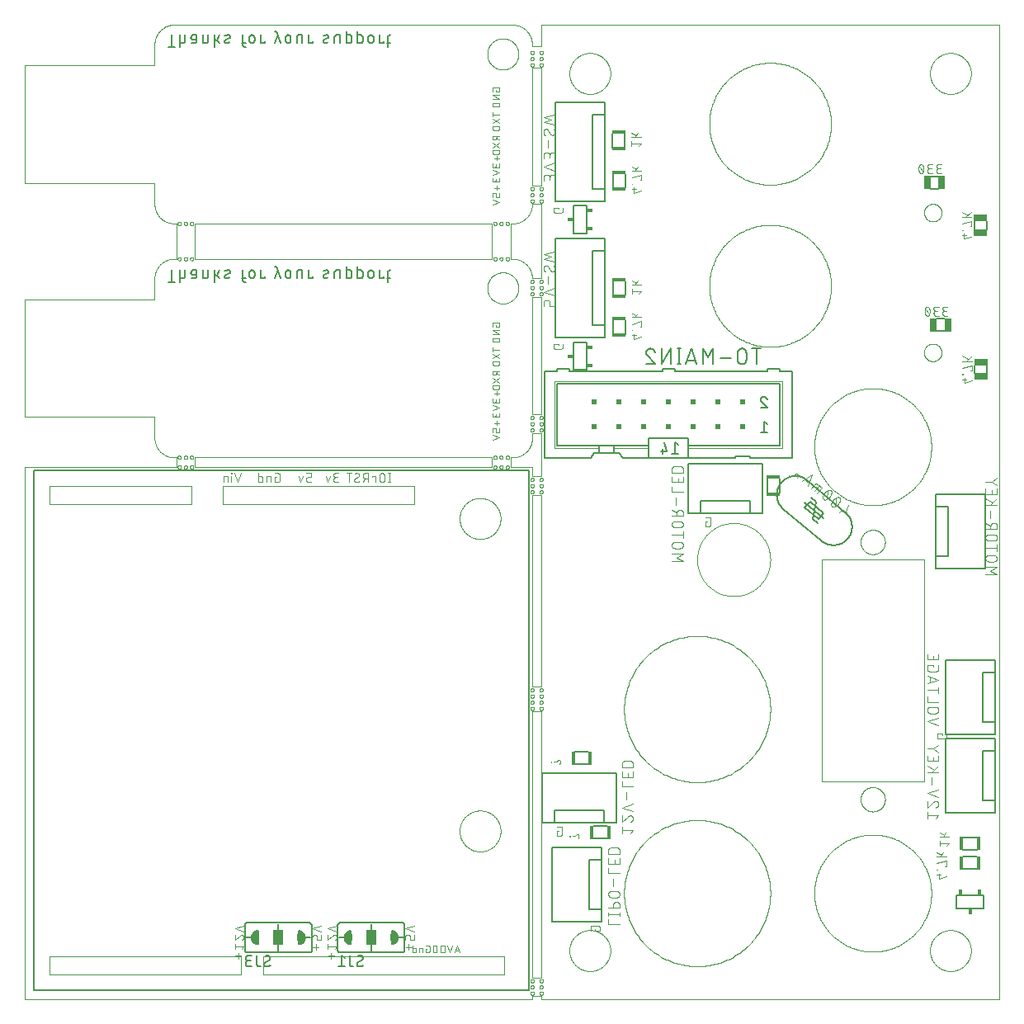
<source format=gbo>
G04 EAGLE Gerber X2 export*
%TF.Part,Single*%
%TF.FileFunction,Other,Silk bottom*%
%TF.FilePolarity,Positive*%
%TF.GenerationSoftware,Autodesk,EAGLE,9.4.0*%
%TF.CreationDate,2019-06-20T03:08:28Z*%
G75*
%MOMM*%
%FSLAX34Y34*%
%LPD*%
%INSilk bottom*%
%AMOC8*
5,1,8,0,0,1.08239X$1,22.5*%
G01*
%ADD10C,0.050000*%
%ADD11C,0.076200*%
%ADD12C,0.000000*%
%ADD13C,0.101600*%
%ADD14C,0.203200*%
%ADD15C,0.127000*%
%ADD16C,0.152400*%
%ADD17R,1.400000X0.650000*%
%ADD18R,0.584200X0.457200*%
%ADD19R,1.422400X0.355600*%
%ADD20C,0.050800*%
%ADD21R,0.508000X0.508000*%
%ADD22C,0.177800*%
%ADD23R,0.457200X0.584200*%
%ADD24R,0.355600X1.422400*%
%ADD25R,0.650000X1.400000*%
%ADD26R,1.016000X1.524000*%


D10*
X153350Y1000008D02*
X152867Y1000002D01*
X152384Y999985D01*
X151902Y999955D01*
X151420Y999915D01*
X150940Y999862D01*
X150461Y999798D01*
X149983Y999723D01*
X149508Y999635D01*
X149035Y999537D01*
X148564Y999427D01*
X148096Y999306D01*
X147632Y999173D01*
X147170Y999029D01*
X146712Y998874D01*
X146258Y998708D01*
X145809Y998532D01*
X145363Y998344D01*
X144922Y998146D01*
X144487Y997937D01*
X144056Y997717D01*
X143631Y997488D01*
X143211Y997248D01*
X142798Y996998D01*
X142390Y996738D01*
X141989Y996468D01*
X141595Y996189D01*
X141207Y995900D01*
X140827Y995602D01*
X140453Y995295D01*
X140088Y994979D01*
X139730Y994654D01*
X139380Y994320D01*
X139038Y993979D01*
X138705Y993629D01*
X138380Y993271D01*
X138064Y992905D01*
X137757Y992532D01*
X137459Y992152D01*
X137170Y991764D01*
X136891Y991370D01*
X136621Y990969D01*
X136361Y990561D01*
X136111Y990148D01*
X135871Y989728D01*
X135641Y989303D01*
X135422Y988872D01*
X135213Y988436D01*
X135014Y987996D01*
X134827Y987550D01*
X134650Y987101D01*
X134484Y986647D01*
X134329Y986189D01*
X134185Y985727D01*
X134053Y985263D01*
X133931Y984795D01*
X133821Y984324D01*
X133723Y983851D01*
X133636Y983376D01*
X133560Y982898D01*
X133496Y982419D01*
X133443Y981939D01*
X133403Y981457D01*
X133373Y980975D01*
X133356Y980492D01*
X133350Y980008D01*
X500700Y1000000D02*
X501191Y999994D01*
X501682Y999976D01*
X502172Y999946D01*
X502661Y999904D01*
X503148Y999850D01*
X503635Y999784D01*
X504119Y999706D01*
X504602Y999616D01*
X505082Y999514D01*
X505560Y999401D01*
X506034Y999276D01*
X506505Y999139D01*
X506973Y998991D01*
X507438Y998831D01*
X507898Y998660D01*
X508353Y998478D01*
X508804Y998284D01*
X509251Y998080D01*
X509692Y997865D01*
X510127Y997639D01*
X510557Y997402D01*
X510981Y997155D01*
X511399Y996898D01*
X511811Y996630D01*
X512215Y996352D01*
X512613Y996065D01*
X513004Y995768D01*
X513387Y995461D01*
X513763Y995145D01*
X514130Y994820D01*
X514490Y994486D01*
X514841Y994143D01*
X515184Y993792D01*
X515518Y993432D01*
X515843Y993065D01*
X516159Y992689D01*
X516466Y992306D01*
X516763Y991915D01*
X517051Y991518D01*
X517328Y991113D01*
X517596Y990701D01*
X517854Y990284D01*
X518101Y989860D01*
X518338Y989430D01*
X518564Y988994D01*
X518779Y988553D01*
X518983Y988107D01*
X519177Y987656D01*
X519359Y987200D01*
X519530Y986740D01*
X519690Y986276D01*
X519838Y985808D01*
X519975Y985337D01*
X520100Y984862D01*
X520213Y984385D01*
X520315Y983904D01*
X520405Y983422D01*
X520483Y982937D01*
X520549Y982451D01*
X520603Y981963D01*
X520646Y981474D01*
X520676Y980984D01*
X520694Y980494D01*
X520700Y980003D01*
X153374Y796131D02*
X152883Y796137D01*
X152392Y796155D01*
X151902Y796185D01*
X151413Y796227D01*
X150925Y796281D01*
X150439Y796347D01*
X149954Y796425D01*
X149472Y796515D01*
X148991Y796616D01*
X148514Y796730D01*
X148039Y796855D01*
X147568Y796991D01*
X147100Y797140D01*
X146636Y797299D01*
X146175Y797470D01*
X145720Y797652D01*
X145269Y797846D01*
X144822Y798050D01*
X144381Y798265D01*
X143945Y798491D01*
X143515Y798728D01*
X143091Y798975D01*
X142673Y799233D01*
X142262Y799500D01*
X141857Y799778D01*
X141459Y800065D01*
X141068Y800362D01*
X140685Y800669D01*
X140309Y800985D01*
X139942Y801310D01*
X139582Y801644D01*
X139231Y801987D01*
X138888Y802338D01*
X138554Y802698D01*
X138228Y803066D01*
X137912Y803441D01*
X137606Y803824D01*
X137308Y804215D01*
X137021Y804613D01*
X136743Y805017D01*
X136475Y805429D01*
X136218Y805847D01*
X135971Y806271D01*
X135734Y806701D01*
X135508Y807136D01*
X135292Y807578D01*
X135088Y808024D01*
X134894Y808475D01*
X134712Y808931D01*
X134541Y809391D01*
X134381Y809855D01*
X134233Y810323D01*
X134096Y810794D01*
X133971Y811269D01*
X133858Y811746D01*
X133756Y812227D01*
X133666Y812709D01*
X133588Y813194D01*
X133522Y813680D01*
X133468Y814168D01*
X133425Y814657D01*
X133395Y815147D01*
X133377Y815638D01*
X133371Y816128D01*
X153350Y759924D02*
X152867Y759918D01*
X152384Y759901D01*
X151901Y759871D01*
X151420Y759831D01*
X150939Y759778D01*
X150460Y759714D01*
X149983Y759639D01*
X149507Y759551D01*
X149034Y759453D01*
X148564Y759343D01*
X148096Y759222D01*
X147631Y759089D01*
X147170Y758945D01*
X146712Y758790D01*
X146258Y758624D01*
X145808Y758447D01*
X145363Y758260D01*
X144922Y758061D01*
X144486Y757853D01*
X144056Y757633D01*
X143630Y757403D01*
X143211Y757163D01*
X142797Y756913D01*
X142390Y756653D01*
X141989Y756384D01*
X141594Y756104D01*
X141207Y755816D01*
X140826Y755517D01*
X140453Y755210D01*
X140088Y754894D01*
X139730Y754569D01*
X139380Y754236D01*
X139038Y753894D01*
X138705Y753544D01*
X138380Y753186D01*
X138064Y752821D01*
X137757Y752448D01*
X137458Y752067D01*
X137170Y751680D01*
X136890Y751285D01*
X136621Y750884D01*
X136361Y750477D01*
X136111Y750063D01*
X135871Y749644D01*
X135641Y749218D01*
X135421Y748788D01*
X135213Y748352D01*
X135014Y747911D01*
X134827Y747466D01*
X134650Y747016D01*
X134484Y746562D01*
X134329Y746104D01*
X134185Y745643D01*
X134052Y745178D01*
X133931Y744710D01*
X133821Y744240D01*
X133723Y743767D01*
X133635Y743291D01*
X133560Y742814D01*
X133496Y742335D01*
X133443Y741854D01*
X133403Y741373D01*
X133373Y740890D01*
X133356Y740407D01*
X133350Y739924D01*
X133350Y576100D02*
X133356Y575617D01*
X133373Y575134D01*
X133403Y574651D01*
X133443Y574170D01*
X133496Y573689D01*
X133560Y573210D01*
X133635Y572733D01*
X133723Y572257D01*
X133821Y571784D01*
X133931Y571314D01*
X134052Y570846D01*
X134185Y570381D01*
X134329Y569920D01*
X134484Y569462D01*
X134650Y569008D01*
X134827Y568558D01*
X135014Y568113D01*
X135213Y567672D01*
X135421Y567236D01*
X135641Y566806D01*
X135871Y566380D01*
X136111Y565961D01*
X136361Y565547D01*
X136621Y565140D01*
X136890Y564739D01*
X137170Y564344D01*
X137458Y563957D01*
X137757Y563576D01*
X138064Y563203D01*
X138380Y562838D01*
X138705Y562480D01*
X139038Y562130D01*
X139380Y561788D01*
X139730Y561455D01*
X140088Y561130D01*
X140453Y560814D01*
X140826Y560507D01*
X141207Y560208D01*
X141594Y559920D01*
X141989Y559640D01*
X142390Y559371D01*
X142797Y559111D01*
X143211Y558861D01*
X143630Y558621D01*
X144056Y558391D01*
X144486Y558171D01*
X144922Y557963D01*
X145363Y557764D01*
X145808Y557577D01*
X146258Y557400D01*
X146712Y557234D01*
X147170Y557079D01*
X147631Y556935D01*
X148096Y556802D01*
X148564Y556681D01*
X149034Y556571D01*
X149507Y556473D01*
X149983Y556385D01*
X150460Y556310D01*
X150939Y556246D01*
X151420Y556193D01*
X151901Y556153D01*
X152384Y556123D01*
X152867Y556106D01*
X153350Y556100D01*
X817819Y451241D02*
X817819Y223241D01*
X922819Y223241D02*
X922819Y451241D01*
X520700Y0D02*
X0Y0D01*
X520700Y0D02*
X520700Y3175D01*
X155575Y546100D02*
X0Y546100D01*
X0Y0D01*
X153350Y556100D02*
X152867Y556106D01*
X152384Y556123D01*
X151901Y556153D01*
X151420Y556193D01*
X150939Y556246D01*
X150460Y556310D01*
X149983Y556385D01*
X149507Y556473D01*
X149034Y556571D01*
X148564Y556681D01*
X148096Y556802D01*
X147631Y556935D01*
X147170Y557079D01*
X146712Y557234D01*
X146258Y557400D01*
X145808Y557577D01*
X145363Y557764D01*
X144922Y557963D01*
X144486Y558171D01*
X144056Y558391D01*
X143630Y558621D01*
X143211Y558861D01*
X142797Y559111D01*
X142390Y559371D01*
X141989Y559640D01*
X141594Y559920D01*
X141207Y560208D01*
X140826Y560507D01*
X140453Y560814D01*
X140088Y561130D01*
X139730Y561455D01*
X139380Y561788D01*
X139038Y562130D01*
X138705Y562480D01*
X138380Y562838D01*
X138064Y563203D01*
X137757Y563576D01*
X137458Y563957D01*
X137170Y564344D01*
X136890Y564739D01*
X136621Y565140D01*
X136361Y565547D01*
X136111Y565961D01*
X135871Y566380D01*
X135641Y566806D01*
X135421Y567236D01*
X135213Y567672D01*
X135014Y568113D01*
X134827Y568558D01*
X134650Y569008D01*
X134484Y569462D01*
X134329Y569920D01*
X134185Y570381D01*
X134052Y570846D01*
X133931Y571314D01*
X133821Y571784D01*
X133723Y572257D01*
X133635Y572733D01*
X133560Y573210D01*
X133496Y573689D01*
X133443Y574170D01*
X133403Y574651D01*
X133373Y575134D01*
X133356Y575617D01*
X133350Y576100D01*
X133350Y739924D02*
X133356Y740407D01*
X133373Y740890D01*
X133403Y741373D01*
X133443Y741854D01*
X133496Y742335D01*
X133560Y742814D01*
X133635Y743291D01*
X133723Y743767D01*
X133821Y744240D01*
X133931Y744710D01*
X134052Y745178D01*
X134185Y745643D01*
X134329Y746104D01*
X134484Y746562D01*
X134650Y747016D01*
X134827Y747466D01*
X135014Y747911D01*
X135213Y748352D01*
X135421Y748788D01*
X135641Y749218D01*
X135871Y749644D01*
X136111Y750063D01*
X136361Y750477D01*
X136621Y750884D01*
X136890Y751285D01*
X137170Y751680D01*
X137458Y752067D01*
X137757Y752448D01*
X138064Y752821D01*
X138380Y753186D01*
X138705Y753544D01*
X139038Y753894D01*
X139380Y754236D01*
X139730Y754569D01*
X140088Y754894D01*
X140453Y755210D01*
X140826Y755517D01*
X141207Y755816D01*
X141594Y756104D01*
X141989Y756384D01*
X142390Y756653D01*
X142797Y756913D01*
X143211Y757163D01*
X143630Y757403D01*
X144056Y757633D01*
X144486Y757853D01*
X144922Y758061D01*
X145363Y758260D01*
X145808Y758447D01*
X146258Y758624D01*
X146712Y758790D01*
X147170Y758945D01*
X147631Y759089D01*
X148096Y759222D01*
X148564Y759343D01*
X149034Y759453D01*
X149507Y759551D01*
X149983Y759639D01*
X150460Y759714D01*
X150939Y759778D01*
X151420Y759831D01*
X151901Y759871D01*
X152384Y759901D01*
X152867Y759918D01*
X153350Y759924D01*
X0Y837771D02*
X0Y958421D01*
X133371Y816128D02*
X133377Y815638D01*
X133395Y815147D01*
X133425Y814657D01*
X133468Y814168D01*
X133522Y813680D01*
X133588Y813194D01*
X133666Y812709D01*
X133756Y812227D01*
X133858Y811746D01*
X133971Y811269D01*
X134096Y810794D01*
X134233Y810323D01*
X134381Y809855D01*
X134541Y809391D01*
X134712Y808931D01*
X134894Y808475D01*
X135088Y808024D01*
X135292Y807578D01*
X135508Y807136D01*
X135734Y806701D01*
X135971Y806271D01*
X136218Y805847D01*
X136475Y805429D01*
X136743Y805017D01*
X137021Y804613D01*
X137308Y804215D01*
X137606Y803824D01*
X137912Y803441D01*
X138228Y803066D01*
X138554Y802698D01*
X138888Y802338D01*
X139231Y801987D01*
X139582Y801644D01*
X139942Y801310D01*
X140309Y800985D01*
X140685Y800669D01*
X141068Y800362D01*
X141459Y800065D01*
X141857Y799778D01*
X142262Y799500D01*
X142673Y799233D01*
X143091Y798975D01*
X143515Y798728D01*
X143945Y798491D01*
X144381Y798265D01*
X144822Y798050D01*
X145269Y797846D01*
X145720Y797652D01*
X146175Y797470D01*
X146636Y797299D01*
X147100Y797140D01*
X147568Y796991D01*
X148039Y796855D01*
X148514Y796730D01*
X148991Y796616D01*
X149472Y796515D01*
X149954Y796425D01*
X150439Y796347D01*
X150925Y796281D01*
X151413Y796227D01*
X151902Y796185D01*
X152392Y796155D01*
X152883Y796137D01*
X153374Y796131D01*
X500700Y1000000D02*
X501191Y999994D01*
X501682Y999976D01*
X502172Y999946D01*
X502661Y999904D01*
X503148Y999850D01*
X503635Y999784D01*
X504119Y999706D01*
X504602Y999616D01*
X505082Y999514D01*
X505560Y999401D01*
X506034Y999276D01*
X506505Y999139D01*
X506973Y998991D01*
X507438Y998831D01*
X507898Y998660D01*
X508353Y998478D01*
X508804Y998284D01*
X509251Y998080D01*
X509692Y997865D01*
X510127Y997639D01*
X510557Y997402D01*
X510981Y997155D01*
X511399Y996898D01*
X511811Y996630D01*
X512215Y996352D01*
X512613Y996065D01*
X513004Y995768D01*
X513387Y995461D01*
X513763Y995145D01*
X514130Y994820D01*
X514490Y994486D01*
X514841Y994143D01*
X515184Y993792D01*
X515518Y993432D01*
X515843Y993065D01*
X516159Y992689D01*
X516466Y992306D01*
X516763Y991915D01*
X517051Y991518D01*
X517328Y991113D01*
X517596Y990701D01*
X517854Y990284D01*
X518101Y989860D01*
X518338Y989430D01*
X518564Y988994D01*
X518779Y988553D01*
X518983Y988107D01*
X519177Y987656D01*
X519359Y987200D01*
X519530Y986740D01*
X519690Y986276D01*
X519838Y985808D01*
X519975Y985337D01*
X520100Y984862D01*
X520213Y984385D01*
X520315Y983904D01*
X520405Y983422D01*
X520483Y982937D01*
X520549Y982451D01*
X520603Y981963D01*
X520646Y981474D01*
X520676Y980984D01*
X520694Y980494D01*
X520700Y980003D01*
X500700Y1000000D02*
X153350Y1000008D01*
X530000Y0D02*
X1000000Y0D01*
X1000000Y1000000D01*
X530000Y1000000D01*
X133350Y718337D02*
X0Y718337D01*
X133350Y718337D02*
X133350Y739924D01*
X133356Y740407D01*
X133373Y740890D01*
X133403Y741373D01*
X133443Y741854D01*
X133496Y742335D01*
X133560Y742814D01*
X133635Y743291D01*
X133723Y743767D01*
X133821Y744240D01*
X133931Y744710D01*
X134052Y745178D01*
X134185Y745643D01*
X134329Y746104D01*
X134484Y746562D01*
X134650Y747016D01*
X134827Y747466D01*
X135014Y747911D01*
X135213Y748352D01*
X135421Y748788D01*
X135641Y749218D01*
X135871Y749644D01*
X136111Y750063D01*
X136361Y750477D01*
X136621Y750884D01*
X136890Y751285D01*
X137170Y751680D01*
X137458Y752067D01*
X137757Y752448D01*
X138064Y752821D01*
X138380Y753186D01*
X138705Y753544D01*
X139038Y753894D01*
X139380Y754236D01*
X139730Y754569D01*
X140088Y754894D01*
X140453Y755210D01*
X140826Y755517D01*
X141207Y755816D01*
X141594Y756104D01*
X141989Y756384D01*
X142390Y756653D01*
X142797Y756913D01*
X143211Y757163D01*
X143630Y757403D01*
X144056Y757633D01*
X144486Y757853D01*
X144922Y758061D01*
X145363Y758260D01*
X145808Y758447D01*
X146258Y758624D01*
X146712Y758790D01*
X147170Y758945D01*
X147631Y759089D01*
X148096Y759222D01*
X148564Y759343D01*
X149034Y759453D01*
X149507Y759551D01*
X149983Y759639D01*
X150460Y759714D01*
X150939Y759778D01*
X151420Y759831D01*
X151901Y759871D01*
X152384Y759901D01*
X152867Y759918D01*
X153350Y759924D01*
D11*
X500700Y759925D02*
X501185Y759917D01*
X501669Y759898D01*
X502153Y759867D01*
X502637Y759824D01*
X503119Y759770D01*
X503599Y759703D01*
X504078Y759626D01*
X504555Y759537D01*
X505030Y759436D01*
X505502Y759324D01*
X505971Y759200D01*
X506437Y759065D01*
X506899Y758919D01*
X507358Y758762D01*
X507813Y758594D01*
X508264Y758415D01*
X508711Y758225D01*
X509152Y758024D01*
X509589Y757813D01*
X510020Y757591D01*
X510446Y757359D01*
X510866Y757116D01*
X511281Y756864D01*
X511689Y756601D01*
X512090Y756329D01*
X512485Y756047D01*
X512873Y755756D01*
X513254Y755455D01*
X513627Y755145D01*
X513993Y754827D01*
X514351Y754499D01*
X514701Y754163D01*
X515043Y753819D01*
X515376Y753467D01*
X515701Y753106D01*
X516017Y752738D01*
X516324Y752362D01*
X516621Y751979D01*
X516910Y751589D01*
X517189Y751192D01*
X517458Y750789D01*
X517717Y750379D01*
X517967Y749963D01*
X518206Y749541D01*
X518435Y749113D01*
X518654Y748680D01*
X518862Y748242D01*
X519059Y747799D01*
X519246Y747351D01*
X519422Y746899D01*
X519587Y746443D01*
X519740Y745983D01*
X519883Y745519D01*
X520014Y745052D01*
X520134Y744582D01*
X520243Y744109D01*
X520340Y743634D01*
X520426Y743156D01*
X520500Y742677D01*
X520562Y742196D01*
X520613Y741713D01*
X520653Y741230D01*
X520680Y740745D01*
X520696Y740261D01*
X520700Y739775D01*
D10*
X153350Y556100D02*
X152867Y556106D01*
X152384Y556123D01*
X151901Y556153D01*
X151420Y556193D01*
X150939Y556246D01*
X150460Y556310D01*
X149983Y556385D01*
X149507Y556473D01*
X149034Y556571D01*
X148564Y556681D01*
X148096Y556802D01*
X147631Y556935D01*
X147170Y557079D01*
X146712Y557234D01*
X146258Y557400D01*
X145808Y557577D01*
X145363Y557764D01*
X144922Y557963D01*
X144486Y558171D01*
X144056Y558391D01*
X143630Y558621D01*
X143211Y558861D01*
X142797Y559111D01*
X142390Y559371D01*
X141989Y559640D01*
X141594Y559920D01*
X141207Y560208D01*
X140826Y560507D01*
X140453Y560814D01*
X140088Y561130D01*
X139730Y561455D01*
X139380Y561788D01*
X139038Y562130D01*
X138705Y562480D01*
X138380Y562838D01*
X138064Y563203D01*
X137757Y563576D01*
X137458Y563957D01*
X137170Y564344D01*
X136890Y564739D01*
X136621Y565140D01*
X136361Y565547D01*
X136111Y565961D01*
X135871Y566380D01*
X135641Y566806D01*
X135421Y567236D01*
X135213Y567672D01*
X135014Y568113D01*
X134827Y568558D01*
X134650Y569008D01*
X134484Y569462D01*
X134329Y569920D01*
X134185Y570381D01*
X134052Y570846D01*
X133931Y571314D01*
X133821Y571784D01*
X133723Y572257D01*
X133635Y572733D01*
X133560Y573210D01*
X133496Y573689D01*
X133443Y574170D01*
X133403Y574651D01*
X133373Y575134D01*
X133356Y575617D01*
X133350Y576100D01*
X133350Y597687D01*
X0Y597687D01*
X0Y718337D01*
X0Y837771D02*
X133368Y837771D01*
X133371Y816129D01*
X133371Y816128D02*
X133377Y815638D01*
X133395Y815147D01*
X133425Y814657D01*
X133468Y814168D01*
X133522Y813680D01*
X133588Y813194D01*
X133666Y812709D01*
X133756Y812227D01*
X133858Y811746D01*
X133971Y811269D01*
X134096Y810794D01*
X134233Y810323D01*
X134381Y809855D01*
X134541Y809391D01*
X134712Y808931D01*
X134894Y808475D01*
X135088Y808024D01*
X135292Y807578D01*
X135508Y807136D01*
X135734Y806701D01*
X135971Y806271D01*
X136218Y805847D01*
X136475Y805429D01*
X136743Y805017D01*
X137021Y804613D01*
X137308Y804215D01*
X137606Y803824D01*
X137912Y803441D01*
X138228Y803066D01*
X138554Y802698D01*
X138888Y802338D01*
X139231Y801987D01*
X139582Y801644D01*
X139942Y801310D01*
X140309Y800985D01*
X140685Y800669D01*
X141068Y800362D01*
X141459Y800065D01*
X141857Y799778D01*
X142262Y799500D01*
X142673Y799233D01*
X143091Y798975D01*
X143515Y798728D01*
X143945Y798491D01*
X144381Y798265D01*
X144822Y798050D01*
X145269Y797846D01*
X145720Y797652D01*
X146175Y797470D01*
X146636Y797299D01*
X147100Y797140D01*
X147568Y796991D01*
X148039Y796855D01*
X148514Y796730D01*
X148991Y796616D01*
X149472Y796515D01*
X149954Y796425D01*
X150439Y796347D01*
X150925Y796281D01*
X151413Y796227D01*
X151902Y796185D01*
X152392Y796155D01*
X152883Y796137D01*
X153374Y796131D01*
D11*
X500723Y796131D02*
X501205Y796135D01*
X501686Y796151D01*
X502166Y796178D01*
X502646Y796217D01*
X503125Y796267D01*
X503602Y796329D01*
X504078Y796403D01*
X504552Y796488D01*
X505024Y796584D01*
X505493Y796692D01*
X505959Y796811D01*
X506423Y796941D01*
X506883Y797082D01*
X507339Y797235D01*
X507792Y797398D01*
X508241Y797573D01*
X508685Y797758D01*
X509125Y797954D01*
X509560Y798160D01*
X509990Y798377D01*
X510414Y798605D01*
X510833Y798842D01*
X511246Y799089D01*
X511653Y799347D01*
X512053Y799614D01*
X512447Y799891D01*
X512834Y800177D01*
X513214Y800472D01*
X513587Y800777D01*
X513953Y801090D01*
X514310Y801412D01*
X514660Y801743D01*
X515002Y802082D01*
X515335Y802429D01*
X515660Y802785D01*
X515976Y803148D01*
X516284Y803518D01*
X516582Y803896D01*
X516871Y804281D01*
X517151Y804673D01*
X517421Y805071D01*
X517682Y805476D01*
X517932Y805887D01*
X518173Y806304D01*
X518403Y806726D01*
X518624Y807154D01*
X518833Y807588D01*
X519033Y808026D01*
X519221Y808469D01*
X519399Y808916D01*
X519566Y809368D01*
X519722Y809823D01*
X519867Y810282D01*
X520001Y810745D01*
X520124Y811210D01*
X520235Y811678D01*
X520335Y812149D01*
X520424Y812623D01*
X520501Y813098D01*
X520566Y813575D01*
X520620Y814053D01*
X520663Y814532D01*
X520694Y815013D01*
X520713Y815494D01*
X520721Y815975D01*
D10*
X153350Y1000008D02*
X152867Y1000002D01*
X152384Y999985D01*
X151902Y999955D01*
X151420Y999915D01*
X150940Y999862D01*
X150461Y999798D01*
X149983Y999723D01*
X149508Y999635D01*
X149035Y999537D01*
X148564Y999427D01*
X148096Y999306D01*
X147632Y999173D01*
X147170Y999029D01*
X146712Y998874D01*
X146258Y998708D01*
X145809Y998532D01*
X145363Y998344D01*
X144922Y998146D01*
X144487Y997937D01*
X144056Y997717D01*
X143631Y997488D01*
X143211Y997248D01*
X142798Y996998D01*
X142390Y996738D01*
X141989Y996468D01*
X141595Y996189D01*
X141207Y995900D01*
X140827Y995602D01*
X140453Y995295D01*
X140088Y994979D01*
X139730Y994654D01*
X139380Y994320D01*
X139038Y993979D01*
X138705Y993629D01*
X138380Y993271D01*
X138064Y992905D01*
X137757Y992532D01*
X137459Y992152D01*
X137170Y991764D01*
X136891Y991370D01*
X136621Y990969D01*
X136361Y990561D01*
X136111Y990148D01*
X135871Y989728D01*
X135641Y989303D01*
X135422Y988872D01*
X135213Y988436D01*
X135014Y987996D01*
X134827Y987550D01*
X134650Y987101D01*
X134484Y986647D01*
X134329Y986189D01*
X134185Y985727D01*
X134053Y985263D01*
X133931Y984795D01*
X133821Y984324D01*
X133723Y983851D01*
X133636Y983376D01*
X133560Y982898D01*
X133496Y982419D01*
X133443Y981939D01*
X133403Y981457D01*
X133373Y980975D01*
X133356Y980492D01*
X133350Y980008D01*
X133350Y980009D02*
X133349Y958421D01*
X0Y958421D01*
X615119Y297835D02*
X615142Y299676D01*
X615209Y301515D01*
X615322Y303352D01*
X615480Y305186D01*
X615683Y307016D01*
X615931Y308840D01*
X616223Y310657D01*
X616560Y312467D01*
X616941Y314268D01*
X617367Y316059D01*
X617836Y317838D01*
X618348Y319606D01*
X618904Y321361D01*
X619503Y323102D01*
X620145Y324827D01*
X620828Y326536D01*
X621553Y328228D01*
X622320Y329902D01*
X623127Y331556D01*
X623975Y333190D01*
X624862Y334802D01*
X625789Y336393D01*
X626755Y337960D01*
X627759Y339503D01*
X628800Y341021D01*
X629878Y342512D01*
X630993Y343977D01*
X632143Y345414D01*
X633328Y346823D01*
X634548Y348202D01*
X635800Y349551D01*
X637086Y350868D01*
X638403Y352154D01*
X639752Y353406D01*
X641131Y354626D01*
X642540Y355811D01*
X643977Y356961D01*
X645442Y358076D01*
X646933Y359154D01*
X648451Y360195D01*
X649994Y361199D01*
X651561Y362165D01*
X653152Y363092D01*
X654764Y363979D01*
X656398Y364827D01*
X658052Y365634D01*
X659726Y366401D01*
X661418Y367126D01*
X663127Y367809D01*
X664852Y368451D01*
X666593Y369050D01*
X668348Y369606D01*
X670116Y370118D01*
X671895Y370587D01*
X673686Y371013D01*
X675487Y371394D01*
X677297Y371731D01*
X679114Y372023D01*
X680938Y372271D01*
X682768Y372474D01*
X684602Y372632D01*
X686439Y372745D01*
X688278Y372812D01*
X690119Y372835D01*
X691960Y372812D01*
X693799Y372745D01*
X695636Y372632D01*
X697470Y372474D01*
X699300Y372271D01*
X701124Y372023D01*
X702941Y371731D01*
X704751Y371394D01*
X706552Y371013D01*
X708343Y370587D01*
X710122Y370118D01*
X711890Y369606D01*
X713645Y369050D01*
X715386Y368451D01*
X717111Y367809D01*
X718820Y367126D01*
X720512Y366401D01*
X722186Y365634D01*
X723840Y364827D01*
X725474Y363979D01*
X727086Y363092D01*
X728677Y362165D01*
X730244Y361199D01*
X731787Y360195D01*
X733305Y359154D01*
X734796Y358076D01*
X736261Y356961D01*
X737698Y355811D01*
X739107Y354626D01*
X740486Y353406D01*
X741835Y352154D01*
X743152Y350868D01*
X744438Y349551D01*
X745690Y348202D01*
X746910Y346823D01*
X748095Y345414D01*
X749245Y343977D01*
X750360Y342512D01*
X751438Y341021D01*
X752479Y339503D01*
X753483Y337960D01*
X754449Y336393D01*
X755376Y334802D01*
X756263Y333190D01*
X757111Y331556D01*
X757918Y329902D01*
X758685Y328228D01*
X759410Y326536D01*
X760093Y324827D01*
X760735Y323102D01*
X761334Y321361D01*
X761890Y319606D01*
X762402Y317838D01*
X762871Y316059D01*
X763297Y314268D01*
X763678Y312467D01*
X764015Y310657D01*
X764307Y308840D01*
X764555Y307016D01*
X764758Y305186D01*
X764916Y303352D01*
X765029Y301515D01*
X765096Y299676D01*
X765119Y297835D01*
X765096Y295994D01*
X765029Y294155D01*
X764916Y292318D01*
X764758Y290484D01*
X764555Y288654D01*
X764307Y286830D01*
X764015Y285013D01*
X763678Y283203D01*
X763297Y281402D01*
X762871Y279611D01*
X762402Y277832D01*
X761890Y276064D01*
X761334Y274309D01*
X760735Y272568D01*
X760093Y270843D01*
X759410Y269134D01*
X758685Y267442D01*
X757918Y265768D01*
X757111Y264114D01*
X756263Y262480D01*
X755376Y260868D01*
X754449Y259277D01*
X753483Y257710D01*
X752479Y256167D01*
X751438Y254649D01*
X750360Y253158D01*
X749245Y251693D01*
X748095Y250256D01*
X746910Y248847D01*
X745690Y247468D01*
X744438Y246119D01*
X743152Y244802D01*
X741835Y243516D01*
X740486Y242264D01*
X739107Y241044D01*
X737698Y239859D01*
X736261Y238709D01*
X734796Y237594D01*
X733305Y236516D01*
X731787Y235475D01*
X730244Y234471D01*
X728677Y233505D01*
X727086Y232578D01*
X725474Y231691D01*
X723840Y230843D01*
X722186Y230036D01*
X720512Y229269D01*
X718820Y228544D01*
X717111Y227861D01*
X715386Y227219D01*
X713645Y226620D01*
X711890Y226064D01*
X710122Y225552D01*
X708343Y225083D01*
X706552Y224657D01*
X704751Y224276D01*
X702941Y223939D01*
X701124Y223647D01*
X699300Y223399D01*
X697470Y223196D01*
X695636Y223038D01*
X693799Y222925D01*
X691960Y222858D01*
X690119Y222835D01*
X688278Y222858D01*
X686439Y222925D01*
X684602Y223038D01*
X682768Y223196D01*
X680938Y223399D01*
X679114Y223647D01*
X677297Y223939D01*
X675487Y224276D01*
X673686Y224657D01*
X671895Y225083D01*
X670116Y225552D01*
X668348Y226064D01*
X666593Y226620D01*
X664852Y227219D01*
X663127Y227861D01*
X661418Y228544D01*
X659726Y229269D01*
X658052Y230036D01*
X656398Y230843D01*
X654764Y231691D01*
X653152Y232578D01*
X651561Y233505D01*
X649994Y234471D01*
X648451Y235475D01*
X646933Y236516D01*
X645442Y237594D01*
X643977Y238709D01*
X642540Y239859D01*
X641131Y241044D01*
X639752Y242264D01*
X638403Y243516D01*
X637086Y244802D01*
X635800Y246119D01*
X634548Y247468D01*
X633328Y248847D01*
X632143Y250256D01*
X630993Y251693D01*
X629878Y253158D01*
X628800Y254649D01*
X627759Y256167D01*
X626755Y257710D01*
X625789Y259277D01*
X624862Y260868D01*
X623975Y262480D01*
X623127Y264114D01*
X622320Y265768D01*
X621553Y267442D01*
X620828Y269134D01*
X620145Y270843D01*
X619503Y272568D01*
X618904Y274309D01*
X618348Y276064D01*
X617836Y277832D01*
X617367Y279611D01*
X616941Y281402D01*
X616560Y283203D01*
X616223Y285013D01*
X615931Y286830D01*
X615683Y288654D01*
X615480Y290484D01*
X615322Y292318D01*
X615209Y294155D01*
X615142Y295994D01*
X615119Y297835D01*
X857819Y205241D02*
X857823Y205548D01*
X857834Y205854D01*
X857853Y206161D01*
X857879Y206466D01*
X857913Y206771D01*
X857954Y207075D01*
X858003Y207378D01*
X858059Y207680D01*
X858123Y207980D01*
X858194Y208278D01*
X858272Y208575D01*
X858357Y208870D01*
X858450Y209162D01*
X858550Y209452D01*
X858657Y209740D01*
X858771Y210025D01*
X858891Y210307D01*
X859019Y210585D01*
X859154Y210861D01*
X859295Y211133D01*
X859443Y211402D01*
X859597Y211667D01*
X859758Y211928D01*
X859926Y212186D01*
X860099Y212439D01*
X860279Y212687D01*
X860465Y212931D01*
X860656Y213171D01*
X860854Y213406D01*
X861057Y213635D01*
X861266Y213860D01*
X861480Y214080D01*
X861700Y214294D01*
X861925Y214503D01*
X862154Y214706D01*
X862389Y214904D01*
X862629Y215095D01*
X862873Y215281D01*
X863121Y215461D01*
X863374Y215634D01*
X863632Y215802D01*
X863893Y215963D01*
X864158Y216117D01*
X864427Y216265D01*
X864699Y216406D01*
X864975Y216541D01*
X865253Y216669D01*
X865535Y216789D01*
X865820Y216903D01*
X866108Y217010D01*
X866398Y217110D01*
X866690Y217203D01*
X866985Y217288D01*
X867282Y217366D01*
X867580Y217437D01*
X867880Y217501D01*
X868182Y217557D01*
X868485Y217606D01*
X868789Y217647D01*
X869094Y217681D01*
X869399Y217707D01*
X869706Y217726D01*
X870012Y217737D01*
X870319Y217741D01*
X870626Y217737D01*
X870932Y217726D01*
X871239Y217707D01*
X871544Y217681D01*
X871849Y217647D01*
X872153Y217606D01*
X872456Y217557D01*
X872758Y217501D01*
X873058Y217437D01*
X873356Y217366D01*
X873653Y217288D01*
X873948Y217203D01*
X874240Y217110D01*
X874530Y217010D01*
X874818Y216903D01*
X875103Y216789D01*
X875385Y216669D01*
X875663Y216541D01*
X875939Y216406D01*
X876211Y216265D01*
X876480Y216117D01*
X876745Y215963D01*
X877006Y215802D01*
X877264Y215634D01*
X877517Y215461D01*
X877765Y215281D01*
X878009Y215095D01*
X878249Y214904D01*
X878484Y214706D01*
X878713Y214503D01*
X878938Y214294D01*
X879158Y214080D01*
X879372Y213860D01*
X879581Y213635D01*
X879784Y213406D01*
X879982Y213171D01*
X880173Y212931D01*
X880359Y212687D01*
X880539Y212439D01*
X880712Y212186D01*
X880880Y211928D01*
X881041Y211667D01*
X881195Y211402D01*
X881343Y211133D01*
X881484Y210861D01*
X881619Y210585D01*
X881747Y210307D01*
X881867Y210025D01*
X881981Y209740D01*
X882088Y209452D01*
X882188Y209162D01*
X882281Y208870D01*
X882366Y208575D01*
X882444Y208278D01*
X882515Y207980D01*
X882579Y207680D01*
X882635Y207378D01*
X882684Y207075D01*
X882725Y206771D01*
X882759Y206466D01*
X882785Y206161D01*
X882804Y205854D01*
X882815Y205548D01*
X882819Y205241D01*
X882815Y204934D01*
X882804Y204628D01*
X882785Y204321D01*
X882759Y204016D01*
X882725Y203711D01*
X882684Y203407D01*
X882635Y203104D01*
X882579Y202802D01*
X882515Y202502D01*
X882444Y202204D01*
X882366Y201907D01*
X882281Y201612D01*
X882188Y201320D01*
X882088Y201030D01*
X881981Y200742D01*
X881867Y200457D01*
X881747Y200175D01*
X881619Y199897D01*
X881484Y199621D01*
X881343Y199349D01*
X881195Y199080D01*
X881041Y198815D01*
X880880Y198554D01*
X880712Y198296D01*
X880539Y198043D01*
X880359Y197795D01*
X880173Y197551D01*
X879982Y197311D01*
X879784Y197076D01*
X879581Y196847D01*
X879372Y196622D01*
X879158Y196402D01*
X878938Y196188D01*
X878713Y195979D01*
X878484Y195776D01*
X878249Y195578D01*
X878009Y195387D01*
X877765Y195201D01*
X877517Y195021D01*
X877264Y194848D01*
X877006Y194680D01*
X876745Y194519D01*
X876480Y194365D01*
X876211Y194217D01*
X875939Y194076D01*
X875663Y193941D01*
X875385Y193813D01*
X875103Y193693D01*
X874818Y193579D01*
X874530Y193472D01*
X874240Y193372D01*
X873948Y193279D01*
X873653Y193194D01*
X873356Y193116D01*
X873058Y193045D01*
X872758Y192981D01*
X872456Y192925D01*
X872153Y192876D01*
X871849Y192835D01*
X871544Y192801D01*
X871239Y192775D01*
X870932Y192756D01*
X870626Y192745D01*
X870319Y192741D01*
X870012Y192745D01*
X869706Y192756D01*
X869399Y192775D01*
X869094Y192801D01*
X868789Y192835D01*
X868485Y192876D01*
X868182Y192925D01*
X867880Y192981D01*
X867580Y193045D01*
X867282Y193116D01*
X866985Y193194D01*
X866690Y193279D01*
X866398Y193372D01*
X866108Y193472D01*
X865820Y193579D01*
X865535Y193693D01*
X865253Y193813D01*
X864975Y193941D01*
X864699Y194076D01*
X864427Y194217D01*
X864158Y194365D01*
X863893Y194519D01*
X863632Y194680D01*
X863374Y194848D01*
X863121Y195021D01*
X862873Y195201D01*
X862629Y195387D01*
X862389Y195578D01*
X862154Y195776D01*
X861925Y195979D01*
X861700Y196188D01*
X861480Y196402D01*
X861266Y196622D01*
X861057Y196847D01*
X860854Y197076D01*
X860656Y197311D01*
X860465Y197551D01*
X860279Y197795D01*
X860099Y198043D01*
X859926Y198296D01*
X859758Y198554D01*
X859597Y198815D01*
X859443Y199080D01*
X859295Y199349D01*
X859154Y199621D01*
X859019Y199897D01*
X858891Y200175D01*
X858771Y200457D01*
X858657Y200742D01*
X858550Y201030D01*
X858450Y201320D01*
X858357Y201612D01*
X858272Y201907D01*
X858194Y202204D01*
X858123Y202502D01*
X858059Y202802D01*
X858003Y203104D01*
X857954Y203407D01*
X857913Y203711D01*
X857879Y204016D01*
X857853Y204321D01*
X857834Y204628D01*
X857823Y204934D01*
X857819Y205241D01*
X615119Y108941D02*
X615142Y110782D01*
X615209Y112621D01*
X615322Y114458D01*
X615480Y116292D01*
X615683Y118122D01*
X615931Y119946D01*
X616223Y121763D01*
X616560Y123573D01*
X616941Y125374D01*
X617367Y127165D01*
X617836Y128944D01*
X618348Y130712D01*
X618904Y132467D01*
X619503Y134208D01*
X620145Y135933D01*
X620828Y137642D01*
X621553Y139334D01*
X622320Y141008D01*
X623127Y142662D01*
X623975Y144296D01*
X624862Y145908D01*
X625789Y147499D01*
X626755Y149066D01*
X627759Y150609D01*
X628800Y152127D01*
X629878Y153618D01*
X630993Y155083D01*
X632143Y156520D01*
X633328Y157929D01*
X634548Y159308D01*
X635800Y160657D01*
X637086Y161974D01*
X638403Y163260D01*
X639752Y164512D01*
X641131Y165732D01*
X642540Y166917D01*
X643977Y168067D01*
X645442Y169182D01*
X646933Y170260D01*
X648451Y171301D01*
X649994Y172305D01*
X651561Y173271D01*
X653152Y174198D01*
X654764Y175085D01*
X656398Y175933D01*
X658052Y176740D01*
X659726Y177507D01*
X661418Y178232D01*
X663127Y178915D01*
X664852Y179557D01*
X666593Y180156D01*
X668348Y180712D01*
X670116Y181224D01*
X671895Y181693D01*
X673686Y182119D01*
X675487Y182500D01*
X677297Y182837D01*
X679114Y183129D01*
X680938Y183377D01*
X682768Y183580D01*
X684602Y183738D01*
X686439Y183851D01*
X688278Y183918D01*
X690119Y183941D01*
X691960Y183918D01*
X693799Y183851D01*
X695636Y183738D01*
X697470Y183580D01*
X699300Y183377D01*
X701124Y183129D01*
X702941Y182837D01*
X704751Y182500D01*
X706552Y182119D01*
X708343Y181693D01*
X710122Y181224D01*
X711890Y180712D01*
X713645Y180156D01*
X715386Y179557D01*
X717111Y178915D01*
X718820Y178232D01*
X720512Y177507D01*
X722186Y176740D01*
X723840Y175933D01*
X725474Y175085D01*
X727086Y174198D01*
X728677Y173271D01*
X730244Y172305D01*
X731787Y171301D01*
X733305Y170260D01*
X734796Y169182D01*
X736261Y168067D01*
X737698Y166917D01*
X739107Y165732D01*
X740486Y164512D01*
X741835Y163260D01*
X743152Y161974D01*
X744438Y160657D01*
X745690Y159308D01*
X746910Y157929D01*
X748095Y156520D01*
X749245Y155083D01*
X750360Y153618D01*
X751438Y152127D01*
X752479Y150609D01*
X753483Y149066D01*
X754449Y147499D01*
X755376Y145908D01*
X756263Y144296D01*
X757111Y142662D01*
X757918Y141008D01*
X758685Y139334D01*
X759410Y137642D01*
X760093Y135933D01*
X760735Y134208D01*
X761334Y132467D01*
X761890Y130712D01*
X762402Y128944D01*
X762871Y127165D01*
X763297Y125374D01*
X763678Y123573D01*
X764015Y121763D01*
X764307Y119946D01*
X764555Y118122D01*
X764758Y116292D01*
X764916Y114458D01*
X765029Y112621D01*
X765096Y110782D01*
X765119Y108941D01*
X765096Y107100D01*
X765029Y105261D01*
X764916Y103424D01*
X764758Y101590D01*
X764555Y99760D01*
X764307Y97936D01*
X764015Y96119D01*
X763678Y94309D01*
X763297Y92508D01*
X762871Y90717D01*
X762402Y88938D01*
X761890Y87170D01*
X761334Y85415D01*
X760735Y83674D01*
X760093Y81949D01*
X759410Y80240D01*
X758685Y78548D01*
X757918Y76874D01*
X757111Y75220D01*
X756263Y73586D01*
X755376Y71974D01*
X754449Y70383D01*
X753483Y68816D01*
X752479Y67273D01*
X751438Y65755D01*
X750360Y64264D01*
X749245Y62799D01*
X748095Y61362D01*
X746910Y59953D01*
X745690Y58574D01*
X744438Y57225D01*
X743152Y55908D01*
X741835Y54622D01*
X740486Y53370D01*
X739107Y52150D01*
X737698Y50965D01*
X736261Y49815D01*
X734796Y48700D01*
X733305Y47622D01*
X731787Y46581D01*
X730244Y45577D01*
X728677Y44611D01*
X727086Y43684D01*
X725474Y42797D01*
X723840Y41949D01*
X722186Y41142D01*
X720512Y40375D01*
X718820Y39650D01*
X717111Y38967D01*
X715386Y38325D01*
X713645Y37726D01*
X711890Y37170D01*
X710122Y36658D01*
X708343Y36189D01*
X706552Y35763D01*
X704751Y35382D01*
X702941Y35045D01*
X701124Y34753D01*
X699300Y34505D01*
X697470Y34302D01*
X695636Y34144D01*
X693799Y34031D01*
X691960Y33964D01*
X690119Y33941D01*
X688278Y33964D01*
X686439Y34031D01*
X684602Y34144D01*
X682768Y34302D01*
X680938Y34505D01*
X679114Y34753D01*
X677297Y35045D01*
X675487Y35382D01*
X673686Y35763D01*
X671895Y36189D01*
X670116Y36658D01*
X668348Y37170D01*
X666593Y37726D01*
X664852Y38325D01*
X663127Y38967D01*
X661418Y39650D01*
X659726Y40375D01*
X658052Y41142D01*
X656398Y41949D01*
X654764Y42797D01*
X653152Y43684D01*
X651561Y44611D01*
X649994Y45577D01*
X648451Y46581D01*
X646933Y47622D01*
X645442Y48700D01*
X643977Y49815D01*
X642540Y50965D01*
X641131Y52150D01*
X639752Y53370D01*
X638403Y54622D01*
X637086Y55908D01*
X635800Y57225D01*
X634548Y58574D01*
X633328Y59953D01*
X632143Y61362D01*
X630993Y62799D01*
X629878Y64264D01*
X628800Y65755D01*
X627759Y67273D01*
X626755Y68816D01*
X625789Y70383D01*
X624862Y71974D01*
X623975Y73586D01*
X623127Y75220D01*
X622320Y76874D01*
X621553Y78548D01*
X620828Y80240D01*
X620145Y81949D01*
X619503Y83674D01*
X618904Y85415D01*
X618348Y87170D01*
X617836Y88938D01*
X617367Y90717D01*
X616941Y92508D01*
X616560Y94309D01*
X616223Y96119D01*
X615931Y97936D01*
X615683Y99760D01*
X615480Y101590D01*
X615322Y103424D01*
X615209Y105261D01*
X615142Y107100D01*
X615119Y108941D01*
X929000Y50000D02*
X929006Y50515D01*
X929025Y51030D01*
X929057Y51545D01*
X929101Y52058D01*
X929158Y52571D01*
X929227Y53081D01*
X929309Y53590D01*
X929404Y54097D01*
X929510Y54601D01*
X929629Y55103D01*
X929761Y55601D01*
X929904Y56096D01*
X930060Y56587D01*
X930228Y57075D01*
X930407Y57558D01*
X930599Y58036D01*
X930802Y58510D01*
X931016Y58979D01*
X931242Y59442D01*
X931480Y59899D01*
X931728Y60351D01*
X931988Y60796D01*
X932258Y61235D01*
X932539Y61667D01*
X932831Y62092D01*
X933133Y62510D01*
X933445Y62920D01*
X933767Y63322D01*
X934099Y63717D01*
X934440Y64103D01*
X934791Y64480D01*
X935151Y64849D01*
X935520Y65209D01*
X935897Y65560D01*
X936283Y65901D01*
X936678Y66233D01*
X937080Y66555D01*
X937490Y66867D01*
X937908Y67169D01*
X938333Y67461D01*
X938765Y67742D01*
X939204Y68012D01*
X939649Y68272D01*
X940101Y68520D01*
X940558Y68758D01*
X941021Y68984D01*
X941490Y69198D01*
X941964Y69401D01*
X942442Y69593D01*
X942925Y69772D01*
X943413Y69940D01*
X943904Y70096D01*
X944399Y70239D01*
X944897Y70371D01*
X945399Y70490D01*
X945903Y70596D01*
X946410Y70691D01*
X946919Y70773D01*
X947429Y70842D01*
X947942Y70899D01*
X948455Y70943D01*
X948970Y70975D01*
X949485Y70994D01*
X950000Y71000D01*
X950515Y70994D01*
X951030Y70975D01*
X951545Y70943D01*
X952058Y70899D01*
X952571Y70842D01*
X953081Y70773D01*
X953590Y70691D01*
X954097Y70596D01*
X954601Y70490D01*
X955103Y70371D01*
X955601Y70239D01*
X956096Y70096D01*
X956587Y69940D01*
X957075Y69772D01*
X957558Y69593D01*
X958036Y69401D01*
X958510Y69198D01*
X958979Y68984D01*
X959442Y68758D01*
X959899Y68520D01*
X960351Y68272D01*
X960796Y68012D01*
X961235Y67742D01*
X961667Y67461D01*
X962092Y67169D01*
X962510Y66867D01*
X962920Y66555D01*
X963322Y66233D01*
X963717Y65901D01*
X964103Y65560D01*
X964480Y65209D01*
X964849Y64849D01*
X965209Y64480D01*
X965560Y64103D01*
X965901Y63717D01*
X966233Y63322D01*
X966555Y62920D01*
X966867Y62510D01*
X967169Y62092D01*
X967461Y61667D01*
X967742Y61235D01*
X968012Y60796D01*
X968272Y60351D01*
X968520Y59899D01*
X968758Y59442D01*
X968984Y58979D01*
X969198Y58510D01*
X969401Y58036D01*
X969593Y57558D01*
X969772Y57075D01*
X969940Y56587D01*
X970096Y56096D01*
X970239Y55601D01*
X970371Y55103D01*
X970490Y54601D01*
X970596Y54097D01*
X970691Y53590D01*
X970773Y53081D01*
X970842Y52571D01*
X970899Y52058D01*
X970943Y51545D01*
X970975Y51030D01*
X970994Y50515D01*
X971000Y50000D01*
X970994Y49485D01*
X970975Y48970D01*
X970943Y48455D01*
X970899Y47942D01*
X970842Y47429D01*
X970773Y46919D01*
X970691Y46410D01*
X970596Y45903D01*
X970490Y45399D01*
X970371Y44897D01*
X970239Y44399D01*
X970096Y43904D01*
X969940Y43413D01*
X969772Y42925D01*
X969593Y42442D01*
X969401Y41964D01*
X969198Y41490D01*
X968984Y41021D01*
X968758Y40558D01*
X968520Y40101D01*
X968272Y39649D01*
X968012Y39204D01*
X967742Y38765D01*
X967461Y38333D01*
X967169Y37908D01*
X966867Y37490D01*
X966555Y37080D01*
X966233Y36678D01*
X965901Y36283D01*
X965560Y35897D01*
X965209Y35520D01*
X964849Y35151D01*
X964480Y34791D01*
X964103Y34440D01*
X963717Y34099D01*
X963322Y33767D01*
X962920Y33445D01*
X962510Y33133D01*
X962092Y32831D01*
X961667Y32539D01*
X961235Y32258D01*
X960796Y31988D01*
X960351Y31728D01*
X959899Y31480D01*
X959442Y31242D01*
X958979Y31016D01*
X958510Y30802D01*
X958036Y30599D01*
X957558Y30407D01*
X957075Y30228D01*
X956587Y30060D01*
X956096Y29904D01*
X955601Y29761D01*
X955103Y29629D01*
X954601Y29510D01*
X954097Y29404D01*
X953590Y29309D01*
X953081Y29227D01*
X952571Y29158D01*
X952058Y29101D01*
X951545Y29057D01*
X951030Y29025D01*
X950515Y29006D01*
X950000Y29000D01*
X949485Y29006D01*
X948970Y29025D01*
X948455Y29057D01*
X947942Y29101D01*
X947429Y29158D01*
X946919Y29227D01*
X946410Y29309D01*
X945903Y29404D01*
X945399Y29510D01*
X944897Y29629D01*
X944399Y29761D01*
X943904Y29904D01*
X943413Y30060D01*
X942925Y30228D01*
X942442Y30407D01*
X941964Y30599D01*
X941490Y30802D01*
X941021Y31016D01*
X940558Y31242D01*
X940101Y31480D01*
X939649Y31728D01*
X939204Y31988D01*
X938765Y32258D01*
X938333Y32539D01*
X937908Y32831D01*
X937490Y33133D01*
X937080Y33445D01*
X936678Y33767D01*
X936283Y34099D01*
X935897Y34440D01*
X935520Y34791D01*
X935151Y35151D01*
X934791Y35520D01*
X934440Y35897D01*
X934099Y36283D01*
X933767Y36678D01*
X933445Y37080D01*
X933133Y37490D01*
X932831Y37908D01*
X932539Y38333D01*
X932258Y38765D01*
X931988Y39204D01*
X931728Y39649D01*
X931480Y40101D01*
X931242Y40558D01*
X931016Y41021D01*
X930802Y41490D01*
X930599Y41964D01*
X930407Y42442D01*
X930228Y42925D01*
X930060Y43413D01*
X929904Y43904D01*
X929761Y44399D01*
X929629Y44897D01*
X929510Y45399D01*
X929404Y45903D01*
X929309Y46410D01*
X929227Y46919D01*
X929158Y47429D01*
X929101Y47942D01*
X929057Y48455D01*
X929025Y48970D01*
X929006Y49485D01*
X929000Y50000D01*
X810319Y108941D02*
X810337Y110413D01*
X810391Y111885D01*
X810482Y113355D01*
X810608Y114822D01*
X810770Y116286D01*
X810968Y117745D01*
X811202Y119199D01*
X811472Y120646D01*
X811777Y122087D01*
X812117Y123520D01*
X812492Y124944D01*
X812903Y126358D01*
X813347Y127762D01*
X813826Y129154D01*
X814339Y130535D01*
X814886Y131902D01*
X815466Y133255D01*
X816080Y134594D01*
X816726Y135918D01*
X817404Y137225D01*
X818114Y138515D01*
X818855Y139787D01*
X819628Y141041D01*
X820431Y142275D01*
X821264Y143489D01*
X822127Y144683D01*
X823018Y145855D01*
X823938Y147005D01*
X824886Y148131D01*
X825862Y149235D01*
X826864Y150313D01*
X827893Y151367D01*
X828947Y152396D01*
X830025Y153398D01*
X831129Y154374D01*
X832255Y155322D01*
X833405Y156242D01*
X834577Y157133D01*
X835771Y157996D01*
X836985Y158829D01*
X838219Y159632D01*
X839473Y160405D01*
X840745Y161146D01*
X842035Y161856D01*
X843342Y162534D01*
X844666Y163180D01*
X846005Y163794D01*
X847358Y164374D01*
X848725Y164921D01*
X850106Y165434D01*
X851498Y165913D01*
X852902Y166357D01*
X854316Y166768D01*
X855740Y167143D01*
X857173Y167483D01*
X858614Y167788D01*
X860061Y168058D01*
X861515Y168292D01*
X862974Y168490D01*
X864438Y168652D01*
X865905Y168778D01*
X867375Y168869D01*
X868847Y168923D01*
X870319Y168941D01*
X871791Y168923D01*
X873263Y168869D01*
X874733Y168778D01*
X876200Y168652D01*
X877664Y168490D01*
X879123Y168292D01*
X880577Y168058D01*
X882024Y167788D01*
X883465Y167483D01*
X884898Y167143D01*
X886322Y166768D01*
X887736Y166357D01*
X889140Y165913D01*
X890532Y165434D01*
X891913Y164921D01*
X893280Y164374D01*
X894633Y163794D01*
X895972Y163180D01*
X897296Y162534D01*
X898603Y161856D01*
X899893Y161146D01*
X901165Y160405D01*
X902419Y159632D01*
X903653Y158829D01*
X904867Y157996D01*
X906061Y157133D01*
X907233Y156242D01*
X908383Y155322D01*
X909509Y154374D01*
X910613Y153398D01*
X911691Y152396D01*
X912745Y151367D01*
X913774Y150313D01*
X914776Y149235D01*
X915752Y148131D01*
X916700Y147005D01*
X917620Y145855D01*
X918511Y144683D01*
X919374Y143489D01*
X920207Y142275D01*
X921010Y141041D01*
X921783Y139787D01*
X922524Y138515D01*
X923234Y137225D01*
X923912Y135918D01*
X924558Y134594D01*
X925172Y133255D01*
X925752Y131902D01*
X926299Y130535D01*
X926812Y129154D01*
X927291Y127762D01*
X927735Y126358D01*
X928146Y124944D01*
X928521Y123520D01*
X928861Y122087D01*
X929166Y120646D01*
X929436Y119199D01*
X929670Y117745D01*
X929868Y116286D01*
X930030Y114822D01*
X930156Y113355D01*
X930247Y111885D01*
X930301Y110413D01*
X930319Y108941D01*
X930301Y107469D01*
X930247Y105997D01*
X930156Y104527D01*
X930030Y103060D01*
X929868Y101596D01*
X929670Y100137D01*
X929436Y98683D01*
X929166Y97236D01*
X928861Y95795D01*
X928521Y94362D01*
X928146Y92938D01*
X927735Y91524D01*
X927291Y90120D01*
X926812Y88728D01*
X926299Y87347D01*
X925752Y85980D01*
X925172Y84627D01*
X924558Y83288D01*
X923912Y81964D01*
X923234Y80657D01*
X922524Y79367D01*
X921783Y78095D01*
X921010Y76841D01*
X920207Y75607D01*
X919374Y74393D01*
X918511Y73199D01*
X917620Y72027D01*
X916700Y70877D01*
X915752Y69751D01*
X914776Y68647D01*
X913774Y67569D01*
X912745Y66515D01*
X911691Y65486D01*
X910613Y64484D01*
X909509Y63508D01*
X908383Y62560D01*
X907233Y61640D01*
X906061Y60749D01*
X904867Y59886D01*
X903653Y59053D01*
X902419Y58250D01*
X901165Y57477D01*
X899893Y56736D01*
X898603Y56026D01*
X897296Y55348D01*
X895972Y54702D01*
X894633Y54088D01*
X893280Y53508D01*
X891913Y52961D01*
X890532Y52448D01*
X889140Y51969D01*
X887736Y51525D01*
X886322Y51114D01*
X884898Y50739D01*
X883465Y50399D01*
X882024Y50094D01*
X880577Y49824D01*
X879123Y49590D01*
X877664Y49392D01*
X876200Y49230D01*
X874733Y49104D01*
X873263Y49013D01*
X871791Y48959D01*
X870319Y48941D01*
X868847Y48959D01*
X867375Y49013D01*
X865905Y49104D01*
X864438Y49230D01*
X862974Y49392D01*
X861515Y49590D01*
X860061Y49824D01*
X858614Y50094D01*
X857173Y50399D01*
X855740Y50739D01*
X854316Y51114D01*
X852902Y51525D01*
X851498Y51969D01*
X850106Y52448D01*
X848725Y52961D01*
X847358Y53508D01*
X846005Y54088D01*
X844666Y54702D01*
X843342Y55348D01*
X842035Y56026D01*
X840745Y56736D01*
X839473Y57477D01*
X838219Y58250D01*
X836985Y59053D01*
X835771Y59886D01*
X834577Y60749D01*
X833405Y61640D01*
X832255Y62560D01*
X831129Y63508D01*
X830025Y64484D01*
X828947Y65486D01*
X827893Y66515D01*
X826864Y67569D01*
X825862Y68647D01*
X824886Y69751D01*
X823938Y70877D01*
X823018Y72027D01*
X822127Y73199D01*
X821264Y74393D01*
X820431Y75607D01*
X819628Y76841D01*
X818855Y78095D01*
X818114Y79367D01*
X817404Y80657D01*
X816726Y81964D01*
X816080Y83288D01*
X815466Y84627D01*
X814886Y85980D01*
X814339Y87347D01*
X813826Y88728D01*
X813347Y90120D01*
X812903Y91524D01*
X812492Y92938D01*
X812117Y94362D01*
X811777Y95795D01*
X811472Y97236D01*
X811202Y98683D01*
X810968Y100137D01*
X810770Y101596D01*
X810608Y103060D01*
X810482Y104527D01*
X810391Y105997D01*
X810337Y107469D01*
X810319Y108941D01*
X559000Y50000D02*
X559006Y50515D01*
X559025Y51030D01*
X559057Y51545D01*
X559101Y52058D01*
X559158Y52571D01*
X559227Y53081D01*
X559309Y53590D01*
X559404Y54097D01*
X559510Y54601D01*
X559629Y55103D01*
X559761Y55601D01*
X559904Y56096D01*
X560060Y56587D01*
X560228Y57075D01*
X560407Y57558D01*
X560599Y58036D01*
X560802Y58510D01*
X561016Y58979D01*
X561242Y59442D01*
X561480Y59899D01*
X561728Y60351D01*
X561988Y60796D01*
X562258Y61235D01*
X562539Y61667D01*
X562831Y62092D01*
X563133Y62510D01*
X563445Y62920D01*
X563767Y63322D01*
X564099Y63717D01*
X564440Y64103D01*
X564791Y64480D01*
X565151Y64849D01*
X565520Y65209D01*
X565897Y65560D01*
X566283Y65901D01*
X566678Y66233D01*
X567080Y66555D01*
X567490Y66867D01*
X567908Y67169D01*
X568333Y67461D01*
X568765Y67742D01*
X569204Y68012D01*
X569649Y68272D01*
X570101Y68520D01*
X570558Y68758D01*
X571021Y68984D01*
X571490Y69198D01*
X571964Y69401D01*
X572442Y69593D01*
X572925Y69772D01*
X573413Y69940D01*
X573904Y70096D01*
X574399Y70239D01*
X574897Y70371D01*
X575399Y70490D01*
X575903Y70596D01*
X576410Y70691D01*
X576919Y70773D01*
X577429Y70842D01*
X577942Y70899D01*
X578455Y70943D01*
X578970Y70975D01*
X579485Y70994D01*
X580000Y71000D01*
X580515Y70994D01*
X581030Y70975D01*
X581545Y70943D01*
X582058Y70899D01*
X582571Y70842D01*
X583081Y70773D01*
X583590Y70691D01*
X584097Y70596D01*
X584601Y70490D01*
X585103Y70371D01*
X585601Y70239D01*
X586096Y70096D01*
X586587Y69940D01*
X587075Y69772D01*
X587558Y69593D01*
X588036Y69401D01*
X588510Y69198D01*
X588979Y68984D01*
X589442Y68758D01*
X589899Y68520D01*
X590351Y68272D01*
X590796Y68012D01*
X591235Y67742D01*
X591667Y67461D01*
X592092Y67169D01*
X592510Y66867D01*
X592920Y66555D01*
X593322Y66233D01*
X593717Y65901D01*
X594103Y65560D01*
X594480Y65209D01*
X594849Y64849D01*
X595209Y64480D01*
X595560Y64103D01*
X595901Y63717D01*
X596233Y63322D01*
X596555Y62920D01*
X596867Y62510D01*
X597169Y62092D01*
X597461Y61667D01*
X597742Y61235D01*
X598012Y60796D01*
X598272Y60351D01*
X598520Y59899D01*
X598758Y59442D01*
X598984Y58979D01*
X599198Y58510D01*
X599401Y58036D01*
X599593Y57558D01*
X599772Y57075D01*
X599940Y56587D01*
X600096Y56096D01*
X600239Y55601D01*
X600371Y55103D01*
X600490Y54601D01*
X600596Y54097D01*
X600691Y53590D01*
X600773Y53081D01*
X600842Y52571D01*
X600899Y52058D01*
X600943Y51545D01*
X600975Y51030D01*
X600994Y50515D01*
X601000Y50000D01*
X600994Y49485D01*
X600975Y48970D01*
X600943Y48455D01*
X600899Y47942D01*
X600842Y47429D01*
X600773Y46919D01*
X600691Y46410D01*
X600596Y45903D01*
X600490Y45399D01*
X600371Y44897D01*
X600239Y44399D01*
X600096Y43904D01*
X599940Y43413D01*
X599772Y42925D01*
X599593Y42442D01*
X599401Y41964D01*
X599198Y41490D01*
X598984Y41021D01*
X598758Y40558D01*
X598520Y40101D01*
X598272Y39649D01*
X598012Y39204D01*
X597742Y38765D01*
X597461Y38333D01*
X597169Y37908D01*
X596867Y37490D01*
X596555Y37080D01*
X596233Y36678D01*
X595901Y36283D01*
X595560Y35897D01*
X595209Y35520D01*
X594849Y35151D01*
X594480Y34791D01*
X594103Y34440D01*
X593717Y34099D01*
X593322Y33767D01*
X592920Y33445D01*
X592510Y33133D01*
X592092Y32831D01*
X591667Y32539D01*
X591235Y32258D01*
X590796Y31988D01*
X590351Y31728D01*
X589899Y31480D01*
X589442Y31242D01*
X588979Y31016D01*
X588510Y30802D01*
X588036Y30599D01*
X587558Y30407D01*
X587075Y30228D01*
X586587Y30060D01*
X586096Y29904D01*
X585601Y29761D01*
X585103Y29629D01*
X584601Y29510D01*
X584097Y29404D01*
X583590Y29309D01*
X583081Y29227D01*
X582571Y29158D01*
X582058Y29101D01*
X581545Y29057D01*
X581030Y29025D01*
X580515Y29006D01*
X580000Y29000D01*
X579485Y29006D01*
X578970Y29025D01*
X578455Y29057D01*
X577942Y29101D01*
X577429Y29158D01*
X576919Y29227D01*
X576410Y29309D01*
X575903Y29404D01*
X575399Y29510D01*
X574897Y29629D01*
X574399Y29761D01*
X573904Y29904D01*
X573413Y30060D01*
X572925Y30228D01*
X572442Y30407D01*
X571964Y30599D01*
X571490Y30802D01*
X571021Y31016D01*
X570558Y31242D01*
X570101Y31480D01*
X569649Y31728D01*
X569204Y31988D01*
X568765Y32258D01*
X568333Y32539D01*
X567908Y32831D01*
X567490Y33133D01*
X567080Y33445D01*
X566678Y33767D01*
X566283Y34099D01*
X565897Y34440D01*
X565520Y34791D01*
X565151Y35151D01*
X564791Y35520D01*
X564440Y35897D01*
X564099Y36283D01*
X563767Y36678D01*
X563445Y37080D01*
X563133Y37490D01*
X562831Y37908D01*
X562539Y38333D01*
X562258Y38765D01*
X561988Y39204D01*
X561728Y39649D01*
X561480Y40101D01*
X561242Y40558D01*
X561016Y41021D01*
X560802Y41490D01*
X560599Y41964D01*
X560407Y42442D01*
X560228Y42925D01*
X560060Y43413D01*
X559904Y43904D01*
X559761Y44399D01*
X559629Y44897D01*
X559510Y45399D01*
X559404Y45903D01*
X559309Y46410D01*
X559227Y46919D01*
X559158Y47429D01*
X559101Y47942D01*
X559057Y48455D01*
X559025Y48970D01*
X559006Y49485D01*
X559000Y50000D01*
X702500Y732064D02*
X702519Y733598D01*
X702575Y735131D01*
X702669Y736662D01*
X702801Y738190D01*
X702970Y739715D01*
X703176Y741235D01*
X703420Y742749D01*
X703701Y744257D01*
X704019Y745758D01*
X704373Y747250D01*
X704764Y748734D01*
X705191Y750207D01*
X705654Y751669D01*
X706153Y753120D01*
X706688Y754557D01*
X707258Y755982D01*
X707862Y757392D01*
X708501Y758786D01*
X709173Y760165D01*
X709880Y761526D01*
X710620Y762870D01*
X711392Y764195D01*
X712197Y765501D01*
X713033Y766787D01*
X713901Y768052D01*
X714800Y769295D01*
X715728Y770516D01*
X716687Y771714D01*
X717674Y772887D01*
X718691Y774036D01*
X719735Y775160D01*
X720806Y776258D01*
X721904Y777329D01*
X723028Y778373D01*
X724177Y779390D01*
X725350Y780377D01*
X726548Y781336D01*
X727769Y782264D01*
X729012Y783163D01*
X730277Y784031D01*
X731563Y784867D01*
X732869Y785672D01*
X734194Y786444D01*
X735538Y787184D01*
X736899Y787891D01*
X738278Y788563D01*
X739672Y789202D01*
X741082Y789806D01*
X742507Y790376D01*
X743944Y790911D01*
X745395Y791410D01*
X746857Y791873D01*
X748330Y792300D01*
X749814Y792691D01*
X751306Y793045D01*
X752807Y793363D01*
X754315Y793644D01*
X755829Y793888D01*
X757349Y794094D01*
X758874Y794263D01*
X760402Y794395D01*
X761933Y794489D01*
X763466Y794545D01*
X765000Y794564D01*
X766534Y794545D01*
X768067Y794489D01*
X769598Y794395D01*
X771126Y794263D01*
X772651Y794094D01*
X774171Y793888D01*
X775685Y793644D01*
X777193Y793363D01*
X778694Y793045D01*
X780186Y792691D01*
X781670Y792300D01*
X783143Y791873D01*
X784605Y791410D01*
X786056Y790911D01*
X787493Y790376D01*
X788918Y789806D01*
X790328Y789202D01*
X791722Y788563D01*
X793101Y787891D01*
X794462Y787184D01*
X795806Y786444D01*
X797131Y785672D01*
X798437Y784867D01*
X799723Y784031D01*
X800988Y783163D01*
X802231Y782264D01*
X803452Y781336D01*
X804650Y780377D01*
X805823Y779390D01*
X806972Y778373D01*
X808096Y777329D01*
X809194Y776258D01*
X810265Y775160D01*
X811309Y774036D01*
X812326Y772887D01*
X813313Y771714D01*
X814272Y770516D01*
X815200Y769295D01*
X816099Y768052D01*
X816967Y766787D01*
X817803Y765501D01*
X818608Y764195D01*
X819380Y762870D01*
X820120Y761526D01*
X820827Y760165D01*
X821499Y758786D01*
X822138Y757392D01*
X822742Y755982D01*
X823312Y754557D01*
X823847Y753120D01*
X824346Y751669D01*
X824809Y750207D01*
X825236Y748734D01*
X825627Y747250D01*
X825981Y745758D01*
X826299Y744257D01*
X826580Y742749D01*
X826824Y741235D01*
X827030Y739715D01*
X827199Y738190D01*
X827331Y736662D01*
X827425Y735131D01*
X827481Y733598D01*
X827500Y732064D01*
X827481Y730530D01*
X827425Y728997D01*
X827331Y727466D01*
X827199Y725938D01*
X827030Y724413D01*
X826824Y722893D01*
X826580Y721379D01*
X826299Y719871D01*
X825981Y718370D01*
X825627Y716878D01*
X825236Y715394D01*
X824809Y713921D01*
X824346Y712459D01*
X823847Y711008D01*
X823312Y709571D01*
X822742Y708146D01*
X822138Y706736D01*
X821499Y705342D01*
X820827Y703963D01*
X820120Y702602D01*
X819380Y701258D01*
X818608Y699933D01*
X817803Y698627D01*
X816967Y697341D01*
X816099Y696076D01*
X815200Y694833D01*
X814272Y693612D01*
X813313Y692414D01*
X812326Y691241D01*
X811309Y690092D01*
X810265Y688968D01*
X809194Y687870D01*
X808096Y686799D01*
X806972Y685755D01*
X805823Y684738D01*
X804650Y683751D01*
X803452Y682792D01*
X802231Y681864D01*
X800988Y680965D01*
X799723Y680097D01*
X798437Y679261D01*
X797131Y678456D01*
X795806Y677684D01*
X794462Y676944D01*
X793101Y676237D01*
X791722Y675565D01*
X790328Y674926D01*
X788918Y674322D01*
X787493Y673752D01*
X786056Y673217D01*
X784605Y672718D01*
X783143Y672255D01*
X781670Y671828D01*
X780186Y671437D01*
X778694Y671083D01*
X777193Y670765D01*
X775685Y670484D01*
X774171Y670240D01*
X772651Y670034D01*
X771126Y669865D01*
X769598Y669733D01*
X768067Y669639D01*
X766534Y669583D01*
X765000Y669564D01*
X763466Y669583D01*
X761933Y669639D01*
X760402Y669733D01*
X758874Y669865D01*
X757349Y670034D01*
X755829Y670240D01*
X754315Y670484D01*
X752807Y670765D01*
X751306Y671083D01*
X749814Y671437D01*
X748330Y671828D01*
X746857Y672255D01*
X745395Y672718D01*
X743944Y673217D01*
X742507Y673752D01*
X741082Y674322D01*
X739672Y674926D01*
X738278Y675565D01*
X736899Y676237D01*
X735538Y676944D01*
X734194Y677684D01*
X732869Y678456D01*
X731563Y679261D01*
X730277Y680097D01*
X729012Y680965D01*
X727769Y681864D01*
X726548Y682792D01*
X725350Y683751D01*
X724177Y684738D01*
X723028Y685755D01*
X721904Y686799D01*
X720806Y687870D01*
X719735Y688968D01*
X718691Y690092D01*
X717674Y691241D01*
X716687Y692414D01*
X715728Y693612D01*
X714800Y694833D01*
X713901Y696076D01*
X713033Y697341D01*
X712197Y698627D01*
X711392Y699933D01*
X710620Y701258D01*
X709880Y702602D01*
X709173Y703963D01*
X708501Y705342D01*
X707862Y706736D01*
X707258Y708146D01*
X706688Y709571D01*
X706153Y711008D01*
X705654Y712459D01*
X705191Y713921D01*
X704764Y715394D01*
X704373Y716878D01*
X704019Y718370D01*
X703701Y719871D01*
X703420Y721379D01*
X703176Y722893D01*
X702970Y724413D01*
X702801Y725938D01*
X702669Y727466D01*
X702575Y728997D01*
X702519Y730530D01*
X702500Y732064D01*
X702500Y898369D02*
X702519Y899903D01*
X702575Y901436D01*
X702669Y902967D01*
X702801Y904495D01*
X702970Y906020D01*
X703176Y907540D01*
X703420Y909054D01*
X703701Y910562D01*
X704019Y912063D01*
X704373Y913555D01*
X704764Y915039D01*
X705191Y916512D01*
X705654Y917974D01*
X706153Y919425D01*
X706688Y920862D01*
X707258Y922287D01*
X707862Y923697D01*
X708501Y925091D01*
X709173Y926470D01*
X709880Y927831D01*
X710620Y929175D01*
X711392Y930500D01*
X712197Y931806D01*
X713033Y933092D01*
X713901Y934357D01*
X714800Y935600D01*
X715728Y936821D01*
X716687Y938019D01*
X717674Y939192D01*
X718691Y940341D01*
X719735Y941465D01*
X720806Y942563D01*
X721904Y943634D01*
X723028Y944678D01*
X724177Y945695D01*
X725350Y946682D01*
X726548Y947641D01*
X727769Y948569D01*
X729012Y949468D01*
X730277Y950336D01*
X731563Y951172D01*
X732869Y951977D01*
X734194Y952749D01*
X735538Y953489D01*
X736899Y954196D01*
X738278Y954868D01*
X739672Y955507D01*
X741082Y956111D01*
X742507Y956681D01*
X743944Y957216D01*
X745395Y957715D01*
X746857Y958178D01*
X748330Y958605D01*
X749814Y958996D01*
X751306Y959350D01*
X752807Y959668D01*
X754315Y959949D01*
X755829Y960193D01*
X757349Y960399D01*
X758874Y960568D01*
X760402Y960700D01*
X761933Y960794D01*
X763466Y960850D01*
X765000Y960869D01*
X766534Y960850D01*
X768067Y960794D01*
X769598Y960700D01*
X771126Y960568D01*
X772651Y960399D01*
X774171Y960193D01*
X775685Y959949D01*
X777193Y959668D01*
X778694Y959350D01*
X780186Y958996D01*
X781670Y958605D01*
X783143Y958178D01*
X784605Y957715D01*
X786056Y957216D01*
X787493Y956681D01*
X788918Y956111D01*
X790328Y955507D01*
X791722Y954868D01*
X793101Y954196D01*
X794462Y953489D01*
X795806Y952749D01*
X797131Y951977D01*
X798437Y951172D01*
X799723Y950336D01*
X800988Y949468D01*
X802231Y948569D01*
X803452Y947641D01*
X804650Y946682D01*
X805823Y945695D01*
X806972Y944678D01*
X808096Y943634D01*
X809194Y942563D01*
X810265Y941465D01*
X811309Y940341D01*
X812326Y939192D01*
X813313Y938019D01*
X814272Y936821D01*
X815200Y935600D01*
X816099Y934357D01*
X816967Y933092D01*
X817803Y931806D01*
X818608Y930500D01*
X819380Y929175D01*
X820120Y927831D01*
X820827Y926470D01*
X821499Y925091D01*
X822138Y923697D01*
X822742Y922287D01*
X823312Y920862D01*
X823847Y919425D01*
X824346Y917974D01*
X824809Y916512D01*
X825236Y915039D01*
X825627Y913555D01*
X825981Y912063D01*
X826299Y910562D01*
X826580Y909054D01*
X826824Y907540D01*
X827030Y906020D01*
X827199Y904495D01*
X827331Y902967D01*
X827425Y901436D01*
X827481Y899903D01*
X827500Y898369D01*
X827481Y896835D01*
X827425Y895302D01*
X827331Y893771D01*
X827199Y892243D01*
X827030Y890718D01*
X826824Y889198D01*
X826580Y887684D01*
X826299Y886176D01*
X825981Y884675D01*
X825627Y883183D01*
X825236Y881699D01*
X824809Y880226D01*
X824346Y878764D01*
X823847Y877313D01*
X823312Y875876D01*
X822742Y874451D01*
X822138Y873041D01*
X821499Y871647D01*
X820827Y870268D01*
X820120Y868907D01*
X819380Y867563D01*
X818608Y866238D01*
X817803Y864932D01*
X816967Y863646D01*
X816099Y862381D01*
X815200Y861138D01*
X814272Y859917D01*
X813313Y858719D01*
X812326Y857546D01*
X811309Y856397D01*
X810265Y855273D01*
X809194Y854175D01*
X808096Y853104D01*
X806972Y852060D01*
X805823Y851043D01*
X804650Y850056D01*
X803452Y849097D01*
X802231Y848169D01*
X800988Y847270D01*
X799723Y846402D01*
X798437Y845566D01*
X797131Y844761D01*
X795806Y843989D01*
X794462Y843249D01*
X793101Y842542D01*
X791722Y841870D01*
X790328Y841231D01*
X788918Y840627D01*
X787493Y840057D01*
X786056Y839522D01*
X784605Y839023D01*
X783143Y838560D01*
X781670Y838133D01*
X780186Y837742D01*
X778694Y837388D01*
X777193Y837070D01*
X775685Y836789D01*
X774171Y836545D01*
X772651Y836339D01*
X771126Y836170D01*
X769598Y836038D01*
X768067Y835944D01*
X766534Y835888D01*
X765000Y835869D01*
X763466Y835888D01*
X761933Y835944D01*
X760402Y836038D01*
X758874Y836170D01*
X757349Y836339D01*
X755829Y836545D01*
X754315Y836789D01*
X752807Y837070D01*
X751306Y837388D01*
X749814Y837742D01*
X748330Y838133D01*
X746857Y838560D01*
X745395Y839023D01*
X743944Y839522D01*
X742507Y840057D01*
X741082Y840627D01*
X739672Y841231D01*
X738278Y841870D01*
X736899Y842542D01*
X735538Y843249D01*
X734194Y843989D01*
X732869Y844761D01*
X731563Y845566D01*
X730277Y846402D01*
X729012Y847270D01*
X727769Y848169D01*
X726548Y849097D01*
X725350Y850056D01*
X724177Y851043D01*
X723028Y852060D01*
X721904Y853104D01*
X720806Y854175D01*
X719735Y855273D01*
X718691Y856397D01*
X717674Y857546D01*
X716687Y858719D01*
X715728Y859917D01*
X714800Y861138D01*
X713901Y862381D01*
X713033Y863646D01*
X712197Y864932D01*
X711392Y866238D01*
X710620Y867563D01*
X709880Y868907D01*
X709173Y870268D01*
X708501Y871647D01*
X707862Y873041D01*
X707258Y874451D01*
X706688Y875876D01*
X706153Y877313D01*
X705654Y878764D01*
X705191Y880226D01*
X704764Y881699D01*
X704373Y883183D01*
X704019Y884675D01*
X703701Y886176D01*
X703420Y887684D01*
X703176Y889198D01*
X702970Y890718D01*
X702801Y892243D01*
X702669Y893771D01*
X702575Y895302D01*
X702519Y896835D01*
X702500Y898369D01*
X929000Y950000D02*
X929006Y950515D01*
X929025Y951030D01*
X929057Y951545D01*
X929101Y952058D01*
X929158Y952571D01*
X929227Y953081D01*
X929309Y953590D01*
X929404Y954097D01*
X929510Y954601D01*
X929629Y955103D01*
X929761Y955601D01*
X929904Y956096D01*
X930060Y956587D01*
X930228Y957075D01*
X930407Y957558D01*
X930599Y958036D01*
X930802Y958510D01*
X931016Y958979D01*
X931242Y959442D01*
X931480Y959899D01*
X931728Y960351D01*
X931988Y960796D01*
X932258Y961235D01*
X932539Y961667D01*
X932831Y962092D01*
X933133Y962510D01*
X933445Y962920D01*
X933767Y963322D01*
X934099Y963717D01*
X934440Y964103D01*
X934791Y964480D01*
X935151Y964849D01*
X935520Y965209D01*
X935897Y965560D01*
X936283Y965901D01*
X936678Y966233D01*
X937080Y966555D01*
X937490Y966867D01*
X937908Y967169D01*
X938333Y967461D01*
X938765Y967742D01*
X939204Y968012D01*
X939649Y968272D01*
X940101Y968520D01*
X940558Y968758D01*
X941021Y968984D01*
X941490Y969198D01*
X941964Y969401D01*
X942442Y969593D01*
X942925Y969772D01*
X943413Y969940D01*
X943904Y970096D01*
X944399Y970239D01*
X944897Y970371D01*
X945399Y970490D01*
X945903Y970596D01*
X946410Y970691D01*
X946919Y970773D01*
X947429Y970842D01*
X947942Y970899D01*
X948455Y970943D01*
X948970Y970975D01*
X949485Y970994D01*
X950000Y971000D01*
X950515Y970994D01*
X951030Y970975D01*
X951545Y970943D01*
X952058Y970899D01*
X952571Y970842D01*
X953081Y970773D01*
X953590Y970691D01*
X954097Y970596D01*
X954601Y970490D01*
X955103Y970371D01*
X955601Y970239D01*
X956096Y970096D01*
X956587Y969940D01*
X957075Y969772D01*
X957558Y969593D01*
X958036Y969401D01*
X958510Y969198D01*
X958979Y968984D01*
X959442Y968758D01*
X959899Y968520D01*
X960351Y968272D01*
X960796Y968012D01*
X961235Y967742D01*
X961667Y967461D01*
X962092Y967169D01*
X962510Y966867D01*
X962920Y966555D01*
X963322Y966233D01*
X963717Y965901D01*
X964103Y965560D01*
X964480Y965209D01*
X964849Y964849D01*
X965209Y964480D01*
X965560Y964103D01*
X965901Y963717D01*
X966233Y963322D01*
X966555Y962920D01*
X966867Y962510D01*
X967169Y962092D01*
X967461Y961667D01*
X967742Y961235D01*
X968012Y960796D01*
X968272Y960351D01*
X968520Y959899D01*
X968758Y959442D01*
X968984Y958979D01*
X969198Y958510D01*
X969401Y958036D01*
X969593Y957558D01*
X969772Y957075D01*
X969940Y956587D01*
X970096Y956096D01*
X970239Y955601D01*
X970371Y955103D01*
X970490Y954601D01*
X970596Y954097D01*
X970691Y953590D01*
X970773Y953081D01*
X970842Y952571D01*
X970899Y952058D01*
X970943Y951545D01*
X970975Y951030D01*
X970994Y950515D01*
X971000Y950000D01*
X970994Y949485D01*
X970975Y948970D01*
X970943Y948455D01*
X970899Y947942D01*
X970842Y947429D01*
X970773Y946919D01*
X970691Y946410D01*
X970596Y945903D01*
X970490Y945399D01*
X970371Y944897D01*
X970239Y944399D01*
X970096Y943904D01*
X969940Y943413D01*
X969772Y942925D01*
X969593Y942442D01*
X969401Y941964D01*
X969198Y941490D01*
X968984Y941021D01*
X968758Y940558D01*
X968520Y940101D01*
X968272Y939649D01*
X968012Y939204D01*
X967742Y938765D01*
X967461Y938333D01*
X967169Y937908D01*
X966867Y937490D01*
X966555Y937080D01*
X966233Y936678D01*
X965901Y936283D01*
X965560Y935897D01*
X965209Y935520D01*
X964849Y935151D01*
X964480Y934791D01*
X964103Y934440D01*
X963717Y934099D01*
X963322Y933767D01*
X962920Y933445D01*
X962510Y933133D01*
X962092Y932831D01*
X961667Y932539D01*
X961235Y932258D01*
X960796Y931988D01*
X960351Y931728D01*
X959899Y931480D01*
X959442Y931242D01*
X958979Y931016D01*
X958510Y930802D01*
X958036Y930599D01*
X957558Y930407D01*
X957075Y930228D01*
X956587Y930060D01*
X956096Y929904D01*
X955601Y929761D01*
X955103Y929629D01*
X954601Y929510D01*
X954097Y929404D01*
X953590Y929309D01*
X953081Y929227D01*
X952571Y929158D01*
X952058Y929101D01*
X951545Y929057D01*
X951030Y929025D01*
X950515Y929006D01*
X950000Y929000D01*
X949485Y929006D01*
X948970Y929025D01*
X948455Y929057D01*
X947942Y929101D01*
X947429Y929158D01*
X946919Y929227D01*
X946410Y929309D01*
X945903Y929404D01*
X945399Y929510D01*
X944897Y929629D01*
X944399Y929761D01*
X943904Y929904D01*
X943413Y930060D01*
X942925Y930228D01*
X942442Y930407D01*
X941964Y930599D01*
X941490Y930802D01*
X941021Y931016D01*
X940558Y931242D01*
X940101Y931480D01*
X939649Y931728D01*
X939204Y931988D01*
X938765Y932258D01*
X938333Y932539D01*
X937908Y932831D01*
X937490Y933133D01*
X937080Y933445D01*
X936678Y933767D01*
X936283Y934099D01*
X935897Y934440D01*
X935520Y934791D01*
X935151Y935151D01*
X934791Y935520D01*
X934440Y935897D01*
X934099Y936283D01*
X933767Y936678D01*
X933445Y937080D01*
X933133Y937490D01*
X932831Y937908D01*
X932539Y938333D01*
X932258Y938765D01*
X931988Y939204D01*
X931728Y939649D01*
X931480Y940101D01*
X931242Y940558D01*
X931016Y941021D01*
X930802Y941490D01*
X930599Y941964D01*
X930407Y942442D01*
X930228Y942925D01*
X930060Y943413D01*
X929904Y943904D01*
X929761Y944399D01*
X929629Y944897D01*
X929510Y945399D01*
X929404Y945903D01*
X929309Y946410D01*
X929227Y946919D01*
X929158Y947429D01*
X929101Y947942D01*
X929057Y948455D01*
X929025Y948970D01*
X929006Y949485D01*
X929000Y950000D01*
X559000Y950000D02*
X559006Y950515D01*
X559025Y951030D01*
X559057Y951545D01*
X559101Y952058D01*
X559158Y952571D01*
X559227Y953081D01*
X559309Y953590D01*
X559404Y954097D01*
X559510Y954601D01*
X559629Y955103D01*
X559761Y955601D01*
X559904Y956096D01*
X560060Y956587D01*
X560228Y957075D01*
X560407Y957558D01*
X560599Y958036D01*
X560802Y958510D01*
X561016Y958979D01*
X561242Y959442D01*
X561480Y959899D01*
X561728Y960351D01*
X561988Y960796D01*
X562258Y961235D01*
X562539Y961667D01*
X562831Y962092D01*
X563133Y962510D01*
X563445Y962920D01*
X563767Y963322D01*
X564099Y963717D01*
X564440Y964103D01*
X564791Y964480D01*
X565151Y964849D01*
X565520Y965209D01*
X565897Y965560D01*
X566283Y965901D01*
X566678Y966233D01*
X567080Y966555D01*
X567490Y966867D01*
X567908Y967169D01*
X568333Y967461D01*
X568765Y967742D01*
X569204Y968012D01*
X569649Y968272D01*
X570101Y968520D01*
X570558Y968758D01*
X571021Y968984D01*
X571490Y969198D01*
X571964Y969401D01*
X572442Y969593D01*
X572925Y969772D01*
X573413Y969940D01*
X573904Y970096D01*
X574399Y970239D01*
X574897Y970371D01*
X575399Y970490D01*
X575903Y970596D01*
X576410Y970691D01*
X576919Y970773D01*
X577429Y970842D01*
X577942Y970899D01*
X578455Y970943D01*
X578970Y970975D01*
X579485Y970994D01*
X580000Y971000D01*
X580515Y970994D01*
X581030Y970975D01*
X581545Y970943D01*
X582058Y970899D01*
X582571Y970842D01*
X583081Y970773D01*
X583590Y970691D01*
X584097Y970596D01*
X584601Y970490D01*
X585103Y970371D01*
X585601Y970239D01*
X586096Y970096D01*
X586587Y969940D01*
X587075Y969772D01*
X587558Y969593D01*
X588036Y969401D01*
X588510Y969198D01*
X588979Y968984D01*
X589442Y968758D01*
X589899Y968520D01*
X590351Y968272D01*
X590796Y968012D01*
X591235Y967742D01*
X591667Y967461D01*
X592092Y967169D01*
X592510Y966867D01*
X592920Y966555D01*
X593322Y966233D01*
X593717Y965901D01*
X594103Y965560D01*
X594480Y965209D01*
X594849Y964849D01*
X595209Y964480D01*
X595560Y964103D01*
X595901Y963717D01*
X596233Y963322D01*
X596555Y962920D01*
X596867Y962510D01*
X597169Y962092D01*
X597461Y961667D01*
X597742Y961235D01*
X598012Y960796D01*
X598272Y960351D01*
X598520Y959899D01*
X598758Y959442D01*
X598984Y958979D01*
X599198Y958510D01*
X599401Y958036D01*
X599593Y957558D01*
X599772Y957075D01*
X599940Y956587D01*
X600096Y956096D01*
X600239Y955601D01*
X600371Y955103D01*
X600490Y954601D01*
X600596Y954097D01*
X600691Y953590D01*
X600773Y953081D01*
X600842Y952571D01*
X600899Y952058D01*
X600943Y951545D01*
X600975Y951030D01*
X600994Y950515D01*
X601000Y950000D01*
X600994Y949485D01*
X600975Y948970D01*
X600943Y948455D01*
X600899Y947942D01*
X600842Y947429D01*
X600773Y946919D01*
X600691Y946410D01*
X600596Y945903D01*
X600490Y945399D01*
X600371Y944897D01*
X600239Y944399D01*
X600096Y943904D01*
X599940Y943413D01*
X599772Y942925D01*
X599593Y942442D01*
X599401Y941964D01*
X599198Y941490D01*
X598984Y941021D01*
X598758Y940558D01*
X598520Y940101D01*
X598272Y939649D01*
X598012Y939204D01*
X597742Y938765D01*
X597461Y938333D01*
X597169Y937908D01*
X596867Y937490D01*
X596555Y937080D01*
X596233Y936678D01*
X595901Y936283D01*
X595560Y935897D01*
X595209Y935520D01*
X594849Y935151D01*
X594480Y934791D01*
X594103Y934440D01*
X593717Y934099D01*
X593322Y933767D01*
X592920Y933445D01*
X592510Y933133D01*
X592092Y932831D01*
X591667Y932539D01*
X591235Y932258D01*
X590796Y931988D01*
X590351Y931728D01*
X589899Y931480D01*
X589442Y931242D01*
X588979Y931016D01*
X588510Y930802D01*
X588036Y930599D01*
X587558Y930407D01*
X587075Y930228D01*
X586587Y930060D01*
X586096Y929904D01*
X585601Y929761D01*
X585103Y929629D01*
X584601Y929510D01*
X584097Y929404D01*
X583590Y929309D01*
X583081Y929227D01*
X582571Y929158D01*
X582058Y929101D01*
X581545Y929057D01*
X581030Y929025D01*
X580515Y929006D01*
X580000Y929000D01*
X579485Y929006D01*
X578970Y929025D01*
X578455Y929057D01*
X577942Y929101D01*
X577429Y929158D01*
X576919Y929227D01*
X576410Y929309D01*
X575903Y929404D01*
X575399Y929510D01*
X574897Y929629D01*
X574399Y929761D01*
X573904Y929904D01*
X573413Y930060D01*
X572925Y930228D01*
X572442Y930407D01*
X571964Y930599D01*
X571490Y930802D01*
X571021Y931016D01*
X570558Y931242D01*
X570101Y931480D01*
X569649Y931728D01*
X569204Y931988D01*
X568765Y932258D01*
X568333Y932539D01*
X567908Y932831D01*
X567490Y933133D01*
X567080Y933445D01*
X566678Y933767D01*
X566283Y934099D01*
X565897Y934440D01*
X565520Y934791D01*
X565151Y935151D01*
X564791Y935520D01*
X564440Y935897D01*
X564099Y936283D01*
X563767Y936678D01*
X563445Y937080D01*
X563133Y937490D01*
X562831Y937908D01*
X562539Y938333D01*
X562258Y938765D01*
X561988Y939204D01*
X561728Y939649D01*
X561480Y940101D01*
X561242Y940558D01*
X561016Y941021D01*
X560802Y941490D01*
X560599Y941964D01*
X560407Y942442D01*
X560228Y942925D01*
X560060Y943413D01*
X559904Y943904D01*
X559761Y944399D01*
X559629Y944897D01*
X559510Y945399D01*
X559404Y945903D01*
X559309Y946410D01*
X559227Y946919D01*
X559158Y947429D01*
X559101Y947942D01*
X559057Y948455D01*
X559025Y948970D01*
X559006Y949485D01*
X559000Y950000D01*
X817819Y223241D02*
X922819Y223241D01*
X810319Y566956D02*
X810337Y568428D01*
X810391Y569900D01*
X810482Y571370D01*
X810608Y572837D01*
X810770Y574301D01*
X810968Y575760D01*
X811202Y577214D01*
X811472Y578661D01*
X811777Y580102D01*
X812117Y581535D01*
X812492Y582959D01*
X812903Y584373D01*
X813347Y585777D01*
X813826Y587169D01*
X814339Y588550D01*
X814886Y589917D01*
X815466Y591270D01*
X816080Y592609D01*
X816726Y593933D01*
X817404Y595240D01*
X818114Y596530D01*
X818855Y597802D01*
X819628Y599056D01*
X820431Y600290D01*
X821264Y601504D01*
X822127Y602698D01*
X823018Y603870D01*
X823938Y605020D01*
X824886Y606146D01*
X825862Y607250D01*
X826864Y608328D01*
X827893Y609382D01*
X828947Y610411D01*
X830025Y611413D01*
X831129Y612389D01*
X832255Y613337D01*
X833405Y614257D01*
X834577Y615148D01*
X835771Y616011D01*
X836985Y616844D01*
X838219Y617647D01*
X839473Y618420D01*
X840745Y619161D01*
X842035Y619871D01*
X843342Y620549D01*
X844666Y621195D01*
X846005Y621809D01*
X847358Y622389D01*
X848725Y622936D01*
X850106Y623449D01*
X851498Y623928D01*
X852902Y624372D01*
X854316Y624783D01*
X855740Y625158D01*
X857173Y625498D01*
X858614Y625803D01*
X860061Y626073D01*
X861515Y626307D01*
X862974Y626505D01*
X864438Y626667D01*
X865905Y626793D01*
X867375Y626884D01*
X868847Y626938D01*
X870319Y626956D01*
X871791Y626938D01*
X873263Y626884D01*
X874733Y626793D01*
X876200Y626667D01*
X877664Y626505D01*
X879123Y626307D01*
X880577Y626073D01*
X882024Y625803D01*
X883465Y625498D01*
X884898Y625158D01*
X886322Y624783D01*
X887736Y624372D01*
X889140Y623928D01*
X890532Y623449D01*
X891913Y622936D01*
X893280Y622389D01*
X894633Y621809D01*
X895972Y621195D01*
X897296Y620549D01*
X898603Y619871D01*
X899893Y619161D01*
X901165Y618420D01*
X902419Y617647D01*
X903653Y616844D01*
X904867Y616011D01*
X906061Y615148D01*
X907233Y614257D01*
X908383Y613337D01*
X909509Y612389D01*
X910613Y611413D01*
X911691Y610411D01*
X912745Y609382D01*
X913774Y608328D01*
X914776Y607250D01*
X915752Y606146D01*
X916700Y605020D01*
X917620Y603870D01*
X918511Y602698D01*
X919374Y601504D01*
X920207Y600290D01*
X921010Y599056D01*
X921783Y597802D01*
X922524Y596530D01*
X923234Y595240D01*
X923912Y593933D01*
X924558Y592609D01*
X925172Y591270D01*
X925752Y589917D01*
X926299Y588550D01*
X926812Y587169D01*
X927291Y585777D01*
X927735Y584373D01*
X928146Y582959D01*
X928521Y581535D01*
X928861Y580102D01*
X929166Y578661D01*
X929436Y577214D01*
X929670Y575760D01*
X929868Y574301D01*
X930030Y572837D01*
X930156Y571370D01*
X930247Y569900D01*
X930301Y568428D01*
X930319Y566956D01*
X930301Y565484D01*
X930247Y564012D01*
X930156Y562542D01*
X930030Y561075D01*
X929868Y559611D01*
X929670Y558152D01*
X929436Y556698D01*
X929166Y555251D01*
X928861Y553810D01*
X928521Y552377D01*
X928146Y550953D01*
X927735Y549539D01*
X927291Y548135D01*
X926812Y546743D01*
X926299Y545362D01*
X925752Y543995D01*
X925172Y542642D01*
X924558Y541303D01*
X923912Y539979D01*
X923234Y538672D01*
X922524Y537382D01*
X921783Y536110D01*
X921010Y534856D01*
X920207Y533622D01*
X919374Y532408D01*
X918511Y531214D01*
X917620Y530042D01*
X916700Y528892D01*
X915752Y527766D01*
X914776Y526662D01*
X913774Y525584D01*
X912745Y524530D01*
X911691Y523501D01*
X910613Y522499D01*
X909509Y521523D01*
X908383Y520575D01*
X907233Y519655D01*
X906061Y518764D01*
X904867Y517901D01*
X903653Y517068D01*
X902419Y516265D01*
X901165Y515492D01*
X899893Y514751D01*
X898603Y514041D01*
X897296Y513363D01*
X895972Y512717D01*
X894633Y512103D01*
X893280Y511523D01*
X891913Y510976D01*
X890532Y510463D01*
X889140Y509984D01*
X887736Y509540D01*
X886322Y509129D01*
X884898Y508754D01*
X883465Y508414D01*
X882024Y508109D01*
X880577Y507839D01*
X879123Y507605D01*
X877664Y507407D01*
X876200Y507245D01*
X874733Y507119D01*
X873263Y507028D01*
X871791Y506974D01*
X870319Y506956D01*
X868847Y506974D01*
X867375Y507028D01*
X865905Y507119D01*
X864438Y507245D01*
X862974Y507407D01*
X861515Y507605D01*
X860061Y507839D01*
X858614Y508109D01*
X857173Y508414D01*
X855740Y508754D01*
X854316Y509129D01*
X852902Y509540D01*
X851498Y509984D01*
X850106Y510463D01*
X848725Y510976D01*
X847358Y511523D01*
X846005Y512103D01*
X844666Y512717D01*
X843342Y513363D01*
X842035Y514041D01*
X840745Y514751D01*
X839473Y515492D01*
X838219Y516265D01*
X836985Y517068D01*
X835771Y517901D01*
X834577Y518764D01*
X833405Y519655D01*
X832255Y520575D01*
X831129Y521523D01*
X830025Y522499D01*
X828947Y523501D01*
X827893Y524530D01*
X826864Y525584D01*
X825862Y526662D01*
X824886Y527766D01*
X823938Y528892D01*
X823018Y530042D01*
X822127Y531214D01*
X821264Y532408D01*
X820431Y533622D01*
X819628Y534856D01*
X818855Y536110D01*
X818114Y537382D01*
X817404Y538672D01*
X816726Y539979D01*
X816080Y541303D01*
X815466Y542642D01*
X814886Y543995D01*
X814339Y545362D01*
X813826Y546743D01*
X813347Y548135D01*
X812903Y549539D01*
X812492Y550953D01*
X812117Y552377D01*
X811777Y553810D01*
X811472Y555251D01*
X811202Y556698D01*
X810968Y558152D01*
X810770Y559611D01*
X810608Y561075D01*
X810482Y562542D01*
X810391Y564012D01*
X810337Y565484D01*
X810319Y566956D01*
X857819Y469241D02*
X857823Y469548D01*
X857834Y469854D01*
X857853Y470161D01*
X857879Y470466D01*
X857913Y470771D01*
X857954Y471075D01*
X858003Y471378D01*
X858059Y471680D01*
X858123Y471980D01*
X858194Y472278D01*
X858272Y472575D01*
X858357Y472870D01*
X858450Y473162D01*
X858550Y473452D01*
X858657Y473740D01*
X858771Y474025D01*
X858891Y474307D01*
X859019Y474585D01*
X859154Y474861D01*
X859295Y475133D01*
X859443Y475402D01*
X859597Y475667D01*
X859758Y475928D01*
X859926Y476186D01*
X860099Y476439D01*
X860279Y476687D01*
X860465Y476931D01*
X860656Y477171D01*
X860854Y477406D01*
X861057Y477635D01*
X861266Y477860D01*
X861480Y478080D01*
X861700Y478294D01*
X861925Y478503D01*
X862154Y478706D01*
X862389Y478904D01*
X862629Y479095D01*
X862873Y479281D01*
X863121Y479461D01*
X863374Y479634D01*
X863632Y479802D01*
X863893Y479963D01*
X864158Y480117D01*
X864427Y480265D01*
X864699Y480406D01*
X864975Y480541D01*
X865253Y480669D01*
X865535Y480789D01*
X865820Y480903D01*
X866108Y481010D01*
X866398Y481110D01*
X866690Y481203D01*
X866985Y481288D01*
X867282Y481366D01*
X867580Y481437D01*
X867880Y481501D01*
X868182Y481557D01*
X868485Y481606D01*
X868789Y481647D01*
X869094Y481681D01*
X869399Y481707D01*
X869706Y481726D01*
X870012Y481737D01*
X870319Y481741D01*
X870626Y481737D01*
X870932Y481726D01*
X871239Y481707D01*
X871544Y481681D01*
X871849Y481647D01*
X872153Y481606D01*
X872456Y481557D01*
X872758Y481501D01*
X873058Y481437D01*
X873356Y481366D01*
X873653Y481288D01*
X873948Y481203D01*
X874240Y481110D01*
X874530Y481010D01*
X874818Y480903D01*
X875103Y480789D01*
X875385Y480669D01*
X875663Y480541D01*
X875939Y480406D01*
X876211Y480265D01*
X876480Y480117D01*
X876745Y479963D01*
X877006Y479802D01*
X877264Y479634D01*
X877517Y479461D01*
X877765Y479281D01*
X878009Y479095D01*
X878249Y478904D01*
X878484Y478706D01*
X878713Y478503D01*
X878938Y478294D01*
X879158Y478080D01*
X879372Y477860D01*
X879581Y477635D01*
X879784Y477406D01*
X879982Y477171D01*
X880173Y476931D01*
X880359Y476687D01*
X880539Y476439D01*
X880712Y476186D01*
X880880Y475928D01*
X881041Y475667D01*
X881195Y475402D01*
X881343Y475133D01*
X881484Y474861D01*
X881619Y474585D01*
X881747Y474307D01*
X881867Y474025D01*
X881981Y473740D01*
X882088Y473452D01*
X882188Y473162D01*
X882281Y472870D01*
X882366Y472575D01*
X882444Y472278D01*
X882515Y471980D01*
X882579Y471680D01*
X882635Y471378D01*
X882684Y471075D01*
X882725Y470771D01*
X882759Y470466D01*
X882785Y470161D01*
X882804Y469854D01*
X882815Y469548D01*
X882819Y469241D01*
X882815Y468934D01*
X882804Y468628D01*
X882785Y468321D01*
X882759Y468016D01*
X882725Y467711D01*
X882684Y467407D01*
X882635Y467104D01*
X882579Y466802D01*
X882515Y466502D01*
X882444Y466204D01*
X882366Y465907D01*
X882281Y465612D01*
X882188Y465320D01*
X882088Y465030D01*
X881981Y464742D01*
X881867Y464457D01*
X881747Y464175D01*
X881619Y463897D01*
X881484Y463621D01*
X881343Y463349D01*
X881195Y463080D01*
X881041Y462815D01*
X880880Y462554D01*
X880712Y462296D01*
X880539Y462043D01*
X880359Y461795D01*
X880173Y461551D01*
X879982Y461311D01*
X879784Y461076D01*
X879581Y460847D01*
X879372Y460622D01*
X879158Y460402D01*
X878938Y460188D01*
X878713Y459979D01*
X878484Y459776D01*
X878249Y459578D01*
X878009Y459387D01*
X877765Y459201D01*
X877517Y459021D01*
X877264Y458848D01*
X877006Y458680D01*
X876745Y458519D01*
X876480Y458365D01*
X876211Y458217D01*
X875939Y458076D01*
X875663Y457941D01*
X875385Y457813D01*
X875103Y457693D01*
X874818Y457579D01*
X874530Y457472D01*
X874240Y457372D01*
X873948Y457279D01*
X873653Y457194D01*
X873356Y457116D01*
X873058Y457045D01*
X872758Y456981D01*
X872456Y456925D01*
X872153Y456876D01*
X871849Y456835D01*
X871544Y456801D01*
X871239Y456775D01*
X870932Y456756D01*
X870626Y456745D01*
X870319Y456741D01*
X870012Y456745D01*
X869706Y456756D01*
X869399Y456775D01*
X869094Y456801D01*
X868789Y456835D01*
X868485Y456876D01*
X868182Y456925D01*
X867880Y456981D01*
X867580Y457045D01*
X867282Y457116D01*
X866985Y457194D01*
X866690Y457279D01*
X866398Y457372D01*
X866108Y457472D01*
X865820Y457579D01*
X865535Y457693D01*
X865253Y457813D01*
X864975Y457941D01*
X864699Y458076D01*
X864427Y458217D01*
X864158Y458365D01*
X863893Y458519D01*
X863632Y458680D01*
X863374Y458848D01*
X863121Y459021D01*
X862873Y459201D01*
X862629Y459387D01*
X862389Y459578D01*
X862154Y459776D01*
X861925Y459979D01*
X861700Y460188D01*
X861480Y460402D01*
X861266Y460622D01*
X861057Y460847D01*
X860854Y461076D01*
X860656Y461311D01*
X860465Y461551D01*
X860279Y461795D01*
X860099Y462043D01*
X859926Y462296D01*
X859758Y462554D01*
X859597Y462815D01*
X859443Y463080D01*
X859295Y463349D01*
X859154Y463621D01*
X859019Y463897D01*
X858891Y464175D01*
X858771Y464457D01*
X858657Y464742D01*
X858550Y465030D01*
X858450Y465320D01*
X858357Y465612D01*
X858272Y465907D01*
X858194Y466204D01*
X858123Y466502D01*
X858059Y466802D01*
X858003Y467104D01*
X857954Y467407D01*
X857913Y467711D01*
X857879Y468016D01*
X857853Y468321D01*
X857834Y468628D01*
X857823Y468934D01*
X857819Y469241D01*
X817819Y451241D02*
X922819Y451241D01*
X690138Y451241D02*
X690149Y452161D01*
X690183Y453081D01*
X690240Y454000D01*
X690319Y454917D01*
X690420Y455831D01*
X690544Y456743D01*
X690690Y457652D01*
X690859Y458557D01*
X691049Y459457D01*
X691262Y460353D01*
X691496Y461243D01*
X691753Y462127D01*
X692031Y463004D01*
X692330Y463874D01*
X692651Y464737D01*
X692993Y465592D01*
X693355Y466438D01*
X693738Y467274D01*
X694142Y468101D01*
X694566Y468918D01*
X695010Y469725D01*
X695473Y470520D01*
X695956Y471303D01*
X696458Y472075D01*
X696979Y472834D01*
X697518Y473580D01*
X698075Y474312D01*
X698650Y475031D01*
X699243Y475735D01*
X699852Y476424D01*
X700479Y477099D01*
X701121Y477758D01*
X701780Y478400D01*
X702455Y479027D01*
X703144Y479636D01*
X703848Y480229D01*
X704567Y480804D01*
X705299Y481361D01*
X706045Y481900D01*
X706804Y482421D01*
X707576Y482923D01*
X708359Y483406D01*
X709154Y483869D01*
X709961Y484313D01*
X710778Y484737D01*
X711605Y485141D01*
X712441Y485524D01*
X713287Y485886D01*
X714142Y486228D01*
X715005Y486549D01*
X715875Y486848D01*
X716752Y487126D01*
X717636Y487383D01*
X718526Y487617D01*
X719422Y487830D01*
X720322Y488020D01*
X721227Y488189D01*
X722136Y488335D01*
X723048Y488459D01*
X723962Y488560D01*
X724879Y488639D01*
X725798Y488696D01*
X726718Y488730D01*
X727638Y488741D01*
X728558Y488730D01*
X729478Y488696D01*
X730397Y488639D01*
X731314Y488560D01*
X732228Y488459D01*
X733140Y488335D01*
X734049Y488189D01*
X734954Y488020D01*
X735854Y487830D01*
X736750Y487617D01*
X737640Y487383D01*
X738524Y487126D01*
X739401Y486848D01*
X740271Y486549D01*
X741134Y486228D01*
X741989Y485886D01*
X742835Y485524D01*
X743671Y485141D01*
X744498Y484737D01*
X745315Y484313D01*
X746122Y483869D01*
X746917Y483406D01*
X747700Y482923D01*
X748472Y482421D01*
X749231Y481900D01*
X749977Y481361D01*
X750709Y480804D01*
X751428Y480229D01*
X752132Y479636D01*
X752821Y479027D01*
X753496Y478400D01*
X754155Y477758D01*
X754797Y477099D01*
X755424Y476424D01*
X756033Y475735D01*
X756626Y475031D01*
X757201Y474312D01*
X757758Y473580D01*
X758297Y472834D01*
X758818Y472075D01*
X759320Y471303D01*
X759803Y470520D01*
X760266Y469725D01*
X760710Y468918D01*
X761134Y468101D01*
X761538Y467274D01*
X761921Y466438D01*
X762283Y465592D01*
X762625Y464737D01*
X762946Y463874D01*
X763245Y463004D01*
X763523Y462127D01*
X763780Y461243D01*
X764014Y460353D01*
X764227Y459457D01*
X764417Y458557D01*
X764586Y457652D01*
X764732Y456743D01*
X764856Y455831D01*
X764957Y454917D01*
X765036Y454000D01*
X765093Y453081D01*
X765127Y452161D01*
X765138Y451241D01*
X765127Y450321D01*
X765093Y449401D01*
X765036Y448482D01*
X764957Y447565D01*
X764856Y446651D01*
X764732Y445739D01*
X764586Y444830D01*
X764417Y443925D01*
X764227Y443025D01*
X764014Y442129D01*
X763780Y441239D01*
X763523Y440355D01*
X763245Y439478D01*
X762946Y438608D01*
X762625Y437745D01*
X762283Y436890D01*
X761921Y436044D01*
X761538Y435208D01*
X761134Y434381D01*
X760710Y433564D01*
X760266Y432757D01*
X759803Y431962D01*
X759320Y431179D01*
X758818Y430407D01*
X758297Y429648D01*
X757758Y428902D01*
X757201Y428170D01*
X756626Y427451D01*
X756033Y426747D01*
X755424Y426058D01*
X754797Y425383D01*
X754155Y424724D01*
X753496Y424082D01*
X752821Y423455D01*
X752132Y422846D01*
X751428Y422253D01*
X750709Y421678D01*
X749977Y421121D01*
X749231Y420582D01*
X748472Y420061D01*
X747700Y419559D01*
X746917Y419076D01*
X746122Y418613D01*
X745315Y418169D01*
X744498Y417745D01*
X743671Y417341D01*
X742835Y416958D01*
X741989Y416596D01*
X741134Y416254D01*
X740271Y415933D01*
X739401Y415634D01*
X738524Y415356D01*
X737640Y415099D01*
X736750Y414865D01*
X735854Y414652D01*
X734954Y414462D01*
X734049Y414293D01*
X733140Y414147D01*
X732228Y414023D01*
X731314Y413922D01*
X730397Y413843D01*
X729478Y413786D01*
X728558Y413752D01*
X727638Y413741D01*
X726718Y413752D01*
X725798Y413786D01*
X724879Y413843D01*
X723962Y413922D01*
X723048Y414023D01*
X722136Y414147D01*
X721227Y414293D01*
X720322Y414462D01*
X719422Y414652D01*
X718526Y414865D01*
X717636Y415099D01*
X716752Y415356D01*
X715875Y415634D01*
X715005Y415933D01*
X714142Y416254D01*
X713287Y416596D01*
X712441Y416958D01*
X711605Y417341D01*
X710778Y417745D01*
X709961Y418169D01*
X709154Y418613D01*
X708359Y419076D01*
X707576Y419559D01*
X706804Y420061D01*
X706045Y420582D01*
X705299Y421121D01*
X704567Y421678D01*
X703848Y422253D01*
X703144Y422846D01*
X702455Y423455D01*
X701780Y424082D01*
X701121Y424724D01*
X700479Y425383D01*
X699852Y426058D01*
X699243Y426747D01*
X698650Y427451D01*
X698075Y428170D01*
X697518Y428902D01*
X696979Y429648D01*
X696458Y430407D01*
X695956Y431179D01*
X695473Y431962D01*
X695010Y432757D01*
X694566Y433564D01*
X694142Y434381D01*
X693738Y435208D01*
X693355Y436044D01*
X692993Y436890D01*
X692651Y437745D01*
X692330Y438608D01*
X692031Y439478D01*
X691753Y440355D01*
X691496Y441239D01*
X691262Y442129D01*
X691049Y443025D01*
X690859Y443925D01*
X690690Y444830D01*
X690544Y445739D01*
X690420Y446651D01*
X690319Y447565D01*
X690240Y448482D01*
X690183Y449401D01*
X690149Y450321D01*
X690138Y451241D01*
X446360Y493395D02*
X446366Y493910D01*
X446385Y494425D01*
X446417Y494940D01*
X446461Y495453D01*
X446518Y495966D01*
X446587Y496476D01*
X446669Y496985D01*
X446764Y497492D01*
X446870Y497996D01*
X446989Y498498D01*
X447121Y498996D01*
X447264Y499491D01*
X447420Y499982D01*
X447588Y500470D01*
X447767Y500953D01*
X447959Y501431D01*
X448162Y501905D01*
X448376Y502374D01*
X448602Y502837D01*
X448840Y503294D01*
X449088Y503746D01*
X449348Y504191D01*
X449618Y504630D01*
X449899Y505062D01*
X450191Y505487D01*
X450493Y505905D01*
X450805Y506315D01*
X451127Y506717D01*
X451459Y507112D01*
X451800Y507498D01*
X452151Y507875D01*
X452511Y508244D01*
X452880Y508604D01*
X453257Y508955D01*
X453643Y509296D01*
X454038Y509628D01*
X454440Y509950D01*
X454850Y510262D01*
X455268Y510564D01*
X455693Y510856D01*
X456125Y511137D01*
X456564Y511407D01*
X457009Y511667D01*
X457461Y511915D01*
X457918Y512153D01*
X458381Y512379D01*
X458850Y512593D01*
X459324Y512796D01*
X459802Y512988D01*
X460285Y513167D01*
X460773Y513335D01*
X461264Y513491D01*
X461759Y513634D01*
X462257Y513766D01*
X462759Y513885D01*
X463263Y513991D01*
X463770Y514086D01*
X464279Y514168D01*
X464789Y514237D01*
X465302Y514294D01*
X465815Y514338D01*
X466330Y514370D01*
X466845Y514389D01*
X467360Y514395D01*
X467875Y514389D01*
X468390Y514370D01*
X468905Y514338D01*
X469418Y514294D01*
X469931Y514237D01*
X470441Y514168D01*
X470950Y514086D01*
X471457Y513991D01*
X471961Y513885D01*
X472463Y513766D01*
X472961Y513634D01*
X473456Y513491D01*
X473947Y513335D01*
X474435Y513167D01*
X474918Y512988D01*
X475396Y512796D01*
X475870Y512593D01*
X476339Y512379D01*
X476802Y512153D01*
X477259Y511915D01*
X477711Y511667D01*
X478156Y511407D01*
X478595Y511137D01*
X479027Y510856D01*
X479452Y510564D01*
X479870Y510262D01*
X480280Y509950D01*
X480682Y509628D01*
X481077Y509296D01*
X481463Y508955D01*
X481840Y508604D01*
X482209Y508244D01*
X482569Y507875D01*
X482920Y507498D01*
X483261Y507112D01*
X483593Y506717D01*
X483915Y506315D01*
X484227Y505905D01*
X484529Y505487D01*
X484821Y505062D01*
X485102Y504630D01*
X485372Y504191D01*
X485632Y503746D01*
X485880Y503294D01*
X486118Y502837D01*
X486344Y502374D01*
X486558Y501905D01*
X486761Y501431D01*
X486953Y500953D01*
X487132Y500470D01*
X487300Y499982D01*
X487456Y499491D01*
X487599Y498996D01*
X487731Y498498D01*
X487850Y497996D01*
X487956Y497492D01*
X488051Y496985D01*
X488133Y496476D01*
X488202Y495966D01*
X488259Y495453D01*
X488303Y494940D01*
X488335Y494425D01*
X488354Y493910D01*
X488360Y493395D01*
X488354Y492880D01*
X488335Y492365D01*
X488303Y491850D01*
X488259Y491337D01*
X488202Y490824D01*
X488133Y490314D01*
X488051Y489805D01*
X487956Y489298D01*
X487850Y488794D01*
X487731Y488292D01*
X487599Y487794D01*
X487456Y487299D01*
X487300Y486808D01*
X487132Y486320D01*
X486953Y485837D01*
X486761Y485359D01*
X486558Y484885D01*
X486344Y484416D01*
X486118Y483953D01*
X485880Y483496D01*
X485632Y483044D01*
X485372Y482599D01*
X485102Y482160D01*
X484821Y481728D01*
X484529Y481303D01*
X484227Y480885D01*
X483915Y480475D01*
X483593Y480073D01*
X483261Y479678D01*
X482920Y479292D01*
X482569Y478915D01*
X482209Y478546D01*
X481840Y478186D01*
X481463Y477835D01*
X481077Y477494D01*
X480682Y477162D01*
X480280Y476840D01*
X479870Y476528D01*
X479452Y476226D01*
X479027Y475934D01*
X478595Y475653D01*
X478156Y475383D01*
X477711Y475123D01*
X477259Y474875D01*
X476802Y474637D01*
X476339Y474411D01*
X475870Y474197D01*
X475396Y473994D01*
X474918Y473802D01*
X474435Y473623D01*
X473947Y473455D01*
X473456Y473299D01*
X472961Y473156D01*
X472463Y473024D01*
X471961Y472905D01*
X471457Y472799D01*
X470950Y472704D01*
X470441Y472622D01*
X469931Y472553D01*
X469418Y472496D01*
X468905Y472452D01*
X468390Y472420D01*
X467875Y472401D01*
X467360Y472395D01*
X466845Y472401D01*
X466330Y472420D01*
X465815Y472452D01*
X465302Y472496D01*
X464789Y472553D01*
X464279Y472622D01*
X463770Y472704D01*
X463263Y472799D01*
X462759Y472905D01*
X462257Y473024D01*
X461759Y473156D01*
X461264Y473299D01*
X460773Y473455D01*
X460285Y473623D01*
X459802Y473802D01*
X459324Y473994D01*
X458850Y474197D01*
X458381Y474411D01*
X457918Y474637D01*
X457461Y474875D01*
X457009Y475123D01*
X456564Y475383D01*
X456125Y475653D01*
X455693Y475934D01*
X455268Y476226D01*
X454850Y476528D01*
X454440Y476840D01*
X454038Y477162D01*
X453643Y477494D01*
X453257Y477835D01*
X452880Y478186D01*
X452511Y478546D01*
X452151Y478915D01*
X451800Y479292D01*
X451459Y479678D01*
X451127Y480073D01*
X450805Y480475D01*
X450493Y480885D01*
X450191Y481303D01*
X449899Y481728D01*
X449618Y482160D01*
X449348Y482599D01*
X449088Y483044D01*
X448840Y483496D01*
X448602Y483953D01*
X448376Y484416D01*
X448162Y484885D01*
X447959Y485359D01*
X447767Y485837D01*
X447588Y486320D01*
X447420Y486808D01*
X447264Y487299D01*
X447121Y487794D01*
X446989Y488292D01*
X446870Y488794D01*
X446764Y489298D01*
X446669Y489805D01*
X446587Y490314D01*
X446518Y490824D01*
X446461Y491337D01*
X446417Y491850D01*
X446385Y492365D01*
X446366Y492880D01*
X446360Y493395D01*
X446360Y172720D02*
X446366Y173235D01*
X446385Y173750D01*
X446417Y174265D01*
X446461Y174778D01*
X446518Y175291D01*
X446587Y175801D01*
X446669Y176310D01*
X446764Y176817D01*
X446870Y177321D01*
X446989Y177823D01*
X447121Y178321D01*
X447264Y178816D01*
X447420Y179307D01*
X447588Y179795D01*
X447767Y180278D01*
X447959Y180756D01*
X448162Y181230D01*
X448376Y181699D01*
X448602Y182162D01*
X448840Y182619D01*
X449088Y183071D01*
X449348Y183516D01*
X449618Y183955D01*
X449899Y184387D01*
X450191Y184812D01*
X450493Y185230D01*
X450805Y185640D01*
X451127Y186042D01*
X451459Y186437D01*
X451800Y186823D01*
X452151Y187200D01*
X452511Y187569D01*
X452880Y187929D01*
X453257Y188280D01*
X453643Y188621D01*
X454038Y188953D01*
X454440Y189275D01*
X454850Y189587D01*
X455268Y189889D01*
X455693Y190181D01*
X456125Y190462D01*
X456564Y190732D01*
X457009Y190992D01*
X457461Y191240D01*
X457918Y191478D01*
X458381Y191704D01*
X458850Y191918D01*
X459324Y192121D01*
X459802Y192313D01*
X460285Y192492D01*
X460773Y192660D01*
X461264Y192816D01*
X461759Y192959D01*
X462257Y193091D01*
X462759Y193210D01*
X463263Y193316D01*
X463770Y193411D01*
X464279Y193493D01*
X464789Y193562D01*
X465302Y193619D01*
X465815Y193663D01*
X466330Y193695D01*
X466845Y193714D01*
X467360Y193720D01*
X467875Y193714D01*
X468390Y193695D01*
X468905Y193663D01*
X469418Y193619D01*
X469931Y193562D01*
X470441Y193493D01*
X470950Y193411D01*
X471457Y193316D01*
X471961Y193210D01*
X472463Y193091D01*
X472961Y192959D01*
X473456Y192816D01*
X473947Y192660D01*
X474435Y192492D01*
X474918Y192313D01*
X475396Y192121D01*
X475870Y191918D01*
X476339Y191704D01*
X476802Y191478D01*
X477259Y191240D01*
X477711Y190992D01*
X478156Y190732D01*
X478595Y190462D01*
X479027Y190181D01*
X479452Y189889D01*
X479870Y189587D01*
X480280Y189275D01*
X480682Y188953D01*
X481077Y188621D01*
X481463Y188280D01*
X481840Y187929D01*
X482209Y187569D01*
X482569Y187200D01*
X482920Y186823D01*
X483261Y186437D01*
X483593Y186042D01*
X483915Y185640D01*
X484227Y185230D01*
X484529Y184812D01*
X484821Y184387D01*
X485102Y183955D01*
X485372Y183516D01*
X485632Y183071D01*
X485880Y182619D01*
X486118Y182162D01*
X486344Y181699D01*
X486558Y181230D01*
X486761Y180756D01*
X486953Y180278D01*
X487132Y179795D01*
X487300Y179307D01*
X487456Y178816D01*
X487599Y178321D01*
X487731Y177823D01*
X487850Y177321D01*
X487956Y176817D01*
X488051Y176310D01*
X488133Y175801D01*
X488202Y175291D01*
X488259Y174778D01*
X488303Y174265D01*
X488335Y173750D01*
X488354Y173235D01*
X488360Y172720D01*
X488354Y172205D01*
X488335Y171690D01*
X488303Y171175D01*
X488259Y170662D01*
X488202Y170149D01*
X488133Y169639D01*
X488051Y169130D01*
X487956Y168623D01*
X487850Y168119D01*
X487731Y167617D01*
X487599Y167119D01*
X487456Y166624D01*
X487300Y166133D01*
X487132Y165645D01*
X486953Y165162D01*
X486761Y164684D01*
X486558Y164210D01*
X486344Y163741D01*
X486118Y163278D01*
X485880Y162821D01*
X485632Y162369D01*
X485372Y161924D01*
X485102Y161485D01*
X484821Y161053D01*
X484529Y160628D01*
X484227Y160210D01*
X483915Y159800D01*
X483593Y159398D01*
X483261Y159003D01*
X482920Y158617D01*
X482569Y158240D01*
X482209Y157871D01*
X481840Y157511D01*
X481463Y157160D01*
X481077Y156819D01*
X480682Y156487D01*
X480280Y156165D01*
X479870Y155853D01*
X479452Y155551D01*
X479027Y155259D01*
X478595Y154978D01*
X478156Y154708D01*
X477711Y154448D01*
X477259Y154200D01*
X476802Y153962D01*
X476339Y153736D01*
X475870Y153522D01*
X475396Y153319D01*
X474918Y153127D01*
X474435Y152948D01*
X473947Y152780D01*
X473456Y152624D01*
X472961Y152481D01*
X472463Y152349D01*
X471961Y152230D01*
X471457Y152124D01*
X470950Y152029D01*
X470441Y151947D01*
X469931Y151878D01*
X469418Y151821D01*
X468905Y151777D01*
X468390Y151745D01*
X467875Y151726D01*
X467360Y151720D01*
X466845Y151726D01*
X466330Y151745D01*
X465815Y151777D01*
X465302Y151821D01*
X464789Y151878D01*
X464279Y151947D01*
X463770Y152029D01*
X463263Y152124D01*
X462759Y152230D01*
X462257Y152349D01*
X461759Y152481D01*
X461264Y152624D01*
X460773Y152780D01*
X460285Y152948D01*
X459802Y153127D01*
X459324Y153319D01*
X458850Y153522D01*
X458381Y153736D01*
X457918Y153962D01*
X457461Y154200D01*
X457009Y154448D01*
X456564Y154708D01*
X456125Y154978D01*
X455693Y155259D01*
X455268Y155551D01*
X454850Y155853D01*
X454440Y156165D01*
X454038Y156487D01*
X453643Y156819D01*
X453257Y157160D01*
X452880Y157511D01*
X452511Y157871D01*
X452151Y158240D01*
X451800Y158617D01*
X451459Y159003D01*
X451127Y159398D01*
X450805Y159800D01*
X450493Y160210D01*
X450191Y160628D01*
X449899Y161053D01*
X449618Y161485D01*
X449348Y161924D01*
X449088Y162369D01*
X448840Y162821D01*
X448602Y163278D01*
X448376Y163741D01*
X448162Y164210D01*
X447959Y164684D01*
X447767Y165162D01*
X447588Y165645D01*
X447420Y166133D01*
X447264Y166624D01*
X447121Y167119D01*
X446989Y167617D01*
X446870Y168119D01*
X446764Y168623D01*
X446669Y169130D01*
X446587Y169639D01*
X446518Y170149D01*
X446461Y170662D01*
X446417Y171175D01*
X446385Y171690D01*
X446366Y172205D01*
X446360Y172720D01*
X474701Y970000D02*
X474706Y970393D01*
X474720Y970785D01*
X474744Y971177D01*
X474778Y971568D01*
X474821Y971959D01*
X474874Y972348D01*
X474937Y972735D01*
X475008Y973121D01*
X475090Y973506D01*
X475180Y973888D01*
X475281Y974267D01*
X475390Y974645D01*
X475509Y975019D01*
X475636Y975390D01*
X475773Y975758D01*
X475919Y976123D01*
X476074Y976484D01*
X476237Y976841D01*
X476409Y977194D01*
X476590Y977542D01*
X476780Y977886D01*
X476977Y978226D01*
X477183Y978560D01*
X477397Y978889D01*
X477620Y979213D01*
X477850Y979531D01*
X478087Y979844D01*
X478333Y980150D01*
X478586Y980451D01*
X478846Y980745D01*
X479113Y981033D01*
X479387Y981314D01*
X479668Y981588D01*
X479956Y981855D01*
X480250Y982115D01*
X480551Y982368D01*
X480857Y982614D01*
X481170Y982851D01*
X481488Y983081D01*
X481812Y983304D01*
X482141Y983518D01*
X482475Y983724D01*
X482815Y983921D01*
X483159Y984111D01*
X483507Y984292D01*
X483860Y984464D01*
X484217Y984627D01*
X484578Y984782D01*
X484943Y984928D01*
X485311Y985065D01*
X485682Y985192D01*
X486056Y985311D01*
X486434Y985420D01*
X486813Y985521D01*
X487195Y985611D01*
X487580Y985693D01*
X487966Y985764D01*
X488353Y985827D01*
X488742Y985880D01*
X489133Y985923D01*
X489524Y985957D01*
X489916Y985981D01*
X490308Y985995D01*
X490701Y986000D01*
X491094Y985995D01*
X491486Y985981D01*
X491878Y985957D01*
X492269Y985923D01*
X492660Y985880D01*
X493049Y985827D01*
X493436Y985764D01*
X493822Y985693D01*
X494207Y985611D01*
X494589Y985521D01*
X494968Y985420D01*
X495346Y985311D01*
X495720Y985192D01*
X496091Y985065D01*
X496459Y984928D01*
X496824Y984782D01*
X497185Y984627D01*
X497542Y984464D01*
X497895Y984292D01*
X498243Y984111D01*
X498587Y983921D01*
X498927Y983724D01*
X499261Y983518D01*
X499590Y983304D01*
X499914Y983081D01*
X500232Y982851D01*
X500545Y982614D01*
X500851Y982368D01*
X501152Y982115D01*
X501446Y981855D01*
X501734Y981588D01*
X502015Y981314D01*
X502289Y981033D01*
X502556Y980745D01*
X502816Y980451D01*
X503069Y980150D01*
X503315Y979844D01*
X503552Y979531D01*
X503782Y979213D01*
X504005Y978889D01*
X504219Y978560D01*
X504425Y978226D01*
X504622Y977886D01*
X504812Y977542D01*
X504993Y977194D01*
X505165Y976841D01*
X505328Y976484D01*
X505483Y976123D01*
X505629Y975758D01*
X505766Y975390D01*
X505893Y975019D01*
X506012Y974645D01*
X506121Y974267D01*
X506222Y973888D01*
X506312Y973506D01*
X506394Y973121D01*
X506465Y972735D01*
X506528Y972348D01*
X506581Y971959D01*
X506624Y971568D01*
X506658Y971177D01*
X506682Y970785D01*
X506696Y970393D01*
X506701Y970000D01*
X506696Y969607D01*
X506682Y969215D01*
X506658Y968823D01*
X506624Y968432D01*
X506581Y968041D01*
X506528Y967652D01*
X506465Y967265D01*
X506394Y966879D01*
X506312Y966494D01*
X506222Y966112D01*
X506121Y965733D01*
X506012Y965355D01*
X505893Y964981D01*
X505766Y964610D01*
X505629Y964242D01*
X505483Y963877D01*
X505328Y963516D01*
X505165Y963159D01*
X504993Y962806D01*
X504812Y962458D01*
X504622Y962114D01*
X504425Y961774D01*
X504219Y961440D01*
X504005Y961111D01*
X503782Y960787D01*
X503552Y960469D01*
X503315Y960156D01*
X503069Y959850D01*
X502816Y959549D01*
X502556Y959255D01*
X502289Y958967D01*
X502015Y958686D01*
X501734Y958412D01*
X501446Y958145D01*
X501152Y957885D01*
X500851Y957632D01*
X500545Y957386D01*
X500232Y957149D01*
X499914Y956919D01*
X499590Y956696D01*
X499261Y956482D01*
X498927Y956276D01*
X498587Y956079D01*
X498243Y955889D01*
X497895Y955708D01*
X497542Y955536D01*
X497185Y955373D01*
X496824Y955218D01*
X496459Y955072D01*
X496091Y954935D01*
X495720Y954808D01*
X495346Y954689D01*
X494968Y954580D01*
X494589Y954479D01*
X494207Y954389D01*
X493822Y954307D01*
X493436Y954236D01*
X493049Y954173D01*
X492660Y954120D01*
X492269Y954077D01*
X491878Y954043D01*
X491486Y954019D01*
X491094Y954005D01*
X490701Y954000D01*
X490308Y954005D01*
X489916Y954019D01*
X489524Y954043D01*
X489133Y954077D01*
X488742Y954120D01*
X488353Y954173D01*
X487966Y954236D01*
X487580Y954307D01*
X487195Y954389D01*
X486813Y954479D01*
X486434Y954580D01*
X486056Y954689D01*
X485682Y954808D01*
X485311Y954935D01*
X484943Y955072D01*
X484578Y955218D01*
X484217Y955373D01*
X483860Y955536D01*
X483507Y955708D01*
X483159Y955889D01*
X482815Y956079D01*
X482475Y956276D01*
X482141Y956482D01*
X481812Y956696D01*
X481488Y956919D01*
X481170Y957149D01*
X480857Y957386D01*
X480551Y957632D01*
X480250Y957885D01*
X479956Y958145D01*
X479668Y958412D01*
X479387Y958686D01*
X479113Y958967D01*
X478846Y959255D01*
X478586Y959549D01*
X478333Y959850D01*
X478087Y960156D01*
X477850Y960469D01*
X477620Y960787D01*
X477397Y961111D01*
X477183Y961440D01*
X476977Y961774D01*
X476780Y962114D01*
X476590Y962458D01*
X476409Y962806D01*
X476237Y963159D01*
X476074Y963516D01*
X475919Y963877D01*
X475773Y964242D01*
X475636Y964610D01*
X475509Y964981D01*
X475390Y965355D01*
X475281Y965733D01*
X475180Y966112D01*
X475090Y966494D01*
X475008Y966879D01*
X474937Y967265D01*
X474874Y967652D01*
X474821Y968041D01*
X474778Y968432D01*
X474744Y968823D01*
X474720Y969215D01*
X474706Y969607D01*
X474701Y970000D01*
X474700Y729924D02*
X474705Y730317D01*
X474719Y730709D01*
X474743Y731101D01*
X474777Y731492D01*
X474820Y731883D01*
X474873Y732272D01*
X474936Y732659D01*
X475007Y733045D01*
X475089Y733430D01*
X475179Y733812D01*
X475280Y734191D01*
X475389Y734569D01*
X475508Y734943D01*
X475635Y735314D01*
X475772Y735682D01*
X475918Y736047D01*
X476073Y736408D01*
X476236Y736765D01*
X476408Y737118D01*
X476589Y737466D01*
X476779Y737810D01*
X476976Y738150D01*
X477182Y738484D01*
X477396Y738813D01*
X477619Y739137D01*
X477849Y739455D01*
X478086Y739768D01*
X478332Y740074D01*
X478585Y740375D01*
X478845Y740669D01*
X479112Y740957D01*
X479386Y741238D01*
X479667Y741512D01*
X479955Y741779D01*
X480249Y742039D01*
X480550Y742292D01*
X480856Y742538D01*
X481169Y742775D01*
X481487Y743005D01*
X481811Y743228D01*
X482140Y743442D01*
X482474Y743648D01*
X482814Y743845D01*
X483158Y744035D01*
X483506Y744216D01*
X483859Y744388D01*
X484216Y744551D01*
X484577Y744706D01*
X484942Y744852D01*
X485310Y744989D01*
X485681Y745116D01*
X486055Y745235D01*
X486433Y745344D01*
X486812Y745445D01*
X487194Y745535D01*
X487579Y745617D01*
X487965Y745688D01*
X488352Y745751D01*
X488741Y745804D01*
X489132Y745847D01*
X489523Y745881D01*
X489915Y745905D01*
X490307Y745919D01*
X490700Y745924D01*
X491093Y745919D01*
X491485Y745905D01*
X491877Y745881D01*
X492268Y745847D01*
X492659Y745804D01*
X493048Y745751D01*
X493435Y745688D01*
X493821Y745617D01*
X494206Y745535D01*
X494588Y745445D01*
X494967Y745344D01*
X495345Y745235D01*
X495719Y745116D01*
X496090Y744989D01*
X496458Y744852D01*
X496823Y744706D01*
X497184Y744551D01*
X497541Y744388D01*
X497894Y744216D01*
X498242Y744035D01*
X498586Y743845D01*
X498926Y743648D01*
X499260Y743442D01*
X499589Y743228D01*
X499913Y743005D01*
X500231Y742775D01*
X500544Y742538D01*
X500850Y742292D01*
X501151Y742039D01*
X501445Y741779D01*
X501733Y741512D01*
X502014Y741238D01*
X502288Y740957D01*
X502555Y740669D01*
X502815Y740375D01*
X503068Y740074D01*
X503314Y739768D01*
X503551Y739455D01*
X503781Y739137D01*
X504004Y738813D01*
X504218Y738484D01*
X504424Y738150D01*
X504621Y737810D01*
X504811Y737466D01*
X504992Y737118D01*
X505164Y736765D01*
X505327Y736408D01*
X505482Y736047D01*
X505628Y735682D01*
X505765Y735314D01*
X505892Y734943D01*
X506011Y734569D01*
X506120Y734191D01*
X506221Y733812D01*
X506311Y733430D01*
X506393Y733045D01*
X506464Y732659D01*
X506527Y732272D01*
X506580Y731883D01*
X506623Y731492D01*
X506657Y731101D01*
X506681Y730709D01*
X506695Y730317D01*
X506700Y729924D01*
X506695Y729531D01*
X506681Y729139D01*
X506657Y728747D01*
X506623Y728356D01*
X506580Y727965D01*
X506527Y727576D01*
X506464Y727189D01*
X506393Y726803D01*
X506311Y726418D01*
X506221Y726036D01*
X506120Y725657D01*
X506011Y725279D01*
X505892Y724905D01*
X505765Y724534D01*
X505628Y724166D01*
X505482Y723801D01*
X505327Y723440D01*
X505164Y723083D01*
X504992Y722730D01*
X504811Y722382D01*
X504621Y722038D01*
X504424Y721698D01*
X504218Y721364D01*
X504004Y721035D01*
X503781Y720711D01*
X503551Y720393D01*
X503314Y720080D01*
X503068Y719774D01*
X502815Y719473D01*
X502555Y719179D01*
X502288Y718891D01*
X502014Y718610D01*
X501733Y718336D01*
X501445Y718069D01*
X501151Y717809D01*
X500850Y717556D01*
X500544Y717310D01*
X500231Y717073D01*
X499913Y716843D01*
X499589Y716620D01*
X499260Y716406D01*
X498926Y716200D01*
X498586Y716003D01*
X498242Y715813D01*
X497894Y715632D01*
X497541Y715460D01*
X497184Y715297D01*
X496823Y715142D01*
X496458Y714996D01*
X496090Y714859D01*
X495719Y714732D01*
X495345Y714613D01*
X494967Y714504D01*
X494588Y714403D01*
X494206Y714313D01*
X493821Y714231D01*
X493435Y714160D01*
X493048Y714097D01*
X492659Y714044D01*
X492268Y714001D01*
X491877Y713967D01*
X491485Y713943D01*
X491093Y713929D01*
X490700Y713924D01*
X490307Y713929D01*
X489915Y713943D01*
X489523Y713967D01*
X489132Y714001D01*
X488741Y714044D01*
X488352Y714097D01*
X487965Y714160D01*
X487579Y714231D01*
X487194Y714313D01*
X486812Y714403D01*
X486433Y714504D01*
X486055Y714613D01*
X485681Y714732D01*
X485310Y714859D01*
X484942Y714996D01*
X484577Y715142D01*
X484216Y715297D01*
X483859Y715460D01*
X483506Y715632D01*
X483158Y715813D01*
X482814Y716003D01*
X482474Y716200D01*
X482140Y716406D01*
X481811Y716620D01*
X481487Y716843D01*
X481169Y717073D01*
X480856Y717310D01*
X480550Y717556D01*
X480249Y717809D01*
X479955Y718069D01*
X479667Y718336D01*
X479386Y718610D01*
X479112Y718891D01*
X478845Y719179D01*
X478585Y719473D01*
X478332Y719774D01*
X478086Y720080D01*
X477849Y720393D01*
X477619Y720711D01*
X477396Y721035D01*
X477182Y721364D01*
X476976Y721698D01*
X476779Y722038D01*
X476589Y722382D01*
X476408Y722730D01*
X476236Y723083D01*
X476073Y723440D01*
X475918Y723801D01*
X475772Y724166D01*
X475635Y724534D01*
X475508Y724905D01*
X475389Y725279D01*
X475280Y725657D01*
X475179Y726036D01*
X475089Y726418D01*
X475007Y726803D01*
X474936Y727189D01*
X474873Y727576D01*
X474820Y727965D01*
X474777Y728356D01*
X474743Y728747D01*
X474719Y729139D01*
X474705Y729531D01*
X474700Y729924D01*
D11*
X174625Y556100D02*
X174625Y546100D01*
X479425Y546100D02*
X479425Y556100D01*
X498475Y556100D02*
X498475Y546100D01*
X479425Y556100D02*
X174625Y556100D01*
X174625Y546100D02*
X479425Y546100D01*
X520700Y720725D02*
X530225Y720725D01*
X530225Y600075D01*
X520700Y600075D01*
X520700Y720725D01*
X520700Y320675D02*
X530225Y320675D01*
X530225Y517525D01*
X520700Y517525D01*
X520700Y320675D01*
X520700Y295275D02*
X520700Y22225D01*
X530225Y22225D01*
X530225Y295275D01*
X520700Y295275D01*
X520700Y536575D02*
X530225Y536575D01*
X530225Y581025D01*
X520700Y581025D01*
X520700Y546100D02*
X520700Y536575D01*
X520700Y546100D02*
X498475Y546100D01*
X500700Y556100D02*
X501183Y556106D01*
X501666Y556123D01*
X502149Y556153D01*
X502630Y556193D01*
X503111Y556246D01*
X503590Y556310D01*
X504067Y556385D01*
X504543Y556473D01*
X505016Y556571D01*
X505486Y556681D01*
X505954Y556802D01*
X506419Y556935D01*
X506880Y557079D01*
X507338Y557234D01*
X507792Y557400D01*
X508242Y557577D01*
X508687Y557764D01*
X509128Y557963D01*
X509564Y558171D01*
X509994Y558391D01*
X510420Y558621D01*
X510839Y558861D01*
X511253Y559111D01*
X511660Y559371D01*
X512061Y559640D01*
X512456Y559920D01*
X512843Y560208D01*
X513224Y560507D01*
X513597Y560814D01*
X513962Y561130D01*
X514320Y561455D01*
X514670Y561788D01*
X515012Y562130D01*
X515345Y562480D01*
X515670Y562838D01*
X515986Y563203D01*
X516293Y563576D01*
X516592Y563957D01*
X516880Y564344D01*
X517160Y564739D01*
X517429Y565140D01*
X517689Y565547D01*
X517939Y565961D01*
X518179Y566380D01*
X518409Y566806D01*
X518629Y567236D01*
X518837Y567672D01*
X519036Y568113D01*
X519223Y568558D01*
X519400Y569008D01*
X519566Y569462D01*
X519721Y569920D01*
X519865Y570381D01*
X519998Y570846D01*
X520119Y571314D01*
X520229Y571784D01*
X520327Y572257D01*
X520415Y572733D01*
X520490Y573210D01*
X520554Y573689D01*
X520607Y574170D01*
X520647Y574651D01*
X520677Y575134D01*
X520694Y575617D01*
X520700Y576100D01*
X500700Y556100D02*
X498475Y556100D01*
X520700Y576100D02*
X520700Y581025D01*
X498475Y759924D02*
X498475Y796131D01*
X547892Y810853D02*
X547892Y812419D01*
X542671Y812419D01*
X542671Y809286D01*
X542673Y809197D01*
X542679Y809109D01*
X542688Y809021D01*
X542701Y808933D01*
X542718Y808846D01*
X542738Y808760D01*
X542763Y808675D01*
X542790Y808590D01*
X542822Y808507D01*
X542856Y808426D01*
X542895Y808346D01*
X542936Y808268D01*
X542981Y808191D01*
X543029Y808117D01*
X543080Y808044D01*
X543134Y807974D01*
X543192Y807907D01*
X543252Y807841D01*
X543314Y807779D01*
X543380Y807719D01*
X543447Y807661D01*
X543517Y807607D01*
X543590Y807556D01*
X543664Y807508D01*
X543741Y807463D01*
X543819Y807422D01*
X543899Y807383D01*
X543980Y807349D01*
X544063Y807317D01*
X544148Y807290D01*
X544233Y807265D01*
X544319Y807245D01*
X544406Y807228D01*
X544494Y807215D01*
X544582Y807206D01*
X544670Y807200D01*
X544759Y807198D01*
X549981Y807198D01*
X550072Y807200D01*
X550163Y807206D01*
X550254Y807216D01*
X550344Y807230D01*
X550433Y807247D01*
X550521Y807269D01*
X550609Y807295D01*
X550695Y807324D01*
X550780Y807357D01*
X550863Y807394D01*
X550945Y807434D01*
X551025Y807478D01*
X551103Y807525D01*
X551179Y807576D01*
X551252Y807629D01*
X551323Y807686D01*
X551392Y807747D01*
X551457Y807810D01*
X551520Y807875D01*
X551580Y807944D01*
X551638Y808015D01*
X551691Y808088D01*
X551742Y808164D01*
X551789Y808242D01*
X551833Y808322D01*
X551873Y808404D01*
X551910Y808487D01*
X551943Y808572D01*
X551972Y808658D01*
X551998Y808746D01*
X552020Y808834D01*
X552037Y808923D01*
X552051Y809013D01*
X552061Y809104D01*
X552067Y809195D01*
X552069Y809286D01*
X552069Y812419D01*
X547892Y672719D02*
X547892Y671153D01*
X547892Y672719D02*
X542671Y672719D01*
X542671Y669586D01*
X542673Y669497D01*
X542679Y669409D01*
X542688Y669321D01*
X542701Y669233D01*
X542718Y669146D01*
X542738Y669060D01*
X542763Y668975D01*
X542790Y668890D01*
X542822Y668807D01*
X542856Y668726D01*
X542895Y668646D01*
X542936Y668568D01*
X542981Y668491D01*
X543029Y668417D01*
X543080Y668344D01*
X543134Y668274D01*
X543192Y668207D01*
X543252Y668141D01*
X543314Y668079D01*
X543380Y668019D01*
X543447Y667961D01*
X543517Y667907D01*
X543590Y667856D01*
X543664Y667808D01*
X543741Y667763D01*
X543819Y667722D01*
X543899Y667683D01*
X543980Y667649D01*
X544063Y667617D01*
X544148Y667590D01*
X544233Y667565D01*
X544319Y667545D01*
X544406Y667528D01*
X544494Y667515D01*
X544582Y667506D01*
X544670Y667500D01*
X544759Y667498D01*
X549981Y667498D01*
X550072Y667500D01*
X550163Y667506D01*
X550254Y667516D01*
X550344Y667530D01*
X550433Y667547D01*
X550521Y667569D01*
X550609Y667595D01*
X550695Y667624D01*
X550780Y667657D01*
X550863Y667694D01*
X550945Y667734D01*
X551025Y667778D01*
X551103Y667825D01*
X551179Y667876D01*
X551252Y667929D01*
X551323Y667986D01*
X551392Y668047D01*
X551457Y668110D01*
X551520Y668175D01*
X551580Y668244D01*
X551638Y668315D01*
X551691Y668388D01*
X551742Y668464D01*
X551789Y668542D01*
X551833Y668622D01*
X551873Y668704D01*
X551910Y668787D01*
X551943Y668872D01*
X551972Y668958D01*
X551998Y669046D01*
X552020Y669134D01*
X552037Y669223D01*
X552051Y669313D01*
X552061Y669404D01*
X552067Y669495D01*
X552069Y669586D01*
X552069Y672719D01*
X698881Y490742D02*
X700447Y490742D01*
X698881Y490742D02*
X698881Y485521D01*
X702014Y485521D01*
X702103Y485523D01*
X702191Y485529D01*
X702279Y485538D01*
X702367Y485551D01*
X702454Y485568D01*
X702540Y485588D01*
X702625Y485613D01*
X702710Y485640D01*
X702793Y485672D01*
X702874Y485706D01*
X702954Y485745D01*
X703032Y485786D01*
X703109Y485831D01*
X703183Y485879D01*
X703256Y485930D01*
X703326Y485984D01*
X703393Y486042D01*
X703459Y486102D01*
X703521Y486164D01*
X703581Y486230D01*
X703639Y486297D01*
X703693Y486367D01*
X703744Y486440D01*
X703792Y486514D01*
X703837Y486591D01*
X703878Y486669D01*
X703917Y486749D01*
X703951Y486830D01*
X703983Y486913D01*
X704010Y486998D01*
X704035Y487083D01*
X704055Y487169D01*
X704072Y487256D01*
X704085Y487344D01*
X704094Y487432D01*
X704100Y487520D01*
X704102Y487609D01*
X704102Y492831D01*
X704100Y492920D01*
X704094Y493008D01*
X704085Y493096D01*
X704072Y493184D01*
X704055Y493271D01*
X704035Y493357D01*
X704010Y493442D01*
X703983Y493527D01*
X703951Y493610D01*
X703917Y493691D01*
X703878Y493771D01*
X703837Y493849D01*
X703792Y493926D01*
X703744Y494000D01*
X703693Y494073D01*
X703639Y494143D01*
X703581Y494210D01*
X703521Y494276D01*
X703459Y494338D01*
X703393Y494398D01*
X703326Y494456D01*
X703256Y494510D01*
X703183Y494561D01*
X703109Y494609D01*
X703032Y494654D01*
X702954Y494695D01*
X702874Y494734D01*
X702793Y494768D01*
X702710Y494800D01*
X702625Y494827D01*
X702540Y494852D01*
X702454Y494872D01*
X702367Y494889D01*
X702279Y494902D01*
X702191Y494911D01*
X702103Y494917D01*
X702014Y494919D01*
X698881Y494919D01*
X548047Y173242D02*
X546481Y173242D01*
X546481Y168021D01*
X549614Y168021D01*
X549703Y168023D01*
X549791Y168029D01*
X549879Y168038D01*
X549967Y168051D01*
X550054Y168068D01*
X550140Y168088D01*
X550225Y168113D01*
X550310Y168140D01*
X550393Y168172D01*
X550474Y168206D01*
X550554Y168245D01*
X550632Y168286D01*
X550709Y168331D01*
X550783Y168379D01*
X550856Y168430D01*
X550926Y168484D01*
X550993Y168542D01*
X551059Y168602D01*
X551121Y168664D01*
X551181Y168730D01*
X551239Y168797D01*
X551293Y168867D01*
X551344Y168940D01*
X551392Y169014D01*
X551437Y169091D01*
X551478Y169169D01*
X551517Y169249D01*
X551551Y169330D01*
X551583Y169413D01*
X551610Y169498D01*
X551635Y169583D01*
X551655Y169669D01*
X551672Y169756D01*
X551685Y169844D01*
X551694Y169932D01*
X551700Y170020D01*
X551702Y170109D01*
X551702Y175331D01*
X551700Y175420D01*
X551694Y175508D01*
X551685Y175596D01*
X551672Y175684D01*
X551655Y175771D01*
X551635Y175857D01*
X551610Y175942D01*
X551583Y176027D01*
X551551Y176110D01*
X551517Y176191D01*
X551478Y176271D01*
X551437Y176349D01*
X551392Y176426D01*
X551344Y176500D01*
X551293Y176573D01*
X551239Y176643D01*
X551181Y176710D01*
X551121Y176776D01*
X551059Y176838D01*
X550993Y176898D01*
X550926Y176956D01*
X550856Y177010D01*
X550783Y177061D01*
X550709Y177109D01*
X550632Y177154D01*
X550554Y177195D01*
X550474Y177234D01*
X550393Y177268D01*
X550310Y177300D01*
X550225Y177327D01*
X550140Y177352D01*
X550054Y177372D01*
X549967Y177389D01*
X549879Y177402D01*
X549791Y177411D01*
X549703Y177417D01*
X549614Y177419D01*
X546481Y177419D01*
X584948Y72164D02*
X584948Y70598D01*
X590169Y70598D01*
X590169Y73731D01*
X590167Y73820D01*
X590161Y73908D01*
X590152Y73996D01*
X590139Y74084D01*
X590122Y74171D01*
X590102Y74257D01*
X590077Y74342D01*
X590050Y74427D01*
X590018Y74510D01*
X589984Y74591D01*
X589945Y74671D01*
X589904Y74749D01*
X589859Y74826D01*
X589811Y74900D01*
X589760Y74973D01*
X589706Y75043D01*
X589648Y75110D01*
X589588Y75176D01*
X589526Y75238D01*
X589460Y75298D01*
X589393Y75356D01*
X589323Y75410D01*
X589250Y75461D01*
X589176Y75509D01*
X589099Y75554D01*
X589021Y75595D01*
X588941Y75634D01*
X588860Y75668D01*
X588777Y75700D01*
X588692Y75727D01*
X588607Y75752D01*
X588521Y75772D01*
X588434Y75789D01*
X588346Y75802D01*
X588258Y75811D01*
X588170Y75817D01*
X588081Y75819D01*
X582859Y75819D01*
X582859Y75820D02*
X582768Y75818D01*
X582677Y75812D01*
X582586Y75802D01*
X582496Y75788D01*
X582407Y75770D01*
X582318Y75749D01*
X582231Y75723D01*
X582145Y75694D01*
X582060Y75661D01*
X581976Y75624D01*
X581894Y75584D01*
X581815Y75540D01*
X581737Y75493D01*
X581661Y75442D01*
X581587Y75388D01*
X581516Y75331D01*
X581448Y75271D01*
X581382Y75208D01*
X581319Y75142D01*
X581259Y75074D01*
X581202Y75003D01*
X581148Y74929D01*
X581097Y74853D01*
X581050Y74776D01*
X581006Y74696D01*
X580966Y74614D01*
X580929Y74530D01*
X580896Y74446D01*
X580867Y74359D01*
X580841Y74272D01*
X580820Y74183D01*
X580802Y74094D01*
X580788Y74004D01*
X580778Y73913D01*
X580772Y73822D01*
X580770Y73731D01*
X580771Y73731D02*
X580771Y70598D01*
X941592Y271103D02*
X941592Y272669D01*
X936371Y272669D01*
X936371Y269536D01*
X936373Y269447D01*
X936379Y269359D01*
X936388Y269271D01*
X936401Y269183D01*
X936418Y269096D01*
X936438Y269010D01*
X936463Y268925D01*
X936490Y268840D01*
X936522Y268757D01*
X936556Y268676D01*
X936595Y268596D01*
X936636Y268518D01*
X936681Y268441D01*
X936729Y268367D01*
X936780Y268294D01*
X936834Y268224D01*
X936892Y268157D01*
X936952Y268091D01*
X937014Y268029D01*
X937080Y267969D01*
X937147Y267911D01*
X937217Y267857D01*
X937290Y267806D01*
X937364Y267758D01*
X937441Y267713D01*
X937519Y267672D01*
X937599Y267633D01*
X937680Y267599D01*
X937763Y267567D01*
X937848Y267540D01*
X937933Y267515D01*
X938019Y267495D01*
X938106Y267478D01*
X938194Y267465D01*
X938282Y267456D01*
X938370Y267450D01*
X938459Y267448D01*
X943681Y267448D01*
X943772Y267450D01*
X943863Y267456D01*
X943954Y267466D01*
X944044Y267480D01*
X944133Y267497D01*
X944221Y267519D01*
X944309Y267545D01*
X944395Y267574D01*
X944480Y267607D01*
X944563Y267644D01*
X944645Y267684D01*
X944725Y267728D01*
X944803Y267775D01*
X944879Y267826D01*
X944952Y267879D01*
X945023Y267936D01*
X945092Y267997D01*
X945157Y268060D01*
X945220Y268125D01*
X945280Y268194D01*
X945338Y268265D01*
X945391Y268338D01*
X945442Y268414D01*
X945489Y268492D01*
X945533Y268572D01*
X945573Y268654D01*
X945610Y268737D01*
X945643Y268822D01*
X945672Y268908D01*
X945698Y268996D01*
X945720Y269084D01*
X945737Y269173D01*
X945751Y269263D01*
X945761Y269354D01*
X945767Y269445D01*
X945769Y269536D01*
X945769Y272669D01*
D12*
X518950Y6350D02*
X518952Y6433D01*
X518958Y6516D01*
X518968Y6599D01*
X518982Y6681D01*
X518999Y6763D01*
X519021Y6843D01*
X519046Y6922D01*
X519075Y7000D01*
X519108Y7077D01*
X519145Y7152D01*
X519184Y7225D01*
X519228Y7296D01*
X519274Y7365D01*
X519324Y7432D01*
X519377Y7496D01*
X519433Y7558D01*
X519492Y7617D01*
X519554Y7673D01*
X519618Y7726D01*
X519685Y7776D01*
X519754Y7822D01*
X519825Y7866D01*
X519898Y7905D01*
X519973Y7942D01*
X520050Y7975D01*
X520128Y8004D01*
X520207Y8029D01*
X520287Y8051D01*
X520369Y8068D01*
X520451Y8082D01*
X520534Y8092D01*
X520617Y8098D01*
X520700Y8100D01*
X520783Y8098D01*
X520866Y8092D01*
X520949Y8082D01*
X521031Y8068D01*
X521113Y8051D01*
X521193Y8029D01*
X521272Y8004D01*
X521350Y7975D01*
X521427Y7942D01*
X521502Y7905D01*
X521575Y7866D01*
X521646Y7822D01*
X521715Y7776D01*
X521782Y7726D01*
X521846Y7673D01*
X521908Y7617D01*
X521967Y7558D01*
X522023Y7496D01*
X522076Y7432D01*
X522126Y7365D01*
X522172Y7296D01*
X522216Y7225D01*
X522255Y7152D01*
X522292Y7077D01*
X522325Y7000D01*
X522354Y6922D01*
X522379Y6843D01*
X522401Y6763D01*
X522418Y6681D01*
X522432Y6599D01*
X522442Y6516D01*
X522448Y6433D01*
X522450Y6350D01*
X522448Y6267D01*
X522442Y6184D01*
X522432Y6101D01*
X522418Y6019D01*
X522401Y5937D01*
X522379Y5857D01*
X522354Y5778D01*
X522325Y5700D01*
X522292Y5623D01*
X522255Y5548D01*
X522216Y5475D01*
X522172Y5404D01*
X522126Y5335D01*
X522076Y5268D01*
X522023Y5204D01*
X521967Y5142D01*
X521908Y5083D01*
X521846Y5027D01*
X521782Y4974D01*
X521715Y4924D01*
X521646Y4878D01*
X521575Y4834D01*
X521502Y4795D01*
X521427Y4758D01*
X521350Y4725D01*
X521272Y4696D01*
X521193Y4671D01*
X521113Y4649D01*
X521031Y4632D01*
X520949Y4618D01*
X520866Y4608D01*
X520783Y4602D01*
X520700Y4600D01*
X520617Y4602D01*
X520534Y4608D01*
X520451Y4618D01*
X520369Y4632D01*
X520287Y4649D01*
X520207Y4671D01*
X520128Y4696D01*
X520050Y4725D01*
X519973Y4758D01*
X519898Y4795D01*
X519825Y4834D01*
X519754Y4878D01*
X519685Y4924D01*
X519618Y4974D01*
X519554Y5027D01*
X519492Y5083D01*
X519433Y5142D01*
X519377Y5204D01*
X519324Y5268D01*
X519274Y5335D01*
X519228Y5404D01*
X519184Y5475D01*
X519145Y5548D01*
X519108Y5623D01*
X519075Y5700D01*
X519046Y5778D01*
X519021Y5857D01*
X518999Y5937D01*
X518982Y6019D01*
X518968Y6101D01*
X518958Y6184D01*
X518952Y6267D01*
X518950Y6350D01*
X518950Y12700D02*
X518952Y12783D01*
X518958Y12866D01*
X518968Y12949D01*
X518982Y13031D01*
X518999Y13113D01*
X519021Y13193D01*
X519046Y13272D01*
X519075Y13350D01*
X519108Y13427D01*
X519145Y13502D01*
X519184Y13575D01*
X519228Y13646D01*
X519274Y13715D01*
X519324Y13782D01*
X519377Y13846D01*
X519433Y13908D01*
X519492Y13967D01*
X519554Y14023D01*
X519618Y14076D01*
X519685Y14126D01*
X519754Y14172D01*
X519825Y14216D01*
X519898Y14255D01*
X519973Y14292D01*
X520050Y14325D01*
X520128Y14354D01*
X520207Y14379D01*
X520287Y14401D01*
X520369Y14418D01*
X520451Y14432D01*
X520534Y14442D01*
X520617Y14448D01*
X520700Y14450D01*
X520783Y14448D01*
X520866Y14442D01*
X520949Y14432D01*
X521031Y14418D01*
X521113Y14401D01*
X521193Y14379D01*
X521272Y14354D01*
X521350Y14325D01*
X521427Y14292D01*
X521502Y14255D01*
X521575Y14216D01*
X521646Y14172D01*
X521715Y14126D01*
X521782Y14076D01*
X521846Y14023D01*
X521908Y13967D01*
X521967Y13908D01*
X522023Y13846D01*
X522076Y13782D01*
X522126Y13715D01*
X522172Y13646D01*
X522216Y13575D01*
X522255Y13502D01*
X522292Y13427D01*
X522325Y13350D01*
X522354Y13272D01*
X522379Y13193D01*
X522401Y13113D01*
X522418Y13031D01*
X522432Y12949D01*
X522442Y12866D01*
X522448Y12783D01*
X522450Y12700D01*
X522448Y12617D01*
X522442Y12534D01*
X522432Y12451D01*
X522418Y12369D01*
X522401Y12287D01*
X522379Y12207D01*
X522354Y12128D01*
X522325Y12050D01*
X522292Y11973D01*
X522255Y11898D01*
X522216Y11825D01*
X522172Y11754D01*
X522126Y11685D01*
X522076Y11618D01*
X522023Y11554D01*
X521967Y11492D01*
X521908Y11433D01*
X521846Y11377D01*
X521782Y11324D01*
X521715Y11274D01*
X521646Y11228D01*
X521575Y11184D01*
X521502Y11145D01*
X521427Y11108D01*
X521350Y11075D01*
X521272Y11046D01*
X521193Y11021D01*
X521113Y10999D01*
X521031Y10982D01*
X520949Y10968D01*
X520866Y10958D01*
X520783Y10952D01*
X520700Y10950D01*
X520617Y10952D01*
X520534Y10958D01*
X520451Y10968D01*
X520369Y10982D01*
X520287Y10999D01*
X520207Y11021D01*
X520128Y11046D01*
X520050Y11075D01*
X519973Y11108D01*
X519898Y11145D01*
X519825Y11184D01*
X519754Y11228D01*
X519685Y11274D01*
X519618Y11324D01*
X519554Y11377D01*
X519492Y11433D01*
X519433Y11492D01*
X519377Y11554D01*
X519324Y11618D01*
X519274Y11685D01*
X519228Y11754D01*
X519184Y11825D01*
X519145Y11898D01*
X519108Y11973D01*
X519075Y12050D01*
X519046Y12128D01*
X519021Y12207D01*
X518999Y12287D01*
X518982Y12369D01*
X518968Y12451D01*
X518958Y12534D01*
X518952Y12617D01*
X518950Y12700D01*
X518950Y19050D02*
X518952Y19133D01*
X518958Y19216D01*
X518968Y19299D01*
X518982Y19381D01*
X518999Y19463D01*
X519021Y19543D01*
X519046Y19622D01*
X519075Y19700D01*
X519108Y19777D01*
X519145Y19852D01*
X519184Y19925D01*
X519228Y19996D01*
X519274Y20065D01*
X519324Y20132D01*
X519377Y20196D01*
X519433Y20258D01*
X519492Y20317D01*
X519554Y20373D01*
X519618Y20426D01*
X519685Y20476D01*
X519754Y20522D01*
X519825Y20566D01*
X519898Y20605D01*
X519973Y20642D01*
X520050Y20675D01*
X520128Y20704D01*
X520207Y20729D01*
X520287Y20751D01*
X520369Y20768D01*
X520451Y20782D01*
X520534Y20792D01*
X520617Y20798D01*
X520700Y20800D01*
X520783Y20798D01*
X520866Y20792D01*
X520949Y20782D01*
X521031Y20768D01*
X521113Y20751D01*
X521193Y20729D01*
X521272Y20704D01*
X521350Y20675D01*
X521427Y20642D01*
X521502Y20605D01*
X521575Y20566D01*
X521646Y20522D01*
X521715Y20476D01*
X521782Y20426D01*
X521846Y20373D01*
X521908Y20317D01*
X521967Y20258D01*
X522023Y20196D01*
X522076Y20132D01*
X522126Y20065D01*
X522172Y19996D01*
X522216Y19925D01*
X522255Y19852D01*
X522292Y19777D01*
X522325Y19700D01*
X522354Y19622D01*
X522379Y19543D01*
X522401Y19463D01*
X522418Y19381D01*
X522432Y19299D01*
X522442Y19216D01*
X522448Y19133D01*
X522450Y19050D01*
X522448Y18967D01*
X522442Y18884D01*
X522432Y18801D01*
X522418Y18719D01*
X522401Y18637D01*
X522379Y18557D01*
X522354Y18478D01*
X522325Y18400D01*
X522292Y18323D01*
X522255Y18248D01*
X522216Y18175D01*
X522172Y18104D01*
X522126Y18035D01*
X522076Y17968D01*
X522023Y17904D01*
X521967Y17842D01*
X521908Y17783D01*
X521846Y17727D01*
X521782Y17674D01*
X521715Y17624D01*
X521646Y17578D01*
X521575Y17534D01*
X521502Y17495D01*
X521427Y17458D01*
X521350Y17425D01*
X521272Y17396D01*
X521193Y17371D01*
X521113Y17349D01*
X521031Y17332D01*
X520949Y17318D01*
X520866Y17308D01*
X520783Y17302D01*
X520700Y17300D01*
X520617Y17302D01*
X520534Y17308D01*
X520451Y17318D01*
X520369Y17332D01*
X520287Y17349D01*
X520207Y17371D01*
X520128Y17396D01*
X520050Y17425D01*
X519973Y17458D01*
X519898Y17495D01*
X519825Y17534D01*
X519754Y17578D01*
X519685Y17624D01*
X519618Y17674D01*
X519554Y17727D01*
X519492Y17783D01*
X519433Y17842D01*
X519377Y17904D01*
X519324Y17968D01*
X519274Y18035D01*
X519228Y18104D01*
X519184Y18175D01*
X519145Y18248D01*
X519108Y18323D01*
X519075Y18400D01*
X519046Y18478D01*
X519021Y18557D01*
X518999Y18637D01*
X518982Y18719D01*
X518968Y18801D01*
X518958Y18884D01*
X518952Y18967D01*
X518950Y19050D01*
X518950Y317500D02*
X518952Y317583D01*
X518958Y317666D01*
X518968Y317749D01*
X518982Y317831D01*
X518999Y317913D01*
X519021Y317993D01*
X519046Y318072D01*
X519075Y318150D01*
X519108Y318227D01*
X519145Y318302D01*
X519184Y318375D01*
X519228Y318446D01*
X519274Y318515D01*
X519324Y318582D01*
X519377Y318646D01*
X519433Y318708D01*
X519492Y318767D01*
X519554Y318823D01*
X519618Y318876D01*
X519685Y318926D01*
X519754Y318972D01*
X519825Y319016D01*
X519898Y319055D01*
X519973Y319092D01*
X520050Y319125D01*
X520128Y319154D01*
X520207Y319179D01*
X520287Y319201D01*
X520369Y319218D01*
X520451Y319232D01*
X520534Y319242D01*
X520617Y319248D01*
X520700Y319250D01*
X520783Y319248D01*
X520866Y319242D01*
X520949Y319232D01*
X521031Y319218D01*
X521113Y319201D01*
X521193Y319179D01*
X521272Y319154D01*
X521350Y319125D01*
X521427Y319092D01*
X521502Y319055D01*
X521575Y319016D01*
X521646Y318972D01*
X521715Y318926D01*
X521782Y318876D01*
X521846Y318823D01*
X521908Y318767D01*
X521967Y318708D01*
X522023Y318646D01*
X522076Y318582D01*
X522126Y318515D01*
X522172Y318446D01*
X522216Y318375D01*
X522255Y318302D01*
X522292Y318227D01*
X522325Y318150D01*
X522354Y318072D01*
X522379Y317993D01*
X522401Y317913D01*
X522418Y317831D01*
X522432Y317749D01*
X522442Y317666D01*
X522448Y317583D01*
X522450Y317500D01*
X522448Y317417D01*
X522442Y317334D01*
X522432Y317251D01*
X522418Y317169D01*
X522401Y317087D01*
X522379Y317007D01*
X522354Y316928D01*
X522325Y316850D01*
X522292Y316773D01*
X522255Y316698D01*
X522216Y316625D01*
X522172Y316554D01*
X522126Y316485D01*
X522076Y316418D01*
X522023Y316354D01*
X521967Y316292D01*
X521908Y316233D01*
X521846Y316177D01*
X521782Y316124D01*
X521715Y316074D01*
X521646Y316028D01*
X521575Y315984D01*
X521502Y315945D01*
X521427Y315908D01*
X521350Y315875D01*
X521272Y315846D01*
X521193Y315821D01*
X521113Y315799D01*
X521031Y315782D01*
X520949Y315768D01*
X520866Y315758D01*
X520783Y315752D01*
X520700Y315750D01*
X520617Y315752D01*
X520534Y315758D01*
X520451Y315768D01*
X520369Y315782D01*
X520287Y315799D01*
X520207Y315821D01*
X520128Y315846D01*
X520050Y315875D01*
X519973Y315908D01*
X519898Y315945D01*
X519825Y315984D01*
X519754Y316028D01*
X519685Y316074D01*
X519618Y316124D01*
X519554Y316177D01*
X519492Y316233D01*
X519433Y316292D01*
X519377Y316354D01*
X519324Y316418D01*
X519274Y316485D01*
X519228Y316554D01*
X519184Y316625D01*
X519145Y316698D01*
X519108Y316773D01*
X519075Y316850D01*
X519046Y316928D01*
X519021Y317007D01*
X518999Y317087D01*
X518982Y317169D01*
X518968Y317251D01*
X518958Y317334D01*
X518952Y317417D01*
X518950Y317500D01*
X518950Y311150D02*
X518952Y311233D01*
X518958Y311316D01*
X518968Y311399D01*
X518982Y311481D01*
X518999Y311563D01*
X519021Y311643D01*
X519046Y311722D01*
X519075Y311800D01*
X519108Y311877D01*
X519145Y311952D01*
X519184Y312025D01*
X519228Y312096D01*
X519274Y312165D01*
X519324Y312232D01*
X519377Y312296D01*
X519433Y312358D01*
X519492Y312417D01*
X519554Y312473D01*
X519618Y312526D01*
X519685Y312576D01*
X519754Y312622D01*
X519825Y312666D01*
X519898Y312705D01*
X519973Y312742D01*
X520050Y312775D01*
X520128Y312804D01*
X520207Y312829D01*
X520287Y312851D01*
X520369Y312868D01*
X520451Y312882D01*
X520534Y312892D01*
X520617Y312898D01*
X520700Y312900D01*
X520783Y312898D01*
X520866Y312892D01*
X520949Y312882D01*
X521031Y312868D01*
X521113Y312851D01*
X521193Y312829D01*
X521272Y312804D01*
X521350Y312775D01*
X521427Y312742D01*
X521502Y312705D01*
X521575Y312666D01*
X521646Y312622D01*
X521715Y312576D01*
X521782Y312526D01*
X521846Y312473D01*
X521908Y312417D01*
X521967Y312358D01*
X522023Y312296D01*
X522076Y312232D01*
X522126Y312165D01*
X522172Y312096D01*
X522216Y312025D01*
X522255Y311952D01*
X522292Y311877D01*
X522325Y311800D01*
X522354Y311722D01*
X522379Y311643D01*
X522401Y311563D01*
X522418Y311481D01*
X522432Y311399D01*
X522442Y311316D01*
X522448Y311233D01*
X522450Y311150D01*
X522448Y311067D01*
X522442Y310984D01*
X522432Y310901D01*
X522418Y310819D01*
X522401Y310737D01*
X522379Y310657D01*
X522354Y310578D01*
X522325Y310500D01*
X522292Y310423D01*
X522255Y310348D01*
X522216Y310275D01*
X522172Y310204D01*
X522126Y310135D01*
X522076Y310068D01*
X522023Y310004D01*
X521967Y309942D01*
X521908Y309883D01*
X521846Y309827D01*
X521782Y309774D01*
X521715Y309724D01*
X521646Y309678D01*
X521575Y309634D01*
X521502Y309595D01*
X521427Y309558D01*
X521350Y309525D01*
X521272Y309496D01*
X521193Y309471D01*
X521113Y309449D01*
X521031Y309432D01*
X520949Y309418D01*
X520866Y309408D01*
X520783Y309402D01*
X520700Y309400D01*
X520617Y309402D01*
X520534Y309408D01*
X520451Y309418D01*
X520369Y309432D01*
X520287Y309449D01*
X520207Y309471D01*
X520128Y309496D01*
X520050Y309525D01*
X519973Y309558D01*
X519898Y309595D01*
X519825Y309634D01*
X519754Y309678D01*
X519685Y309724D01*
X519618Y309774D01*
X519554Y309827D01*
X519492Y309883D01*
X519433Y309942D01*
X519377Y310004D01*
X519324Y310068D01*
X519274Y310135D01*
X519228Y310204D01*
X519184Y310275D01*
X519145Y310348D01*
X519108Y310423D01*
X519075Y310500D01*
X519046Y310578D01*
X519021Y310657D01*
X518999Y310737D01*
X518982Y310819D01*
X518968Y310901D01*
X518958Y310984D01*
X518952Y311067D01*
X518950Y311150D01*
X518950Y304800D02*
X518952Y304883D01*
X518958Y304966D01*
X518968Y305049D01*
X518982Y305131D01*
X518999Y305213D01*
X519021Y305293D01*
X519046Y305372D01*
X519075Y305450D01*
X519108Y305527D01*
X519145Y305602D01*
X519184Y305675D01*
X519228Y305746D01*
X519274Y305815D01*
X519324Y305882D01*
X519377Y305946D01*
X519433Y306008D01*
X519492Y306067D01*
X519554Y306123D01*
X519618Y306176D01*
X519685Y306226D01*
X519754Y306272D01*
X519825Y306316D01*
X519898Y306355D01*
X519973Y306392D01*
X520050Y306425D01*
X520128Y306454D01*
X520207Y306479D01*
X520287Y306501D01*
X520369Y306518D01*
X520451Y306532D01*
X520534Y306542D01*
X520617Y306548D01*
X520700Y306550D01*
X520783Y306548D01*
X520866Y306542D01*
X520949Y306532D01*
X521031Y306518D01*
X521113Y306501D01*
X521193Y306479D01*
X521272Y306454D01*
X521350Y306425D01*
X521427Y306392D01*
X521502Y306355D01*
X521575Y306316D01*
X521646Y306272D01*
X521715Y306226D01*
X521782Y306176D01*
X521846Y306123D01*
X521908Y306067D01*
X521967Y306008D01*
X522023Y305946D01*
X522076Y305882D01*
X522126Y305815D01*
X522172Y305746D01*
X522216Y305675D01*
X522255Y305602D01*
X522292Y305527D01*
X522325Y305450D01*
X522354Y305372D01*
X522379Y305293D01*
X522401Y305213D01*
X522418Y305131D01*
X522432Y305049D01*
X522442Y304966D01*
X522448Y304883D01*
X522450Y304800D01*
X522448Y304717D01*
X522442Y304634D01*
X522432Y304551D01*
X522418Y304469D01*
X522401Y304387D01*
X522379Y304307D01*
X522354Y304228D01*
X522325Y304150D01*
X522292Y304073D01*
X522255Y303998D01*
X522216Y303925D01*
X522172Y303854D01*
X522126Y303785D01*
X522076Y303718D01*
X522023Y303654D01*
X521967Y303592D01*
X521908Y303533D01*
X521846Y303477D01*
X521782Y303424D01*
X521715Y303374D01*
X521646Y303328D01*
X521575Y303284D01*
X521502Y303245D01*
X521427Y303208D01*
X521350Y303175D01*
X521272Y303146D01*
X521193Y303121D01*
X521113Y303099D01*
X521031Y303082D01*
X520949Y303068D01*
X520866Y303058D01*
X520783Y303052D01*
X520700Y303050D01*
X520617Y303052D01*
X520534Y303058D01*
X520451Y303068D01*
X520369Y303082D01*
X520287Y303099D01*
X520207Y303121D01*
X520128Y303146D01*
X520050Y303175D01*
X519973Y303208D01*
X519898Y303245D01*
X519825Y303284D01*
X519754Y303328D01*
X519685Y303374D01*
X519618Y303424D01*
X519554Y303477D01*
X519492Y303533D01*
X519433Y303592D01*
X519377Y303654D01*
X519324Y303718D01*
X519274Y303785D01*
X519228Y303854D01*
X519184Y303925D01*
X519145Y303998D01*
X519108Y304073D01*
X519075Y304150D01*
X519046Y304228D01*
X519021Y304307D01*
X518999Y304387D01*
X518982Y304469D01*
X518968Y304551D01*
X518958Y304634D01*
X518952Y304717D01*
X518950Y304800D01*
X518950Y298450D02*
X518952Y298533D01*
X518958Y298616D01*
X518968Y298699D01*
X518982Y298781D01*
X518999Y298863D01*
X519021Y298943D01*
X519046Y299022D01*
X519075Y299100D01*
X519108Y299177D01*
X519145Y299252D01*
X519184Y299325D01*
X519228Y299396D01*
X519274Y299465D01*
X519324Y299532D01*
X519377Y299596D01*
X519433Y299658D01*
X519492Y299717D01*
X519554Y299773D01*
X519618Y299826D01*
X519685Y299876D01*
X519754Y299922D01*
X519825Y299966D01*
X519898Y300005D01*
X519973Y300042D01*
X520050Y300075D01*
X520128Y300104D01*
X520207Y300129D01*
X520287Y300151D01*
X520369Y300168D01*
X520451Y300182D01*
X520534Y300192D01*
X520617Y300198D01*
X520700Y300200D01*
X520783Y300198D01*
X520866Y300192D01*
X520949Y300182D01*
X521031Y300168D01*
X521113Y300151D01*
X521193Y300129D01*
X521272Y300104D01*
X521350Y300075D01*
X521427Y300042D01*
X521502Y300005D01*
X521575Y299966D01*
X521646Y299922D01*
X521715Y299876D01*
X521782Y299826D01*
X521846Y299773D01*
X521908Y299717D01*
X521967Y299658D01*
X522023Y299596D01*
X522076Y299532D01*
X522126Y299465D01*
X522172Y299396D01*
X522216Y299325D01*
X522255Y299252D01*
X522292Y299177D01*
X522325Y299100D01*
X522354Y299022D01*
X522379Y298943D01*
X522401Y298863D01*
X522418Y298781D01*
X522432Y298699D01*
X522442Y298616D01*
X522448Y298533D01*
X522450Y298450D01*
X522448Y298367D01*
X522442Y298284D01*
X522432Y298201D01*
X522418Y298119D01*
X522401Y298037D01*
X522379Y297957D01*
X522354Y297878D01*
X522325Y297800D01*
X522292Y297723D01*
X522255Y297648D01*
X522216Y297575D01*
X522172Y297504D01*
X522126Y297435D01*
X522076Y297368D01*
X522023Y297304D01*
X521967Y297242D01*
X521908Y297183D01*
X521846Y297127D01*
X521782Y297074D01*
X521715Y297024D01*
X521646Y296978D01*
X521575Y296934D01*
X521502Y296895D01*
X521427Y296858D01*
X521350Y296825D01*
X521272Y296796D01*
X521193Y296771D01*
X521113Y296749D01*
X521031Y296732D01*
X520949Y296718D01*
X520866Y296708D01*
X520783Y296702D01*
X520700Y296700D01*
X520617Y296702D01*
X520534Y296708D01*
X520451Y296718D01*
X520369Y296732D01*
X520287Y296749D01*
X520207Y296771D01*
X520128Y296796D01*
X520050Y296825D01*
X519973Y296858D01*
X519898Y296895D01*
X519825Y296934D01*
X519754Y296978D01*
X519685Y297024D01*
X519618Y297074D01*
X519554Y297127D01*
X519492Y297183D01*
X519433Y297242D01*
X519377Y297304D01*
X519324Y297368D01*
X519274Y297435D01*
X519228Y297504D01*
X519184Y297575D01*
X519145Y297648D01*
X519108Y297723D01*
X519075Y297800D01*
X519046Y297878D01*
X519021Y297957D01*
X518999Y298037D01*
X518982Y298119D01*
X518968Y298201D01*
X518958Y298284D01*
X518952Y298367D01*
X518950Y298450D01*
X518950Y520700D02*
X518952Y520783D01*
X518958Y520866D01*
X518968Y520949D01*
X518982Y521031D01*
X518999Y521113D01*
X519021Y521193D01*
X519046Y521272D01*
X519075Y521350D01*
X519108Y521427D01*
X519145Y521502D01*
X519184Y521575D01*
X519228Y521646D01*
X519274Y521715D01*
X519324Y521782D01*
X519377Y521846D01*
X519433Y521908D01*
X519492Y521967D01*
X519554Y522023D01*
X519618Y522076D01*
X519685Y522126D01*
X519754Y522172D01*
X519825Y522216D01*
X519898Y522255D01*
X519973Y522292D01*
X520050Y522325D01*
X520128Y522354D01*
X520207Y522379D01*
X520287Y522401D01*
X520369Y522418D01*
X520451Y522432D01*
X520534Y522442D01*
X520617Y522448D01*
X520700Y522450D01*
X520783Y522448D01*
X520866Y522442D01*
X520949Y522432D01*
X521031Y522418D01*
X521113Y522401D01*
X521193Y522379D01*
X521272Y522354D01*
X521350Y522325D01*
X521427Y522292D01*
X521502Y522255D01*
X521575Y522216D01*
X521646Y522172D01*
X521715Y522126D01*
X521782Y522076D01*
X521846Y522023D01*
X521908Y521967D01*
X521967Y521908D01*
X522023Y521846D01*
X522076Y521782D01*
X522126Y521715D01*
X522172Y521646D01*
X522216Y521575D01*
X522255Y521502D01*
X522292Y521427D01*
X522325Y521350D01*
X522354Y521272D01*
X522379Y521193D01*
X522401Y521113D01*
X522418Y521031D01*
X522432Y520949D01*
X522442Y520866D01*
X522448Y520783D01*
X522450Y520700D01*
X522448Y520617D01*
X522442Y520534D01*
X522432Y520451D01*
X522418Y520369D01*
X522401Y520287D01*
X522379Y520207D01*
X522354Y520128D01*
X522325Y520050D01*
X522292Y519973D01*
X522255Y519898D01*
X522216Y519825D01*
X522172Y519754D01*
X522126Y519685D01*
X522076Y519618D01*
X522023Y519554D01*
X521967Y519492D01*
X521908Y519433D01*
X521846Y519377D01*
X521782Y519324D01*
X521715Y519274D01*
X521646Y519228D01*
X521575Y519184D01*
X521502Y519145D01*
X521427Y519108D01*
X521350Y519075D01*
X521272Y519046D01*
X521193Y519021D01*
X521113Y518999D01*
X521031Y518982D01*
X520949Y518968D01*
X520866Y518958D01*
X520783Y518952D01*
X520700Y518950D01*
X520617Y518952D01*
X520534Y518958D01*
X520451Y518968D01*
X520369Y518982D01*
X520287Y518999D01*
X520207Y519021D01*
X520128Y519046D01*
X520050Y519075D01*
X519973Y519108D01*
X519898Y519145D01*
X519825Y519184D01*
X519754Y519228D01*
X519685Y519274D01*
X519618Y519324D01*
X519554Y519377D01*
X519492Y519433D01*
X519433Y519492D01*
X519377Y519554D01*
X519324Y519618D01*
X519274Y519685D01*
X519228Y519754D01*
X519184Y519825D01*
X519145Y519898D01*
X519108Y519973D01*
X519075Y520050D01*
X519046Y520128D01*
X519021Y520207D01*
X518999Y520287D01*
X518982Y520369D01*
X518968Y520451D01*
X518958Y520534D01*
X518952Y520617D01*
X518950Y520700D01*
X518950Y533400D02*
X518952Y533483D01*
X518958Y533566D01*
X518968Y533649D01*
X518982Y533731D01*
X518999Y533813D01*
X519021Y533893D01*
X519046Y533972D01*
X519075Y534050D01*
X519108Y534127D01*
X519145Y534202D01*
X519184Y534275D01*
X519228Y534346D01*
X519274Y534415D01*
X519324Y534482D01*
X519377Y534546D01*
X519433Y534608D01*
X519492Y534667D01*
X519554Y534723D01*
X519618Y534776D01*
X519685Y534826D01*
X519754Y534872D01*
X519825Y534916D01*
X519898Y534955D01*
X519973Y534992D01*
X520050Y535025D01*
X520128Y535054D01*
X520207Y535079D01*
X520287Y535101D01*
X520369Y535118D01*
X520451Y535132D01*
X520534Y535142D01*
X520617Y535148D01*
X520700Y535150D01*
X520783Y535148D01*
X520866Y535142D01*
X520949Y535132D01*
X521031Y535118D01*
X521113Y535101D01*
X521193Y535079D01*
X521272Y535054D01*
X521350Y535025D01*
X521427Y534992D01*
X521502Y534955D01*
X521575Y534916D01*
X521646Y534872D01*
X521715Y534826D01*
X521782Y534776D01*
X521846Y534723D01*
X521908Y534667D01*
X521967Y534608D01*
X522023Y534546D01*
X522076Y534482D01*
X522126Y534415D01*
X522172Y534346D01*
X522216Y534275D01*
X522255Y534202D01*
X522292Y534127D01*
X522325Y534050D01*
X522354Y533972D01*
X522379Y533893D01*
X522401Y533813D01*
X522418Y533731D01*
X522432Y533649D01*
X522442Y533566D01*
X522448Y533483D01*
X522450Y533400D01*
X522448Y533317D01*
X522442Y533234D01*
X522432Y533151D01*
X522418Y533069D01*
X522401Y532987D01*
X522379Y532907D01*
X522354Y532828D01*
X522325Y532750D01*
X522292Y532673D01*
X522255Y532598D01*
X522216Y532525D01*
X522172Y532454D01*
X522126Y532385D01*
X522076Y532318D01*
X522023Y532254D01*
X521967Y532192D01*
X521908Y532133D01*
X521846Y532077D01*
X521782Y532024D01*
X521715Y531974D01*
X521646Y531928D01*
X521575Y531884D01*
X521502Y531845D01*
X521427Y531808D01*
X521350Y531775D01*
X521272Y531746D01*
X521193Y531721D01*
X521113Y531699D01*
X521031Y531682D01*
X520949Y531668D01*
X520866Y531658D01*
X520783Y531652D01*
X520700Y531650D01*
X520617Y531652D01*
X520534Y531658D01*
X520451Y531668D01*
X520369Y531682D01*
X520287Y531699D01*
X520207Y531721D01*
X520128Y531746D01*
X520050Y531775D01*
X519973Y531808D01*
X519898Y531845D01*
X519825Y531884D01*
X519754Y531928D01*
X519685Y531974D01*
X519618Y532024D01*
X519554Y532077D01*
X519492Y532133D01*
X519433Y532192D01*
X519377Y532254D01*
X519324Y532318D01*
X519274Y532385D01*
X519228Y532454D01*
X519184Y532525D01*
X519145Y532598D01*
X519108Y532673D01*
X519075Y532750D01*
X519046Y532828D01*
X519021Y532907D01*
X518999Y532987D01*
X518982Y533069D01*
X518968Y533151D01*
X518958Y533234D01*
X518952Y533317D01*
X518950Y533400D01*
X518950Y527050D02*
X518952Y527133D01*
X518958Y527216D01*
X518968Y527299D01*
X518982Y527381D01*
X518999Y527463D01*
X519021Y527543D01*
X519046Y527622D01*
X519075Y527700D01*
X519108Y527777D01*
X519145Y527852D01*
X519184Y527925D01*
X519228Y527996D01*
X519274Y528065D01*
X519324Y528132D01*
X519377Y528196D01*
X519433Y528258D01*
X519492Y528317D01*
X519554Y528373D01*
X519618Y528426D01*
X519685Y528476D01*
X519754Y528522D01*
X519825Y528566D01*
X519898Y528605D01*
X519973Y528642D01*
X520050Y528675D01*
X520128Y528704D01*
X520207Y528729D01*
X520287Y528751D01*
X520369Y528768D01*
X520451Y528782D01*
X520534Y528792D01*
X520617Y528798D01*
X520700Y528800D01*
X520783Y528798D01*
X520866Y528792D01*
X520949Y528782D01*
X521031Y528768D01*
X521113Y528751D01*
X521193Y528729D01*
X521272Y528704D01*
X521350Y528675D01*
X521427Y528642D01*
X521502Y528605D01*
X521575Y528566D01*
X521646Y528522D01*
X521715Y528476D01*
X521782Y528426D01*
X521846Y528373D01*
X521908Y528317D01*
X521967Y528258D01*
X522023Y528196D01*
X522076Y528132D01*
X522126Y528065D01*
X522172Y527996D01*
X522216Y527925D01*
X522255Y527852D01*
X522292Y527777D01*
X522325Y527700D01*
X522354Y527622D01*
X522379Y527543D01*
X522401Y527463D01*
X522418Y527381D01*
X522432Y527299D01*
X522442Y527216D01*
X522448Y527133D01*
X522450Y527050D01*
X522448Y526967D01*
X522442Y526884D01*
X522432Y526801D01*
X522418Y526719D01*
X522401Y526637D01*
X522379Y526557D01*
X522354Y526478D01*
X522325Y526400D01*
X522292Y526323D01*
X522255Y526248D01*
X522216Y526175D01*
X522172Y526104D01*
X522126Y526035D01*
X522076Y525968D01*
X522023Y525904D01*
X521967Y525842D01*
X521908Y525783D01*
X521846Y525727D01*
X521782Y525674D01*
X521715Y525624D01*
X521646Y525578D01*
X521575Y525534D01*
X521502Y525495D01*
X521427Y525458D01*
X521350Y525425D01*
X521272Y525396D01*
X521193Y525371D01*
X521113Y525349D01*
X521031Y525332D01*
X520949Y525318D01*
X520866Y525308D01*
X520783Y525302D01*
X520700Y525300D01*
X520617Y525302D01*
X520534Y525308D01*
X520451Y525318D01*
X520369Y525332D01*
X520287Y525349D01*
X520207Y525371D01*
X520128Y525396D01*
X520050Y525425D01*
X519973Y525458D01*
X519898Y525495D01*
X519825Y525534D01*
X519754Y525578D01*
X519685Y525624D01*
X519618Y525674D01*
X519554Y525727D01*
X519492Y525783D01*
X519433Y525842D01*
X519377Y525904D01*
X519324Y525968D01*
X519274Y526035D01*
X519228Y526104D01*
X519184Y526175D01*
X519145Y526248D01*
X519108Y526323D01*
X519075Y526400D01*
X519046Y526478D01*
X519021Y526557D01*
X518999Y526637D01*
X518982Y526719D01*
X518968Y526801D01*
X518958Y526884D01*
X518952Y526967D01*
X518950Y527050D01*
X528250Y520700D02*
X528252Y520783D01*
X528258Y520866D01*
X528268Y520949D01*
X528282Y521031D01*
X528299Y521113D01*
X528321Y521193D01*
X528346Y521272D01*
X528375Y521350D01*
X528408Y521427D01*
X528445Y521502D01*
X528484Y521575D01*
X528528Y521646D01*
X528574Y521715D01*
X528624Y521782D01*
X528677Y521846D01*
X528733Y521908D01*
X528792Y521967D01*
X528854Y522023D01*
X528918Y522076D01*
X528985Y522126D01*
X529054Y522172D01*
X529125Y522216D01*
X529198Y522255D01*
X529273Y522292D01*
X529350Y522325D01*
X529428Y522354D01*
X529507Y522379D01*
X529587Y522401D01*
X529669Y522418D01*
X529751Y522432D01*
X529834Y522442D01*
X529917Y522448D01*
X530000Y522450D01*
X530083Y522448D01*
X530166Y522442D01*
X530249Y522432D01*
X530331Y522418D01*
X530413Y522401D01*
X530493Y522379D01*
X530572Y522354D01*
X530650Y522325D01*
X530727Y522292D01*
X530802Y522255D01*
X530875Y522216D01*
X530946Y522172D01*
X531015Y522126D01*
X531082Y522076D01*
X531146Y522023D01*
X531208Y521967D01*
X531267Y521908D01*
X531323Y521846D01*
X531376Y521782D01*
X531426Y521715D01*
X531472Y521646D01*
X531516Y521575D01*
X531555Y521502D01*
X531592Y521427D01*
X531625Y521350D01*
X531654Y521272D01*
X531679Y521193D01*
X531701Y521113D01*
X531718Y521031D01*
X531732Y520949D01*
X531742Y520866D01*
X531748Y520783D01*
X531750Y520700D01*
X531748Y520617D01*
X531742Y520534D01*
X531732Y520451D01*
X531718Y520369D01*
X531701Y520287D01*
X531679Y520207D01*
X531654Y520128D01*
X531625Y520050D01*
X531592Y519973D01*
X531555Y519898D01*
X531516Y519825D01*
X531472Y519754D01*
X531426Y519685D01*
X531376Y519618D01*
X531323Y519554D01*
X531267Y519492D01*
X531208Y519433D01*
X531146Y519377D01*
X531082Y519324D01*
X531015Y519274D01*
X530946Y519228D01*
X530875Y519184D01*
X530802Y519145D01*
X530727Y519108D01*
X530650Y519075D01*
X530572Y519046D01*
X530493Y519021D01*
X530413Y518999D01*
X530331Y518982D01*
X530249Y518968D01*
X530166Y518958D01*
X530083Y518952D01*
X530000Y518950D01*
X529917Y518952D01*
X529834Y518958D01*
X529751Y518968D01*
X529669Y518982D01*
X529587Y518999D01*
X529507Y519021D01*
X529428Y519046D01*
X529350Y519075D01*
X529273Y519108D01*
X529198Y519145D01*
X529125Y519184D01*
X529054Y519228D01*
X528985Y519274D01*
X528918Y519324D01*
X528854Y519377D01*
X528792Y519433D01*
X528733Y519492D01*
X528677Y519554D01*
X528624Y519618D01*
X528574Y519685D01*
X528528Y519754D01*
X528484Y519825D01*
X528445Y519898D01*
X528408Y519973D01*
X528375Y520050D01*
X528346Y520128D01*
X528321Y520207D01*
X528299Y520287D01*
X528282Y520369D01*
X528268Y520451D01*
X528258Y520534D01*
X528252Y520617D01*
X528250Y520700D01*
X528250Y533400D02*
X528252Y533483D01*
X528258Y533566D01*
X528268Y533649D01*
X528282Y533731D01*
X528299Y533813D01*
X528321Y533893D01*
X528346Y533972D01*
X528375Y534050D01*
X528408Y534127D01*
X528445Y534202D01*
X528484Y534275D01*
X528528Y534346D01*
X528574Y534415D01*
X528624Y534482D01*
X528677Y534546D01*
X528733Y534608D01*
X528792Y534667D01*
X528854Y534723D01*
X528918Y534776D01*
X528985Y534826D01*
X529054Y534872D01*
X529125Y534916D01*
X529198Y534955D01*
X529273Y534992D01*
X529350Y535025D01*
X529428Y535054D01*
X529507Y535079D01*
X529587Y535101D01*
X529669Y535118D01*
X529751Y535132D01*
X529834Y535142D01*
X529917Y535148D01*
X530000Y535150D01*
X530083Y535148D01*
X530166Y535142D01*
X530249Y535132D01*
X530331Y535118D01*
X530413Y535101D01*
X530493Y535079D01*
X530572Y535054D01*
X530650Y535025D01*
X530727Y534992D01*
X530802Y534955D01*
X530875Y534916D01*
X530946Y534872D01*
X531015Y534826D01*
X531082Y534776D01*
X531146Y534723D01*
X531208Y534667D01*
X531267Y534608D01*
X531323Y534546D01*
X531376Y534482D01*
X531426Y534415D01*
X531472Y534346D01*
X531516Y534275D01*
X531555Y534202D01*
X531592Y534127D01*
X531625Y534050D01*
X531654Y533972D01*
X531679Y533893D01*
X531701Y533813D01*
X531718Y533731D01*
X531732Y533649D01*
X531742Y533566D01*
X531748Y533483D01*
X531750Y533400D01*
X531748Y533317D01*
X531742Y533234D01*
X531732Y533151D01*
X531718Y533069D01*
X531701Y532987D01*
X531679Y532907D01*
X531654Y532828D01*
X531625Y532750D01*
X531592Y532673D01*
X531555Y532598D01*
X531516Y532525D01*
X531472Y532454D01*
X531426Y532385D01*
X531376Y532318D01*
X531323Y532254D01*
X531267Y532192D01*
X531208Y532133D01*
X531146Y532077D01*
X531082Y532024D01*
X531015Y531974D01*
X530946Y531928D01*
X530875Y531884D01*
X530802Y531845D01*
X530727Y531808D01*
X530650Y531775D01*
X530572Y531746D01*
X530493Y531721D01*
X530413Y531699D01*
X530331Y531682D01*
X530249Y531668D01*
X530166Y531658D01*
X530083Y531652D01*
X530000Y531650D01*
X529917Y531652D01*
X529834Y531658D01*
X529751Y531668D01*
X529669Y531682D01*
X529587Y531699D01*
X529507Y531721D01*
X529428Y531746D01*
X529350Y531775D01*
X529273Y531808D01*
X529198Y531845D01*
X529125Y531884D01*
X529054Y531928D01*
X528985Y531974D01*
X528918Y532024D01*
X528854Y532077D01*
X528792Y532133D01*
X528733Y532192D01*
X528677Y532254D01*
X528624Y532318D01*
X528574Y532385D01*
X528528Y532454D01*
X528484Y532525D01*
X528445Y532598D01*
X528408Y532673D01*
X528375Y532750D01*
X528346Y532828D01*
X528321Y532907D01*
X528299Y532987D01*
X528282Y533069D01*
X528268Y533151D01*
X528258Y533234D01*
X528252Y533317D01*
X528250Y533400D01*
X528250Y527050D02*
X528252Y527133D01*
X528258Y527216D01*
X528268Y527299D01*
X528282Y527381D01*
X528299Y527463D01*
X528321Y527543D01*
X528346Y527622D01*
X528375Y527700D01*
X528408Y527777D01*
X528445Y527852D01*
X528484Y527925D01*
X528528Y527996D01*
X528574Y528065D01*
X528624Y528132D01*
X528677Y528196D01*
X528733Y528258D01*
X528792Y528317D01*
X528854Y528373D01*
X528918Y528426D01*
X528985Y528476D01*
X529054Y528522D01*
X529125Y528566D01*
X529198Y528605D01*
X529273Y528642D01*
X529350Y528675D01*
X529428Y528704D01*
X529507Y528729D01*
X529587Y528751D01*
X529669Y528768D01*
X529751Y528782D01*
X529834Y528792D01*
X529917Y528798D01*
X530000Y528800D01*
X530083Y528798D01*
X530166Y528792D01*
X530249Y528782D01*
X530331Y528768D01*
X530413Y528751D01*
X530493Y528729D01*
X530572Y528704D01*
X530650Y528675D01*
X530727Y528642D01*
X530802Y528605D01*
X530875Y528566D01*
X530946Y528522D01*
X531015Y528476D01*
X531082Y528426D01*
X531146Y528373D01*
X531208Y528317D01*
X531267Y528258D01*
X531323Y528196D01*
X531376Y528132D01*
X531426Y528065D01*
X531472Y527996D01*
X531516Y527925D01*
X531555Y527852D01*
X531592Y527777D01*
X531625Y527700D01*
X531654Y527622D01*
X531679Y527543D01*
X531701Y527463D01*
X531718Y527381D01*
X531732Y527299D01*
X531742Y527216D01*
X531748Y527133D01*
X531750Y527050D01*
X531748Y526967D01*
X531742Y526884D01*
X531732Y526801D01*
X531718Y526719D01*
X531701Y526637D01*
X531679Y526557D01*
X531654Y526478D01*
X531625Y526400D01*
X531592Y526323D01*
X531555Y526248D01*
X531516Y526175D01*
X531472Y526104D01*
X531426Y526035D01*
X531376Y525968D01*
X531323Y525904D01*
X531267Y525842D01*
X531208Y525783D01*
X531146Y525727D01*
X531082Y525674D01*
X531015Y525624D01*
X530946Y525578D01*
X530875Y525534D01*
X530802Y525495D01*
X530727Y525458D01*
X530650Y525425D01*
X530572Y525396D01*
X530493Y525371D01*
X530413Y525349D01*
X530331Y525332D01*
X530249Y525318D01*
X530166Y525308D01*
X530083Y525302D01*
X530000Y525300D01*
X529917Y525302D01*
X529834Y525308D01*
X529751Y525318D01*
X529669Y525332D01*
X529587Y525349D01*
X529507Y525371D01*
X529428Y525396D01*
X529350Y525425D01*
X529273Y525458D01*
X529198Y525495D01*
X529125Y525534D01*
X529054Y525578D01*
X528985Y525624D01*
X528918Y525674D01*
X528854Y525727D01*
X528792Y525783D01*
X528733Y525842D01*
X528677Y525904D01*
X528624Y525968D01*
X528574Y526035D01*
X528528Y526104D01*
X528484Y526175D01*
X528445Y526248D01*
X528408Y526323D01*
X528375Y526400D01*
X528346Y526478D01*
X528321Y526557D01*
X528299Y526637D01*
X528282Y526719D01*
X528268Y526801D01*
X528258Y526884D01*
X528252Y526967D01*
X528250Y527050D01*
X528250Y317500D02*
X528252Y317583D01*
X528258Y317666D01*
X528268Y317749D01*
X528282Y317831D01*
X528299Y317913D01*
X528321Y317993D01*
X528346Y318072D01*
X528375Y318150D01*
X528408Y318227D01*
X528445Y318302D01*
X528484Y318375D01*
X528528Y318446D01*
X528574Y318515D01*
X528624Y318582D01*
X528677Y318646D01*
X528733Y318708D01*
X528792Y318767D01*
X528854Y318823D01*
X528918Y318876D01*
X528985Y318926D01*
X529054Y318972D01*
X529125Y319016D01*
X529198Y319055D01*
X529273Y319092D01*
X529350Y319125D01*
X529428Y319154D01*
X529507Y319179D01*
X529587Y319201D01*
X529669Y319218D01*
X529751Y319232D01*
X529834Y319242D01*
X529917Y319248D01*
X530000Y319250D01*
X530083Y319248D01*
X530166Y319242D01*
X530249Y319232D01*
X530331Y319218D01*
X530413Y319201D01*
X530493Y319179D01*
X530572Y319154D01*
X530650Y319125D01*
X530727Y319092D01*
X530802Y319055D01*
X530875Y319016D01*
X530946Y318972D01*
X531015Y318926D01*
X531082Y318876D01*
X531146Y318823D01*
X531208Y318767D01*
X531267Y318708D01*
X531323Y318646D01*
X531376Y318582D01*
X531426Y318515D01*
X531472Y318446D01*
X531516Y318375D01*
X531555Y318302D01*
X531592Y318227D01*
X531625Y318150D01*
X531654Y318072D01*
X531679Y317993D01*
X531701Y317913D01*
X531718Y317831D01*
X531732Y317749D01*
X531742Y317666D01*
X531748Y317583D01*
X531750Y317500D01*
X531748Y317417D01*
X531742Y317334D01*
X531732Y317251D01*
X531718Y317169D01*
X531701Y317087D01*
X531679Y317007D01*
X531654Y316928D01*
X531625Y316850D01*
X531592Y316773D01*
X531555Y316698D01*
X531516Y316625D01*
X531472Y316554D01*
X531426Y316485D01*
X531376Y316418D01*
X531323Y316354D01*
X531267Y316292D01*
X531208Y316233D01*
X531146Y316177D01*
X531082Y316124D01*
X531015Y316074D01*
X530946Y316028D01*
X530875Y315984D01*
X530802Y315945D01*
X530727Y315908D01*
X530650Y315875D01*
X530572Y315846D01*
X530493Y315821D01*
X530413Y315799D01*
X530331Y315782D01*
X530249Y315768D01*
X530166Y315758D01*
X530083Y315752D01*
X530000Y315750D01*
X529917Y315752D01*
X529834Y315758D01*
X529751Y315768D01*
X529669Y315782D01*
X529587Y315799D01*
X529507Y315821D01*
X529428Y315846D01*
X529350Y315875D01*
X529273Y315908D01*
X529198Y315945D01*
X529125Y315984D01*
X529054Y316028D01*
X528985Y316074D01*
X528918Y316124D01*
X528854Y316177D01*
X528792Y316233D01*
X528733Y316292D01*
X528677Y316354D01*
X528624Y316418D01*
X528574Y316485D01*
X528528Y316554D01*
X528484Y316625D01*
X528445Y316698D01*
X528408Y316773D01*
X528375Y316850D01*
X528346Y316928D01*
X528321Y317007D01*
X528299Y317087D01*
X528282Y317169D01*
X528268Y317251D01*
X528258Y317334D01*
X528252Y317417D01*
X528250Y317500D01*
X528250Y311150D02*
X528252Y311233D01*
X528258Y311316D01*
X528268Y311399D01*
X528282Y311481D01*
X528299Y311563D01*
X528321Y311643D01*
X528346Y311722D01*
X528375Y311800D01*
X528408Y311877D01*
X528445Y311952D01*
X528484Y312025D01*
X528528Y312096D01*
X528574Y312165D01*
X528624Y312232D01*
X528677Y312296D01*
X528733Y312358D01*
X528792Y312417D01*
X528854Y312473D01*
X528918Y312526D01*
X528985Y312576D01*
X529054Y312622D01*
X529125Y312666D01*
X529198Y312705D01*
X529273Y312742D01*
X529350Y312775D01*
X529428Y312804D01*
X529507Y312829D01*
X529587Y312851D01*
X529669Y312868D01*
X529751Y312882D01*
X529834Y312892D01*
X529917Y312898D01*
X530000Y312900D01*
X530083Y312898D01*
X530166Y312892D01*
X530249Y312882D01*
X530331Y312868D01*
X530413Y312851D01*
X530493Y312829D01*
X530572Y312804D01*
X530650Y312775D01*
X530727Y312742D01*
X530802Y312705D01*
X530875Y312666D01*
X530946Y312622D01*
X531015Y312576D01*
X531082Y312526D01*
X531146Y312473D01*
X531208Y312417D01*
X531267Y312358D01*
X531323Y312296D01*
X531376Y312232D01*
X531426Y312165D01*
X531472Y312096D01*
X531516Y312025D01*
X531555Y311952D01*
X531592Y311877D01*
X531625Y311800D01*
X531654Y311722D01*
X531679Y311643D01*
X531701Y311563D01*
X531718Y311481D01*
X531732Y311399D01*
X531742Y311316D01*
X531748Y311233D01*
X531750Y311150D01*
X531748Y311067D01*
X531742Y310984D01*
X531732Y310901D01*
X531718Y310819D01*
X531701Y310737D01*
X531679Y310657D01*
X531654Y310578D01*
X531625Y310500D01*
X531592Y310423D01*
X531555Y310348D01*
X531516Y310275D01*
X531472Y310204D01*
X531426Y310135D01*
X531376Y310068D01*
X531323Y310004D01*
X531267Y309942D01*
X531208Y309883D01*
X531146Y309827D01*
X531082Y309774D01*
X531015Y309724D01*
X530946Y309678D01*
X530875Y309634D01*
X530802Y309595D01*
X530727Y309558D01*
X530650Y309525D01*
X530572Y309496D01*
X530493Y309471D01*
X530413Y309449D01*
X530331Y309432D01*
X530249Y309418D01*
X530166Y309408D01*
X530083Y309402D01*
X530000Y309400D01*
X529917Y309402D01*
X529834Y309408D01*
X529751Y309418D01*
X529669Y309432D01*
X529587Y309449D01*
X529507Y309471D01*
X529428Y309496D01*
X529350Y309525D01*
X529273Y309558D01*
X529198Y309595D01*
X529125Y309634D01*
X529054Y309678D01*
X528985Y309724D01*
X528918Y309774D01*
X528854Y309827D01*
X528792Y309883D01*
X528733Y309942D01*
X528677Y310004D01*
X528624Y310068D01*
X528574Y310135D01*
X528528Y310204D01*
X528484Y310275D01*
X528445Y310348D01*
X528408Y310423D01*
X528375Y310500D01*
X528346Y310578D01*
X528321Y310657D01*
X528299Y310737D01*
X528282Y310819D01*
X528268Y310901D01*
X528258Y310984D01*
X528252Y311067D01*
X528250Y311150D01*
X528250Y304800D02*
X528252Y304883D01*
X528258Y304966D01*
X528268Y305049D01*
X528282Y305131D01*
X528299Y305213D01*
X528321Y305293D01*
X528346Y305372D01*
X528375Y305450D01*
X528408Y305527D01*
X528445Y305602D01*
X528484Y305675D01*
X528528Y305746D01*
X528574Y305815D01*
X528624Y305882D01*
X528677Y305946D01*
X528733Y306008D01*
X528792Y306067D01*
X528854Y306123D01*
X528918Y306176D01*
X528985Y306226D01*
X529054Y306272D01*
X529125Y306316D01*
X529198Y306355D01*
X529273Y306392D01*
X529350Y306425D01*
X529428Y306454D01*
X529507Y306479D01*
X529587Y306501D01*
X529669Y306518D01*
X529751Y306532D01*
X529834Y306542D01*
X529917Y306548D01*
X530000Y306550D01*
X530083Y306548D01*
X530166Y306542D01*
X530249Y306532D01*
X530331Y306518D01*
X530413Y306501D01*
X530493Y306479D01*
X530572Y306454D01*
X530650Y306425D01*
X530727Y306392D01*
X530802Y306355D01*
X530875Y306316D01*
X530946Y306272D01*
X531015Y306226D01*
X531082Y306176D01*
X531146Y306123D01*
X531208Y306067D01*
X531267Y306008D01*
X531323Y305946D01*
X531376Y305882D01*
X531426Y305815D01*
X531472Y305746D01*
X531516Y305675D01*
X531555Y305602D01*
X531592Y305527D01*
X531625Y305450D01*
X531654Y305372D01*
X531679Y305293D01*
X531701Y305213D01*
X531718Y305131D01*
X531732Y305049D01*
X531742Y304966D01*
X531748Y304883D01*
X531750Y304800D01*
X531748Y304717D01*
X531742Y304634D01*
X531732Y304551D01*
X531718Y304469D01*
X531701Y304387D01*
X531679Y304307D01*
X531654Y304228D01*
X531625Y304150D01*
X531592Y304073D01*
X531555Y303998D01*
X531516Y303925D01*
X531472Y303854D01*
X531426Y303785D01*
X531376Y303718D01*
X531323Y303654D01*
X531267Y303592D01*
X531208Y303533D01*
X531146Y303477D01*
X531082Y303424D01*
X531015Y303374D01*
X530946Y303328D01*
X530875Y303284D01*
X530802Y303245D01*
X530727Y303208D01*
X530650Y303175D01*
X530572Y303146D01*
X530493Y303121D01*
X530413Y303099D01*
X530331Y303082D01*
X530249Y303068D01*
X530166Y303058D01*
X530083Y303052D01*
X530000Y303050D01*
X529917Y303052D01*
X529834Y303058D01*
X529751Y303068D01*
X529669Y303082D01*
X529587Y303099D01*
X529507Y303121D01*
X529428Y303146D01*
X529350Y303175D01*
X529273Y303208D01*
X529198Y303245D01*
X529125Y303284D01*
X529054Y303328D01*
X528985Y303374D01*
X528918Y303424D01*
X528854Y303477D01*
X528792Y303533D01*
X528733Y303592D01*
X528677Y303654D01*
X528624Y303718D01*
X528574Y303785D01*
X528528Y303854D01*
X528484Y303925D01*
X528445Y303998D01*
X528408Y304073D01*
X528375Y304150D01*
X528346Y304228D01*
X528321Y304307D01*
X528299Y304387D01*
X528282Y304469D01*
X528268Y304551D01*
X528258Y304634D01*
X528252Y304717D01*
X528250Y304800D01*
X528250Y298450D02*
X528252Y298533D01*
X528258Y298616D01*
X528268Y298699D01*
X528282Y298781D01*
X528299Y298863D01*
X528321Y298943D01*
X528346Y299022D01*
X528375Y299100D01*
X528408Y299177D01*
X528445Y299252D01*
X528484Y299325D01*
X528528Y299396D01*
X528574Y299465D01*
X528624Y299532D01*
X528677Y299596D01*
X528733Y299658D01*
X528792Y299717D01*
X528854Y299773D01*
X528918Y299826D01*
X528985Y299876D01*
X529054Y299922D01*
X529125Y299966D01*
X529198Y300005D01*
X529273Y300042D01*
X529350Y300075D01*
X529428Y300104D01*
X529507Y300129D01*
X529587Y300151D01*
X529669Y300168D01*
X529751Y300182D01*
X529834Y300192D01*
X529917Y300198D01*
X530000Y300200D01*
X530083Y300198D01*
X530166Y300192D01*
X530249Y300182D01*
X530331Y300168D01*
X530413Y300151D01*
X530493Y300129D01*
X530572Y300104D01*
X530650Y300075D01*
X530727Y300042D01*
X530802Y300005D01*
X530875Y299966D01*
X530946Y299922D01*
X531015Y299876D01*
X531082Y299826D01*
X531146Y299773D01*
X531208Y299717D01*
X531267Y299658D01*
X531323Y299596D01*
X531376Y299532D01*
X531426Y299465D01*
X531472Y299396D01*
X531516Y299325D01*
X531555Y299252D01*
X531592Y299177D01*
X531625Y299100D01*
X531654Y299022D01*
X531679Y298943D01*
X531701Y298863D01*
X531718Y298781D01*
X531732Y298699D01*
X531742Y298616D01*
X531748Y298533D01*
X531750Y298450D01*
X531748Y298367D01*
X531742Y298284D01*
X531732Y298201D01*
X531718Y298119D01*
X531701Y298037D01*
X531679Y297957D01*
X531654Y297878D01*
X531625Y297800D01*
X531592Y297723D01*
X531555Y297648D01*
X531516Y297575D01*
X531472Y297504D01*
X531426Y297435D01*
X531376Y297368D01*
X531323Y297304D01*
X531267Y297242D01*
X531208Y297183D01*
X531146Y297127D01*
X531082Y297074D01*
X531015Y297024D01*
X530946Y296978D01*
X530875Y296934D01*
X530802Y296895D01*
X530727Y296858D01*
X530650Y296825D01*
X530572Y296796D01*
X530493Y296771D01*
X530413Y296749D01*
X530331Y296732D01*
X530249Y296718D01*
X530166Y296708D01*
X530083Y296702D01*
X530000Y296700D01*
X529917Y296702D01*
X529834Y296708D01*
X529751Y296718D01*
X529669Y296732D01*
X529587Y296749D01*
X529507Y296771D01*
X529428Y296796D01*
X529350Y296825D01*
X529273Y296858D01*
X529198Y296895D01*
X529125Y296934D01*
X529054Y296978D01*
X528985Y297024D01*
X528918Y297074D01*
X528854Y297127D01*
X528792Y297183D01*
X528733Y297242D01*
X528677Y297304D01*
X528624Y297368D01*
X528574Y297435D01*
X528528Y297504D01*
X528484Y297575D01*
X528445Y297648D01*
X528408Y297723D01*
X528375Y297800D01*
X528346Y297878D01*
X528321Y297957D01*
X528299Y298037D01*
X528282Y298119D01*
X528268Y298201D01*
X528258Y298284D01*
X528252Y298367D01*
X528250Y298450D01*
X528250Y6350D02*
X528252Y6433D01*
X528258Y6516D01*
X528268Y6599D01*
X528282Y6681D01*
X528299Y6763D01*
X528321Y6843D01*
X528346Y6922D01*
X528375Y7000D01*
X528408Y7077D01*
X528445Y7152D01*
X528484Y7225D01*
X528528Y7296D01*
X528574Y7365D01*
X528624Y7432D01*
X528677Y7496D01*
X528733Y7558D01*
X528792Y7617D01*
X528854Y7673D01*
X528918Y7726D01*
X528985Y7776D01*
X529054Y7822D01*
X529125Y7866D01*
X529198Y7905D01*
X529273Y7942D01*
X529350Y7975D01*
X529428Y8004D01*
X529507Y8029D01*
X529587Y8051D01*
X529669Y8068D01*
X529751Y8082D01*
X529834Y8092D01*
X529917Y8098D01*
X530000Y8100D01*
X530083Y8098D01*
X530166Y8092D01*
X530249Y8082D01*
X530331Y8068D01*
X530413Y8051D01*
X530493Y8029D01*
X530572Y8004D01*
X530650Y7975D01*
X530727Y7942D01*
X530802Y7905D01*
X530875Y7866D01*
X530946Y7822D01*
X531015Y7776D01*
X531082Y7726D01*
X531146Y7673D01*
X531208Y7617D01*
X531267Y7558D01*
X531323Y7496D01*
X531376Y7432D01*
X531426Y7365D01*
X531472Y7296D01*
X531516Y7225D01*
X531555Y7152D01*
X531592Y7077D01*
X531625Y7000D01*
X531654Y6922D01*
X531679Y6843D01*
X531701Y6763D01*
X531718Y6681D01*
X531732Y6599D01*
X531742Y6516D01*
X531748Y6433D01*
X531750Y6350D01*
X531748Y6267D01*
X531742Y6184D01*
X531732Y6101D01*
X531718Y6019D01*
X531701Y5937D01*
X531679Y5857D01*
X531654Y5778D01*
X531625Y5700D01*
X531592Y5623D01*
X531555Y5548D01*
X531516Y5475D01*
X531472Y5404D01*
X531426Y5335D01*
X531376Y5268D01*
X531323Y5204D01*
X531267Y5142D01*
X531208Y5083D01*
X531146Y5027D01*
X531082Y4974D01*
X531015Y4924D01*
X530946Y4878D01*
X530875Y4834D01*
X530802Y4795D01*
X530727Y4758D01*
X530650Y4725D01*
X530572Y4696D01*
X530493Y4671D01*
X530413Y4649D01*
X530331Y4632D01*
X530249Y4618D01*
X530166Y4608D01*
X530083Y4602D01*
X530000Y4600D01*
X529917Y4602D01*
X529834Y4608D01*
X529751Y4618D01*
X529669Y4632D01*
X529587Y4649D01*
X529507Y4671D01*
X529428Y4696D01*
X529350Y4725D01*
X529273Y4758D01*
X529198Y4795D01*
X529125Y4834D01*
X529054Y4878D01*
X528985Y4924D01*
X528918Y4974D01*
X528854Y5027D01*
X528792Y5083D01*
X528733Y5142D01*
X528677Y5204D01*
X528624Y5268D01*
X528574Y5335D01*
X528528Y5404D01*
X528484Y5475D01*
X528445Y5548D01*
X528408Y5623D01*
X528375Y5700D01*
X528346Y5778D01*
X528321Y5857D01*
X528299Y5937D01*
X528282Y6019D01*
X528268Y6101D01*
X528258Y6184D01*
X528252Y6267D01*
X528250Y6350D01*
X528250Y12700D02*
X528252Y12783D01*
X528258Y12866D01*
X528268Y12949D01*
X528282Y13031D01*
X528299Y13113D01*
X528321Y13193D01*
X528346Y13272D01*
X528375Y13350D01*
X528408Y13427D01*
X528445Y13502D01*
X528484Y13575D01*
X528528Y13646D01*
X528574Y13715D01*
X528624Y13782D01*
X528677Y13846D01*
X528733Y13908D01*
X528792Y13967D01*
X528854Y14023D01*
X528918Y14076D01*
X528985Y14126D01*
X529054Y14172D01*
X529125Y14216D01*
X529198Y14255D01*
X529273Y14292D01*
X529350Y14325D01*
X529428Y14354D01*
X529507Y14379D01*
X529587Y14401D01*
X529669Y14418D01*
X529751Y14432D01*
X529834Y14442D01*
X529917Y14448D01*
X530000Y14450D01*
X530083Y14448D01*
X530166Y14442D01*
X530249Y14432D01*
X530331Y14418D01*
X530413Y14401D01*
X530493Y14379D01*
X530572Y14354D01*
X530650Y14325D01*
X530727Y14292D01*
X530802Y14255D01*
X530875Y14216D01*
X530946Y14172D01*
X531015Y14126D01*
X531082Y14076D01*
X531146Y14023D01*
X531208Y13967D01*
X531267Y13908D01*
X531323Y13846D01*
X531376Y13782D01*
X531426Y13715D01*
X531472Y13646D01*
X531516Y13575D01*
X531555Y13502D01*
X531592Y13427D01*
X531625Y13350D01*
X531654Y13272D01*
X531679Y13193D01*
X531701Y13113D01*
X531718Y13031D01*
X531732Y12949D01*
X531742Y12866D01*
X531748Y12783D01*
X531750Y12700D01*
X531748Y12617D01*
X531742Y12534D01*
X531732Y12451D01*
X531718Y12369D01*
X531701Y12287D01*
X531679Y12207D01*
X531654Y12128D01*
X531625Y12050D01*
X531592Y11973D01*
X531555Y11898D01*
X531516Y11825D01*
X531472Y11754D01*
X531426Y11685D01*
X531376Y11618D01*
X531323Y11554D01*
X531267Y11492D01*
X531208Y11433D01*
X531146Y11377D01*
X531082Y11324D01*
X531015Y11274D01*
X530946Y11228D01*
X530875Y11184D01*
X530802Y11145D01*
X530727Y11108D01*
X530650Y11075D01*
X530572Y11046D01*
X530493Y11021D01*
X530413Y10999D01*
X530331Y10982D01*
X530249Y10968D01*
X530166Y10958D01*
X530083Y10952D01*
X530000Y10950D01*
X529917Y10952D01*
X529834Y10958D01*
X529751Y10968D01*
X529669Y10982D01*
X529587Y10999D01*
X529507Y11021D01*
X529428Y11046D01*
X529350Y11075D01*
X529273Y11108D01*
X529198Y11145D01*
X529125Y11184D01*
X529054Y11228D01*
X528985Y11274D01*
X528918Y11324D01*
X528854Y11377D01*
X528792Y11433D01*
X528733Y11492D01*
X528677Y11554D01*
X528624Y11618D01*
X528574Y11685D01*
X528528Y11754D01*
X528484Y11825D01*
X528445Y11898D01*
X528408Y11973D01*
X528375Y12050D01*
X528346Y12128D01*
X528321Y12207D01*
X528299Y12287D01*
X528282Y12369D01*
X528268Y12451D01*
X528258Y12534D01*
X528252Y12617D01*
X528250Y12700D01*
X528250Y19050D02*
X528252Y19133D01*
X528258Y19216D01*
X528268Y19299D01*
X528282Y19381D01*
X528299Y19463D01*
X528321Y19543D01*
X528346Y19622D01*
X528375Y19700D01*
X528408Y19777D01*
X528445Y19852D01*
X528484Y19925D01*
X528528Y19996D01*
X528574Y20065D01*
X528624Y20132D01*
X528677Y20196D01*
X528733Y20258D01*
X528792Y20317D01*
X528854Y20373D01*
X528918Y20426D01*
X528985Y20476D01*
X529054Y20522D01*
X529125Y20566D01*
X529198Y20605D01*
X529273Y20642D01*
X529350Y20675D01*
X529428Y20704D01*
X529507Y20729D01*
X529587Y20751D01*
X529669Y20768D01*
X529751Y20782D01*
X529834Y20792D01*
X529917Y20798D01*
X530000Y20800D01*
X530083Y20798D01*
X530166Y20792D01*
X530249Y20782D01*
X530331Y20768D01*
X530413Y20751D01*
X530493Y20729D01*
X530572Y20704D01*
X530650Y20675D01*
X530727Y20642D01*
X530802Y20605D01*
X530875Y20566D01*
X530946Y20522D01*
X531015Y20476D01*
X531082Y20426D01*
X531146Y20373D01*
X531208Y20317D01*
X531267Y20258D01*
X531323Y20196D01*
X531376Y20132D01*
X531426Y20065D01*
X531472Y19996D01*
X531516Y19925D01*
X531555Y19852D01*
X531592Y19777D01*
X531625Y19700D01*
X531654Y19622D01*
X531679Y19543D01*
X531701Y19463D01*
X531718Y19381D01*
X531732Y19299D01*
X531742Y19216D01*
X531748Y19133D01*
X531750Y19050D01*
X531748Y18967D01*
X531742Y18884D01*
X531732Y18801D01*
X531718Y18719D01*
X531701Y18637D01*
X531679Y18557D01*
X531654Y18478D01*
X531625Y18400D01*
X531592Y18323D01*
X531555Y18248D01*
X531516Y18175D01*
X531472Y18104D01*
X531426Y18035D01*
X531376Y17968D01*
X531323Y17904D01*
X531267Y17842D01*
X531208Y17783D01*
X531146Y17727D01*
X531082Y17674D01*
X531015Y17624D01*
X530946Y17578D01*
X530875Y17534D01*
X530802Y17495D01*
X530727Y17458D01*
X530650Y17425D01*
X530572Y17396D01*
X530493Y17371D01*
X530413Y17349D01*
X530331Y17332D01*
X530249Y17318D01*
X530166Y17308D01*
X530083Y17302D01*
X530000Y17300D01*
X529917Y17302D01*
X529834Y17308D01*
X529751Y17318D01*
X529669Y17332D01*
X529587Y17349D01*
X529507Y17371D01*
X529428Y17396D01*
X529350Y17425D01*
X529273Y17458D01*
X529198Y17495D01*
X529125Y17534D01*
X529054Y17578D01*
X528985Y17624D01*
X528918Y17674D01*
X528854Y17727D01*
X528792Y17783D01*
X528733Y17842D01*
X528677Y17904D01*
X528624Y17968D01*
X528574Y18035D01*
X528528Y18104D01*
X528484Y18175D01*
X528445Y18248D01*
X528408Y18323D01*
X528375Y18400D01*
X528346Y18478D01*
X528321Y18557D01*
X528299Y18637D01*
X528282Y18719D01*
X528268Y18801D01*
X528258Y18884D01*
X528252Y18967D01*
X528250Y19050D01*
X493550Y546100D02*
X493552Y546183D01*
X493558Y546266D01*
X493568Y546349D01*
X493582Y546431D01*
X493599Y546513D01*
X493621Y546593D01*
X493646Y546672D01*
X493675Y546750D01*
X493708Y546827D01*
X493745Y546902D01*
X493784Y546975D01*
X493828Y547046D01*
X493874Y547115D01*
X493924Y547182D01*
X493977Y547246D01*
X494033Y547308D01*
X494092Y547367D01*
X494154Y547423D01*
X494218Y547476D01*
X494285Y547526D01*
X494354Y547572D01*
X494425Y547616D01*
X494498Y547655D01*
X494573Y547692D01*
X494650Y547725D01*
X494728Y547754D01*
X494807Y547779D01*
X494887Y547801D01*
X494969Y547818D01*
X495051Y547832D01*
X495134Y547842D01*
X495217Y547848D01*
X495300Y547850D01*
X495383Y547848D01*
X495466Y547842D01*
X495549Y547832D01*
X495631Y547818D01*
X495713Y547801D01*
X495793Y547779D01*
X495872Y547754D01*
X495950Y547725D01*
X496027Y547692D01*
X496102Y547655D01*
X496175Y547616D01*
X496246Y547572D01*
X496315Y547526D01*
X496382Y547476D01*
X496446Y547423D01*
X496508Y547367D01*
X496567Y547308D01*
X496623Y547246D01*
X496676Y547182D01*
X496726Y547115D01*
X496772Y547046D01*
X496816Y546975D01*
X496855Y546902D01*
X496892Y546827D01*
X496925Y546750D01*
X496954Y546672D01*
X496979Y546593D01*
X497001Y546513D01*
X497018Y546431D01*
X497032Y546349D01*
X497042Y546266D01*
X497048Y546183D01*
X497050Y546100D01*
X497048Y546017D01*
X497042Y545934D01*
X497032Y545851D01*
X497018Y545769D01*
X497001Y545687D01*
X496979Y545607D01*
X496954Y545528D01*
X496925Y545450D01*
X496892Y545373D01*
X496855Y545298D01*
X496816Y545225D01*
X496772Y545154D01*
X496726Y545085D01*
X496676Y545018D01*
X496623Y544954D01*
X496567Y544892D01*
X496508Y544833D01*
X496446Y544777D01*
X496382Y544724D01*
X496315Y544674D01*
X496246Y544628D01*
X496175Y544584D01*
X496102Y544545D01*
X496027Y544508D01*
X495950Y544475D01*
X495872Y544446D01*
X495793Y544421D01*
X495713Y544399D01*
X495631Y544382D01*
X495549Y544368D01*
X495466Y544358D01*
X495383Y544352D01*
X495300Y544350D01*
X495217Y544352D01*
X495134Y544358D01*
X495051Y544368D01*
X494969Y544382D01*
X494887Y544399D01*
X494807Y544421D01*
X494728Y544446D01*
X494650Y544475D01*
X494573Y544508D01*
X494498Y544545D01*
X494425Y544584D01*
X494354Y544628D01*
X494285Y544674D01*
X494218Y544724D01*
X494154Y544777D01*
X494092Y544833D01*
X494033Y544892D01*
X493977Y544954D01*
X493924Y545018D01*
X493874Y545085D01*
X493828Y545154D01*
X493784Y545225D01*
X493745Y545298D01*
X493708Y545373D01*
X493675Y545450D01*
X493646Y545528D01*
X493621Y545607D01*
X493599Y545687D01*
X493582Y545769D01*
X493568Y545851D01*
X493558Y545934D01*
X493552Y546017D01*
X493550Y546100D01*
X487200Y546100D02*
X487202Y546183D01*
X487208Y546266D01*
X487218Y546349D01*
X487232Y546431D01*
X487249Y546513D01*
X487271Y546593D01*
X487296Y546672D01*
X487325Y546750D01*
X487358Y546827D01*
X487395Y546902D01*
X487434Y546975D01*
X487478Y547046D01*
X487524Y547115D01*
X487574Y547182D01*
X487627Y547246D01*
X487683Y547308D01*
X487742Y547367D01*
X487804Y547423D01*
X487868Y547476D01*
X487935Y547526D01*
X488004Y547572D01*
X488075Y547616D01*
X488148Y547655D01*
X488223Y547692D01*
X488300Y547725D01*
X488378Y547754D01*
X488457Y547779D01*
X488537Y547801D01*
X488619Y547818D01*
X488701Y547832D01*
X488784Y547842D01*
X488867Y547848D01*
X488950Y547850D01*
X489033Y547848D01*
X489116Y547842D01*
X489199Y547832D01*
X489281Y547818D01*
X489363Y547801D01*
X489443Y547779D01*
X489522Y547754D01*
X489600Y547725D01*
X489677Y547692D01*
X489752Y547655D01*
X489825Y547616D01*
X489896Y547572D01*
X489965Y547526D01*
X490032Y547476D01*
X490096Y547423D01*
X490158Y547367D01*
X490217Y547308D01*
X490273Y547246D01*
X490326Y547182D01*
X490376Y547115D01*
X490422Y547046D01*
X490466Y546975D01*
X490505Y546902D01*
X490542Y546827D01*
X490575Y546750D01*
X490604Y546672D01*
X490629Y546593D01*
X490651Y546513D01*
X490668Y546431D01*
X490682Y546349D01*
X490692Y546266D01*
X490698Y546183D01*
X490700Y546100D01*
X490698Y546017D01*
X490692Y545934D01*
X490682Y545851D01*
X490668Y545769D01*
X490651Y545687D01*
X490629Y545607D01*
X490604Y545528D01*
X490575Y545450D01*
X490542Y545373D01*
X490505Y545298D01*
X490466Y545225D01*
X490422Y545154D01*
X490376Y545085D01*
X490326Y545018D01*
X490273Y544954D01*
X490217Y544892D01*
X490158Y544833D01*
X490096Y544777D01*
X490032Y544724D01*
X489965Y544674D01*
X489896Y544628D01*
X489825Y544584D01*
X489752Y544545D01*
X489677Y544508D01*
X489600Y544475D01*
X489522Y544446D01*
X489443Y544421D01*
X489363Y544399D01*
X489281Y544382D01*
X489199Y544368D01*
X489116Y544358D01*
X489033Y544352D01*
X488950Y544350D01*
X488867Y544352D01*
X488784Y544358D01*
X488701Y544368D01*
X488619Y544382D01*
X488537Y544399D01*
X488457Y544421D01*
X488378Y544446D01*
X488300Y544475D01*
X488223Y544508D01*
X488148Y544545D01*
X488075Y544584D01*
X488004Y544628D01*
X487935Y544674D01*
X487868Y544724D01*
X487804Y544777D01*
X487742Y544833D01*
X487683Y544892D01*
X487627Y544954D01*
X487574Y545018D01*
X487524Y545085D01*
X487478Y545154D01*
X487434Y545225D01*
X487395Y545298D01*
X487358Y545373D01*
X487325Y545450D01*
X487296Y545528D01*
X487271Y545607D01*
X487249Y545687D01*
X487232Y545769D01*
X487218Y545851D01*
X487208Y545934D01*
X487202Y546017D01*
X487200Y546100D01*
X480850Y546100D02*
X480852Y546183D01*
X480858Y546266D01*
X480868Y546349D01*
X480882Y546431D01*
X480899Y546513D01*
X480921Y546593D01*
X480946Y546672D01*
X480975Y546750D01*
X481008Y546827D01*
X481045Y546902D01*
X481084Y546975D01*
X481128Y547046D01*
X481174Y547115D01*
X481224Y547182D01*
X481277Y547246D01*
X481333Y547308D01*
X481392Y547367D01*
X481454Y547423D01*
X481518Y547476D01*
X481585Y547526D01*
X481654Y547572D01*
X481725Y547616D01*
X481798Y547655D01*
X481873Y547692D01*
X481950Y547725D01*
X482028Y547754D01*
X482107Y547779D01*
X482187Y547801D01*
X482269Y547818D01*
X482351Y547832D01*
X482434Y547842D01*
X482517Y547848D01*
X482600Y547850D01*
X482683Y547848D01*
X482766Y547842D01*
X482849Y547832D01*
X482931Y547818D01*
X483013Y547801D01*
X483093Y547779D01*
X483172Y547754D01*
X483250Y547725D01*
X483327Y547692D01*
X483402Y547655D01*
X483475Y547616D01*
X483546Y547572D01*
X483615Y547526D01*
X483682Y547476D01*
X483746Y547423D01*
X483808Y547367D01*
X483867Y547308D01*
X483923Y547246D01*
X483976Y547182D01*
X484026Y547115D01*
X484072Y547046D01*
X484116Y546975D01*
X484155Y546902D01*
X484192Y546827D01*
X484225Y546750D01*
X484254Y546672D01*
X484279Y546593D01*
X484301Y546513D01*
X484318Y546431D01*
X484332Y546349D01*
X484342Y546266D01*
X484348Y546183D01*
X484350Y546100D01*
X484348Y546017D01*
X484342Y545934D01*
X484332Y545851D01*
X484318Y545769D01*
X484301Y545687D01*
X484279Y545607D01*
X484254Y545528D01*
X484225Y545450D01*
X484192Y545373D01*
X484155Y545298D01*
X484116Y545225D01*
X484072Y545154D01*
X484026Y545085D01*
X483976Y545018D01*
X483923Y544954D01*
X483867Y544892D01*
X483808Y544833D01*
X483746Y544777D01*
X483682Y544724D01*
X483615Y544674D01*
X483546Y544628D01*
X483475Y544584D01*
X483402Y544545D01*
X483327Y544508D01*
X483250Y544475D01*
X483172Y544446D01*
X483093Y544421D01*
X483013Y544399D01*
X482931Y544382D01*
X482849Y544368D01*
X482766Y544358D01*
X482683Y544352D01*
X482600Y544350D01*
X482517Y544352D01*
X482434Y544358D01*
X482351Y544368D01*
X482269Y544382D01*
X482187Y544399D01*
X482107Y544421D01*
X482028Y544446D01*
X481950Y544475D01*
X481873Y544508D01*
X481798Y544545D01*
X481725Y544584D01*
X481654Y544628D01*
X481585Y544674D01*
X481518Y544724D01*
X481454Y544777D01*
X481392Y544833D01*
X481333Y544892D01*
X481277Y544954D01*
X481224Y545018D01*
X481174Y545085D01*
X481128Y545154D01*
X481084Y545225D01*
X481045Y545298D01*
X481008Y545373D01*
X480975Y545450D01*
X480946Y545528D01*
X480921Y545607D01*
X480899Y545687D01*
X480882Y545769D01*
X480868Y545851D01*
X480858Y545934D01*
X480852Y546017D01*
X480850Y546100D01*
X169700Y546100D02*
X169702Y546183D01*
X169708Y546266D01*
X169718Y546349D01*
X169732Y546431D01*
X169749Y546513D01*
X169771Y546593D01*
X169796Y546672D01*
X169825Y546750D01*
X169858Y546827D01*
X169895Y546902D01*
X169934Y546975D01*
X169978Y547046D01*
X170024Y547115D01*
X170074Y547182D01*
X170127Y547246D01*
X170183Y547308D01*
X170242Y547367D01*
X170304Y547423D01*
X170368Y547476D01*
X170435Y547526D01*
X170504Y547572D01*
X170575Y547616D01*
X170648Y547655D01*
X170723Y547692D01*
X170800Y547725D01*
X170878Y547754D01*
X170957Y547779D01*
X171037Y547801D01*
X171119Y547818D01*
X171201Y547832D01*
X171284Y547842D01*
X171367Y547848D01*
X171450Y547850D01*
X171533Y547848D01*
X171616Y547842D01*
X171699Y547832D01*
X171781Y547818D01*
X171863Y547801D01*
X171943Y547779D01*
X172022Y547754D01*
X172100Y547725D01*
X172177Y547692D01*
X172252Y547655D01*
X172325Y547616D01*
X172396Y547572D01*
X172465Y547526D01*
X172532Y547476D01*
X172596Y547423D01*
X172658Y547367D01*
X172717Y547308D01*
X172773Y547246D01*
X172826Y547182D01*
X172876Y547115D01*
X172922Y547046D01*
X172966Y546975D01*
X173005Y546902D01*
X173042Y546827D01*
X173075Y546750D01*
X173104Y546672D01*
X173129Y546593D01*
X173151Y546513D01*
X173168Y546431D01*
X173182Y546349D01*
X173192Y546266D01*
X173198Y546183D01*
X173200Y546100D01*
X173198Y546017D01*
X173192Y545934D01*
X173182Y545851D01*
X173168Y545769D01*
X173151Y545687D01*
X173129Y545607D01*
X173104Y545528D01*
X173075Y545450D01*
X173042Y545373D01*
X173005Y545298D01*
X172966Y545225D01*
X172922Y545154D01*
X172876Y545085D01*
X172826Y545018D01*
X172773Y544954D01*
X172717Y544892D01*
X172658Y544833D01*
X172596Y544777D01*
X172532Y544724D01*
X172465Y544674D01*
X172396Y544628D01*
X172325Y544584D01*
X172252Y544545D01*
X172177Y544508D01*
X172100Y544475D01*
X172022Y544446D01*
X171943Y544421D01*
X171863Y544399D01*
X171781Y544382D01*
X171699Y544368D01*
X171616Y544358D01*
X171533Y544352D01*
X171450Y544350D01*
X171367Y544352D01*
X171284Y544358D01*
X171201Y544368D01*
X171119Y544382D01*
X171037Y544399D01*
X170957Y544421D01*
X170878Y544446D01*
X170800Y544475D01*
X170723Y544508D01*
X170648Y544545D01*
X170575Y544584D01*
X170504Y544628D01*
X170435Y544674D01*
X170368Y544724D01*
X170304Y544777D01*
X170242Y544833D01*
X170183Y544892D01*
X170127Y544954D01*
X170074Y545018D01*
X170024Y545085D01*
X169978Y545154D01*
X169934Y545225D01*
X169895Y545298D01*
X169858Y545373D01*
X169825Y545450D01*
X169796Y545528D01*
X169771Y545607D01*
X169749Y545687D01*
X169732Y545769D01*
X169718Y545851D01*
X169708Y545934D01*
X169702Y546017D01*
X169700Y546100D01*
X157000Y546100D02*
X157002Y546183D01*
X157008Y546266D01*
X157018Y546349D01*
X157032Y546431D01*
X157049Y546513D01*
X157071Y546593D01*
X157096Y546672D01*
X157125Y546750D01*
X157158Y546827D01*
X157195Y546902D01*
X157234Y546975D01*
X157278Y547046D01*
X157324Y547115D01*
X157374Y547182D01*
X157427Y547246D01*
X157483Y547308D01*
X157542Y547367D01*
X157604Y547423D01*
X157668Y547476D01*
X157735Y547526D01*
X157804Y547572D01*
X157875Y547616D01*
X157948Y547655D01*
X158023Y547692D01*
X158100Y547725D01*
X158178Y547754D01*
X158257Y547779D01*
X158337Y547801D01*
X158419Y547818D01*
X158501Y547832D01*
X158584Y547842D01*
X158667Y547848D01*
X158750Y547850D01*
X158833Y547848D01*
X158916Y547842D01*
X158999Y547832D01*
X159081Y547818D01*
X159163Y547801D01*
X159243Y547779D01*
X159322Y547754D01*
X159400Y547725D01*
X159477Y547692D01*
X159552Y547655D01*
X159625Y547616D01*
X159696Y547572D01*
X159765Y547526D01*
X159832Y547476D01*
X159896Y547423D01*
X159958Y547367D01*
X160017Y547308D01*
X160073Y547246D01*
X160126Y547182D01*
X160176Y547115D01*
X160222Y547046D01*
X160266Y546975D01*
X160305Y546902D01*
X160342Y546827D01*
X160375Y546750D01*
X160404Y546672D01*
X160429Y546593D01*
X160451Y546513D01*
X160468Y546431D01*
X160482Y546349D01*
X160492Y546266D01*
X160498Y546183D01*
X160500Y546100D01*
X160498Y546017D01*
X160492Y545934D01*
X160482Y545851D01*
X160468Y545769D01*
X160451Y545687D01*
X160429Y545607D01*
X160404Y545528D01*
X160375Y545450D01*
X160342Y545373D01*
X160305Y545298D01*
X160266Y545225D01*
X160222Y545154D01*
X160176Y545085D01*
X160126Y545018D01*
X160073Y544954D01*
X160017Y544892D01*
X159958Y544833D01*
X159896Y544777D01*
X159832Y544724D01*
X159765Y544674D01*
X159696Y544628D01*
X159625Y544584D01*
X159552Y544545D01*
X159477Y544508D01*
X159400Y544475D01*
X159322Y544446D01*
X159243Y544421D01*
X159163Y544399D01*
X159081Y544382D01*
X158999Y544368D01*
X158916Y544358D01*
X158833Y544352D01*
X158750Y544350D01*
X158667Y544352D01*
X158584Y544358D01*
X158501Y544368D01*
X158419Y544382D01*
X158337Y544399D01*
X158257Y544421D01*
X158178Y544446D01*
X158100Y544475D01*
X158023Y544508D01*
X157948Y544545D01*
X157875Y544584D01*
X157804Y544628D01*
X157735Y544674D01*
X157668Y544724D01*
X157604Y544777D01*
X157542Y544833D01*
X157483Y544892D01*
X157427Y544954D01*
X157374Y545018D01*
X157324Y545085D01*
X157278Y545154D01*
X157234Y545225D01*
X157195Y545298D01*
X157158Y545373D01*
X157125Y545450D01*
X157096Y545528D01*
X157071Y545607D01*
X157049Y545687D01*
X157032Y545769D01*
X157018Y545851D01*
X157008Y545934D01*
X157002Y546017D01*
X157000Y546100D01*
X163350Y546100D02*
X163352Y546183D01*
X163358Y546266D01*
X163368Y546349D01*
X163382Y546431D01*
X163399Y546513D01*
X163421Y546593D01*
X163446Y546672D01*
X163475Y546750D01*
X163508Y546827D01*
X163545Y546902D01*
X163584Y546975D01*
X163628Y547046D01*
X163674Y547115D01*
X163724Y547182D01*
X163777Y547246D01*
X163833Y547308D01*
X163892Y547367D01*
X163954Y547423D01*
X164018Y547476D01*
X164085Y547526D01*
X164154Y547572D01*
X164225Y547616D01*
X164298Y547655D01*
X164373Y547692D01*
X164450Y547725D01*
X164528Y547754D01*
X164607Y547779D01*
X164687Y547801D01*
X164769Y547818D01*
X164851Y547832D01*
X164934Y547842D01*
X165017Y547848D01*
X165100Y547850D01*
X165183Y547848D01*
X165266Y547842D01*
X165349Y547832D01*
X165431Y547818D01*
X165513Y547801D01*
X165593Y547779D01*
X165672Y547754D01*
X165750Y547725D01*
X165827Y547692D01*
X165902Y547655D01*
X165975Y547616D01*
X166046Y547572D01*
X166115Y547526D01*
X166182Y547476D01*
X166246Y547423D01*
X166308Y547367D01*
X166367Y547308D01*
X166423Y547246D01*
X166476Y547182D01*
X166526Y547115D01*
X166572Y547046D01*
X166616Y546975D01*
X166655Y546902D01*
X166692Y546827D01*
X166725Y546750D01*
X166754Y546672D01*
X166779Y546593D01*
X166801Y546513D01*
X166818Y546431D01*
X166832Y546349D01*
X166842Y546266D01*
X166848Y546183D01*
X166850Y546100D01*
X166848Y546017D01*
X166842Y545934D01*
X166832Y545851D01*
X166818Y545769D01*
X166801Y545687D01*
X166779Y545607D01*
X166754Y545528D01*
X166725Y545450D01*
X166692Y545373D01*
X166655Y545298D01*
X166616Y545225D01*
X166572Y545154D01*
X166526Y545085D01*
X166476Y545018D01*
X166423Y544954D01*
X166367Y544892D01*
X166308Y544833D01*
X166246Y544777D01*
X166182Y544724D01*
X166115Y544674D01*
X166046Y544628D01*
X165975Y544584D01*
X165902Y544545D01*
X165827Y544508D01*
X165750Y544475D01*
X165672Y544446D01*
X165593Y544421D01*
X165513Y544399D01*
X165431Y544382D01*
X165349Y544368D01*
X165266Y544358D01*
X165183Y544352D01*
X165100Y544350D01*
X165017Y544352D01*
X164934Y544358D01*
X164851Y544368D01*
X164769Y544382D01*
X164687Y544399D01*
X164607Y544421D01*
X164528Y544446D01*
X164450Y544475D01*
X164373Y544508D01*
X164298Y544545D01*
X164225Y544584D01*
X164154Y544628D01*
X164085Y544674D01*
X164018Y544724D01*
X163954Y544777D01*
X163892Y544833D01*
X163833Y544892D01*
X163777Y544954D01*
X163724Y545018D01*
X163674Y545085D01*
X163628Y545154D01*
X163584Y545225D01*
X163545Y545298D01*
X163508Y545373D01*
X163475Y545450D01*
X163446Y545528D01*
X163421Y545607D01*
X163399Y545687D01*
X163382Y545769D01*
X163368Y545851D01*
X163358Y545934D01*
X163352Y546017D01*
X163350Y546100D01*
X518950Y596900D02*
X518952Y596983D01*
X518958Y597066D01*
X518968Y597149D01*
X518982Y597231D01*
X518999Y597313D01*
X519021Y597393D01*
X519046Y597472D01*
X519075Y597550D01*
X519108Y597627D01*
X519145Y597702D01*
X519184Y597775D01*
X519228Y597846D01*
X519274Y597915D01*
X519324Y597982D01*
X519377Y598046D01*
X519433Y598108D01*
X519492Y598167D01*
X519554Y598223D01*
X519618Y598276D01*
X519685Y598326D01*
X519754Y598372D01*
X519825Y598416D01*
X519898Y598455D01*
X519973Y598492D01*
X520050Y598525D01*
X520128Y598554D01*
X520207Y598579D01*
X520287Y598601D01*
X520369Y598618D01*
X520451Y598632D01*
X520534Y598642D01*
X520617Y598648D01*
X520700Y598650D01*
X520783Y598648D01*
X520866Y598642D01*
X520949Y598632D01*
X521031Y598618D01*
X521113Y598601D01*
X521193Y598579D01*
X521272Y598554D01*
X521350Y598525D01*
X521427Y598492D01*
X521502Y598455D01*
X521575Y598416D01*
X521646Y598372D01*
X521715Y598326D01*
X521782Y598276D01*
X521846Y598223D01*
X521908Y598167D01*
X521967Y598108D01*
X522023Y598046D01*
X522076Y597982D01*
X522126Y597915D01*
X522172Y597846D01*
X522216Y597775D01*
X522255Y597702D01*
X522292Y597627D01*
X522325Y597550D01*
X522354Y597472D01*
X522379Y597393D01*
X522401Y597313D01*
X522418Y597231D01*
X522432Y597149D01*
X522442Y597066D01*
X522448Y596983D01*
X522450Y596900D01*
X522448Y596817D01*
X522442Y596734D01*
X522432Y596651D01*
X522418Y596569D01*
X522401Y596487D01*
X522379Y596407D01*
X522354Y596328D01*
X522325Y596250D01*
X522292Y596173D01*
X522255Y596098D01*
X522216Y596025D01*
X522172Y595954D01*
X522126Y595885D01*
X522076Y595818D01*
X522023Y595754D01*
X521967Y595692D01*
X521908Y595633D01*
X521846Y595577D01*
X521782Y595524D01*
X521715Y595474D01*
X521646Y595428D01*
X521575Y595384D01*
X521502Y595345D01*
X521427Y595308D01*
X521350Y595275D01*
X521272Y595246D01*
X521193Y595221D01*
X521113Y595199D01*
X521031Y595182D01*
X520949Y595168D01*
X520866Y595158D01*
X520783Y595152D01*
X520700Y595150D01*
X520617Y595152D01*
X520534Y595158D01*
X520451Y595168D01*
X520369Y595182D01*
X520287Y595199D01*
X520207Y595221D01*
X520128Y595246D01*
X520050Y595275D01*
X519973Y595308D01*
X519898Y595345D01*
X519825Y595384D01*
X519754Y595428D01*
X519685Y595474D01*
X519618Y595524D01*
X519554Y595577D01*
X519492Y595633D01*
X519433Y595692D01*
X519377Y595754D01*
X519324Y595818D01*
X519274Y595885D01*
X519228Y595954D01*
X519184Y596025D01*
X519145Y596098D01*
X519108Y596173D01*
X519075Y596250D01*
X519046Y596328D01*
X519021Y596407D01*
X518999Y596487D01*
X518982Y596569D01*
X518968Y596651D01*
X518958Y596734D01*
X518952Y596817D01*
X518950Y596900D01*
X518950Y590550D02*
X518952Y590633D01*
X518958Y590716D01*
X518968Y590799D01*
X518982Y590881D01*
X518999Y590963D01*
X519021Y591043D01*
X519046Y591122D01*
X519075Y591200D01*
X519108Y591277D01*
X519145Y591352D01*
X519184Y591425D01*
X519228Y591496D01*
X519274Y591565D01*
X519324Y591632D01*
X519377Y591696D01*
X519433Y591758D01*
X519492Y591817D01*
X519554Y591873D01*
X519618Y591926D01*
X519685Y591976D01*
X519754Y592022D01*
X519825Y592066D01*
X519898Y592105D01*
X519973Y592142D01*
X520050Y592175D01*
X520128Y592204D01*
X520207Y592229D01*
X520287Y592251D01*
X520369Y592268D01*
X520451Y592282D01*
X520534Y592292D01*
X520617Y592298D01*
X520700Y592300D01*
X520783Y592298D01*
X520866Y592292D01*
X520949Y592282D01*
X521031Y592268D01*
X521113Y592251D01*
X521193Y592229D01*
X521272Y592204D01*
X521350Y592175D01*
X521427Y592142D01*
X521502Y592105D01*
X521575Y592066D01*
X521646Y592022D01*
X521715Y591976D01*
X521782Y591926D01*
X521846Y591873D01*
X521908Y591817D01*
X521967Y591758D01*
X522023Y591696D01*
X522076Y591632D01*
X522126Y591565D01*
X522172Y591496D01*
X522216Y591425D01*
X522255Y591352D01*
X522292Y591277D01*
X522325Y591200D01*
X522354Y591122D01*
X522379Y591043D01*
X522401Y590963D01*
X522418Y590881D01*
X522432Y590799D01*
X522442Y590716D01*
X522448Y590633D01*
X522450Y590550D01*
X522448Y590467D01*
X522442Y590384D01*
X522432Y590301D01*
X522418Y590219D01*
X522401Y590137D01*
X522379Y590057D01*
X522354Y589978D01*
X522325Y589900D01*
X522292Y589823D01*
X522255Y589748D01*
X522216Y589675D01*
X522172Y589604D01*
X522126Y589535D01*
X522076Y589468D01*
X522023Y589404D01*
X521967Y589342D01*
X521908Y589283D01*
X521846Y589227D01*
X521782Y589174D01*
X521715Y589124D01*
X521646Y589078D01*
X521575Y589034D01*
X521502Y588995D01*
X521427Y588958D01*
X521350Y588925D01*
X521272Y588896D01*
X521193Y588871D01*
X521113Y588849D01*
X521031Y588832D01*
X520949Y588818D01*
X520866Y588808D01*
X520783Y588802D01*
X520700Y588800D01*
X520617Y588802D01*
X520534Y588808D01*
X520451Y588818D01*
X520369Y588832D01*
X520287Y588849D01*
X520207Y588871D01*
X520128Y588896D01*
X520050Y588925D01*
X519973Y588958D01*
X519898Y588995D01*
X519825Y589034D01*
X519754Y589078D01*
X519685Y589124D01*
X519618Y589174D01*
X519554Y589227D01*
X519492Y589283D01*
X519433Y589342D01*
X519377Y589404D01*
X519324Y589468D01*
X519274Y589535D01*
X519228Y589604D01*
X519184Y589675D01*
X519145Y589748D01*
X519108Y589823D01*
X519075Y589900D01*
X519046Y589978D01*
X519021Y590057D01*
X518999Y590137D01*
X518982Y590219D01*
X518968Y590301D01*
X518958Y590384D01*
X518952Y590467D01*
X518950Y590550D01*
X518950Y736600D02*
X518952Y736683D01*
X518958Y736766D01*
X518968Y736849D01*
X518982Y736931D01*
X518999Y737013D01*
X519021Y737093D01*
X519046Y737172D01*
X519075Y737250D01*
X519108Y737327D01*
X519145Y737402D01*
X519184Y737475D01*
X519228Y737546D01*
X519274Y737615D01*
X519324Y737682D01*
X519377Y737746D01*
X519433Y737808D01*
X519492Y737867D01*
X519554Y737923D01*
X519618Y737976D01*
X519685Y738026D01*
X519754Y738072D01*
X519825Y738116D01*
X519898Y738155D01*
X519973Y738192D01*
X520050Y738225D01*
X520128Y738254D01*
X520207Y738279D01*
X520287Y738301D01*
X520369Y738318D01*
X520451Y738332D01*
X520534Y738342D01*
X520617Y738348D01*
X520700Y738350D01*
X520783Y738348D01*
X520866Y738342D01*
X520949Y738332D01*
X521031Y738318D01*
X521113Y738301D01*
X521193Y738279D01*
X521272Y738254D01*
X521350Y738225D01*
X521427Y738192D01*
X521502Y738155D01*
X521575Y738116D01*
X521646Y738072D01*
X521715Y738026D01*
X521782Y737976D01*
X521846Y737923D01*
X521908Y737867D01*
X521967Y737808D01*
X522023Y737746D01*
X522076Y737682D01*
X522126Y737615D01*
X522172Y737546D01*
X522216Y737475D01*
X522255Y737402D01*
X522292Y737327D01*
X522325Y737250D01*
X522354Y737172D01*
X522379Y737093D01*
X522401Y737013D01*
X522418Y736931D01*
X522432Y736849D01*
X522442Y736766D01*
X522448Y736683D01*
X522450Y736600D01*
X522448Y736517D01*
X522442Y736434D01*
X522432Y736351D01*
X522418Y736269D01*
X522401Y736187D01*
X522379Y736107D01*
X522354Y736028D01*
X522325Y735950D01*
X522292Y735873D01*
X522255Y735798D01*
X522216Y735725D01*
X522172Y735654D01*
X522126Y735585D01*
X522076Y735518D01*
X522023Y735454D01*
X521967Y735392D01*
X521908Y735333D01*
X521846Y735277D01*
X521782Y735224D01*
X521715Y735174D01*
X521646Y735128D01*
X521575Y735084D01*
X521502Y735045D01*
X521427Y735008D01*
X521350Y734975D01*
X521272Y734946D01*
X521193Y734921D01*
X521113Y734899D01*
X521031Y734882D01*
X520949Y734868D01*
X520866Y734858D01*
X520783Y734852D01*
X520700Y734850D01*
X520617Y734852D01*
X520534Y734858D01*
X520451Y734868D01*
X520369Y734882D01*
X520287Y734899D01*
X520207Y734921D01*
X520128Y734946D01*
X520050Y734975D01*
X519973Y735008D01*
X519898Y735045D01*
X519825Y735084D01*
X519754Y735128D01*
X519685Y735174D01*
X519618Y735224D01*
X519554Y735277D01*
X519492Y735333D01*
X519433Y735392D01*
X519377Y735454D01*
X519324Y735518D01*
X519274Y735585D01*
X519228Y735654D01*
X519184Y735725D01*
X519145Y735798D01*
X519108Y735873D01*
X519075Y735950D01*
X519046Y736028D01*
X519021Y736107D01*
X518999Y736187D01*
X518982Y736269D01*
X518968Y736351D01*
X518958Y736434D01*
X518952Y736517D01*
X518950Y736600D01*
X518950Y730250D02*
X518952Y730333D01*
X518958Y730416D01*
X518968Y730499D01*
X518982Y730581D01*
X518999Y730663D01*
X519021Y730743D01*
X519046Y730822D01*
X519075Y730900D01*
X519108Y730977D01*
X519145Y731052D01*
X519184Y731125D01*
X519228Y731196D01*
X519274Y731265D01*
X519324Y731332D01*
X519377Y731396D01*
X519433Y731458D01*
X519492Y731517D01*
X519554Y731573D01*
X519618Y731626D01*
X519685Y731676D01*
X519754Y731722D01*
X519825Y731766D01*
X519898Y731805D01*
X519973Y731842D01*
X520050Y731875D01*
X520128Y731904D01*
X520207Y731929D01*
X520287Y731951D01*
X520369Y731968D01*
X520451Y731982D01*
X520534Y731992D01*
X520617Y731998D01*
X520700Y732000D01*
X520783Y731998D01*
X520866Y731992D01*
X520949Y731982D01*
X521031Y731968D01*
X521113Y731951D01*
X521193Y731929D01*
X521272Y731904D01*
X521350Y731875D01*
X521427Y731842D01*
X521502Y731805D01*
X521575Y731766D01*
X521646Y731722D01*
X521715Y731676D01*
X521782Y731626D01*
X521846Y731573D01*
X521908Y731517D01*
X521967Y731458D01*
X522023Y731396D01*
X522076Y731332D01*
X522126Y731265D01*
X522172Y731196D01*
X522216Y731125D01*
X522255Y731052D01*
X522292Y730977D01*
X522325Y730900D01*
X522354Y730822D01*
X522379Y730743D01*
X522401Y730663D01*
X522418Y730581D01*
X522432Y730499D01*
X522442Y730416D01*
X522448Y730333D01*
X522450Y730250D01*
X522448Y730167D01*
X522442Y730084D01*
X522432Y730001D01*
X522418Y729919D01*
X522401Y729837D01*
X522379Y729757D01*
X522354Y729678D01*
X522325Y729600D01*
X522292Y729523D01*
X522255Y729448D01*
X522216Y729375D01*
X522172Y729304D01*
X522126Y729235D01*
X522076Y729168D01*
X522023Y729104D01*
X521967Y729042D01*
X521908Y728983D01*
X521846Y728927D01*
X521782Y728874D01*
X521715Y728824D01*
X521646Y728778D01*
X521575Y728734D01*
X521502Y728695D01*
X521427Y728658D01*
X521350Y728625D01*
X521272Y728596D01*
X521193Y728571D01*
X521113Y728549D01*
X521031Y728532D01*
X520949Y728518D01*
X520866Y728508D01*
X520783Y728502D01*
X520700Y728500D01*
X520617Y728502D01*
X520534Y728508D01*
X520451Y728518D01*
X520369Y728532D01*
X520287Y728549D01*
X520207Y728571D01*
X520128Y728596D01*
X520050Y728625D01*
X519973Y728658D01*
X519898Y728695D01*
X519825Y728734D01*
X519754Y728778D01*
X519685Y728824D01*
X519618Y728874D01*
X519554Y728927D01*
X519492Y728983D01*
X519433Y729042D01*
X519377Y729104D01*
X519324Y729168D01*
X519274Y729235D01*
X519228Y729304D01*
X519184Y729375D01*
X519145Y729448D01*
X519108Y729523D01*
X519075Y729600D01*
X519046Y729678D01*
X519021Y729757D01*
X518999Y729837D01*
X518982Y729919D01*
X518968Y730001D01*
X518958Y730084D01*
X518952Y730167D01*
X518950Y730250D01*
X518950Y723900D02*
X518952Y723983D01*
X518958Y724066D01*
X518968Y724149D01*
X518982Y724231D01*
X518999Y724313D01*
X519021Y724393D01*
X519046Y724472D01*
X519075Y724550D01*
X519108Y724627D01*
X519145Y724702D01*
X519184Y724775D01*
X519228Y724846D01*
X519274Y724915D01*
X519324Y724982D01*
X519377Y725046D01*
X519433Y725108D01*
X519492Y725167D01*
X519554Y725223D01*
X519618Y725276D01*
X519685Y725326D01*
X519754Y725372D01*
X519825Y725416D01*
X519898Y725455D01*
X519973Y725492D01*
X520050Y725525D01*
X520128Y725554D01*
X520207Y725579D01*
X520287Y725601D01*
X520369Y725618D01*
X520451Y725632D01*
X520534Y725642D01*
X520617Y725648D01*
X520700Y725650D01*
X520783Y725648D01*
X520866Y725642D01*
X520949Y725632D01*
X521031Y725618D01*
X521113Y725601D01*
X521193Y725579D01*
X521272Y725554D01*
X521350Y725525D01*
X521427Y725492D01*
X521502Y725455D01*
X521575Y725416D01*
X521646Y725372D01*
X521715Y725326D01*
X521782Y725276D01*
X521846Y725223D01*
X521908Y725167D01*
X521967Y725108D01*
X522023Y725046D01*
X522076Y724982D01*
X522126Y724915D01*
X522172Y724846D01*
X522216Y724775D01*
X522255Y724702D01*
X522292Y724627D01*
X522325Y724550D01*
X522354Y724472D01*
X522379Y724393D01*
X522401Y724313D01*
X522418Y724231D01*
X522432Y724149D01*
X522442Y724066D01*
X522448Y723983D01*
X522450Y723900D01*
X522448Y723817D01*
X522442Y723734D01*
X522432Y723651D01*
X522418Y723569D01*
X522401Y723487D01*
X522379Y723407D01*
X522354Y723328D01*
X522325Y723250D01*
X522292Y723173D01*
X522255Y723098D01*
X522216Y723025D01*
X522172Y722954D01*
X522126Y722885D01*
X522076Y722818D01*
X522023Y722754D01*
X521967Y722692D01*
X521908Y722633D01*
X521846Y722577D01*
X521782Y722524D01*
X521715Y722474D01*
X521646Y722428D01*
X521575Y722384D01*
X521502Y722345D01*
X521427Y722308D01*
X521350Y722275D01*
X521272Y722246D01*
X521193Y722221D01*
X521113Y722199D01*
X521031Y722182D01*
X520949Y722168D01*
X520866Y722158D01*
X520783Y722152D01*
X520700Y722150D01*
X520617Y722152D01*
X520534Y722158D01*
X520451Y722168D01*
X520369Y722182D01*
X520287Y722199D01*
X520207Y722221D01*
X520128Y722246D01*
X520050Y722275D01*
X519973Y722308D01*
X519898Y722345D01*
X519825Y722384D01*
X519754Y722428D01*
X519685Y722474D01*
X519618Y722524D01*
X519554Y722577D01*
X519492Y722633D01*
X519433Y722692D01*
X519377Y722754D01*
X519324Y722818D01*
X519274Y722885D01*
X519228Y722954D01*
X519184Y723025D01*
X519145Y723098D01*
X519108Y723173D01*
X519075Y723250D01*
X519046Y723328D01*
X519021Y723407D01*
X518999Y723487D01*
X518982Y723569D01*
X518968Y723651D01*
X518958Y723734D01*
X518952Y723817D01*
X518950Y723900D01*
X518950Y819150D02*
X518952Y819233D01*
X518958Y819316D01*
X518968Y819399D01*
X518982Y819481D01*
X518999Y819563D01*
X519021Y819643D01*
X519046Y819722D01*
X519075Y819800D01*
X519108Y819877D01*
X519145Y819952D01*
X519184Y820025D01*
X519228Y820096D01*
X519274Y820165D01*
X519324Y820232D01*
X519377Y820296D01*
X519433Y820358D01*
X519492Y820417D01*
X519554Y820473D01*
X519618Y820526D01*
X519685Y820576D01*
X519754Y820622D01*
X519825Y820666D01*
X519898Y820705D01*
X519973Y820742D01*
X520050Y820775D01*
X520128Y820804D01*
X520207Y820829D01*
X520287Y820851D01*
X520369Y820868D01*
X520451Y820882D01*
X520534Y820892D01*
X520617Y820898D01*
X520700Y820900D01*
X520783Y820898D01*
X520866Y820892D01*
X520949Y820882D01*
X521031Y820868D01*
X521113Y820851D01*
X521193Y820829D01*
X521272Y820804D01*
X521350Y820775D01*
X521427Y820742D01*
X521502Y820705D01*
X521575Y820666D01*
X521646Y820622D01*
X521715Y820576D01*
X521782Y820526D01*
X521846Y820473D01*
X521908Y820417D01*
X521967Y820358D01*
X522023Y820296D01*
X522076Y820232D01*
X522126Y820165D01*
X522172Y820096D01*
X522216Y820025D01*
X522255Y819952D01*
X522292Y819877D01*
X522325Y819800D01*
X522354Y819722D01*
X522379Y819643D01*
X522401Y819563D01*
X522418Y819481D01*
X522432Y819399D01*
X522442Y819316D01*
X522448Y819233D01*
X522450Y819150D01*
X522448Y819067D01*
X522442Y818984D01*
X522432Y818901D01*
X522418Y818819D01*
X522401Y818737D01*
X522379Y818657D01*
X522354Y818578D01*
X522325Y818500D01*
X522292Y818423D01*
X522255Y818348D01*
X522216Y818275D01*
X522172Y818204D01*
X522126Y818135D01*
X522076Y818068D01*
X522023Y818004D01*
X521967Y817942D01*
X521908Y817883D01*
X521846Y817827D01*
X521782Y817774D01*
X521715Y817724D01*
X521646Y817678D01*
X521575Y817634D01*
X521502Y817595D01*
X521427Y817558D01*
X521350Y817525D01*
X521272Y817496D01*
X521193Y817471D01*
X521113Y817449D01*
X521031Y817432D01*
X520949Y817418D01*
X520866Y817408D01*
X520783Y817402D01*
X520700Y817400D01*
X520617Y817402D01*
X520534Y817408D01*
X520451Y817418D01*
X520369Y817432D01*
X520287Y817449D01*
X520207Y817471D01*
X520128Y817496D01*
X520050Y817525D01*
X519973Y817558D01*
X519898Y817595D01*
X519825Y817634D01*
X519754Y817678D01*
X519685Y817724D01*
X519618Y817774D01*
X519554Y817827D01*
X519492Y817883D01*
X519433Y817942D01*
X519377Y818004D01*
X519324Y818068D01*
X519274Y818135D01*
X519228Y818204D01*
X519184Y818275D01*
X519145Y818348D01*
X519108Y818423D01*
X519075Y818500D01*
X519046Y818578D01*
X519021Y818657D01*
X518999Y818737D01*
X518982Y818819D01*
X518968Y818901D01*
X518958Y818984D01*
X518952Y819067D01*
X518950Y819150D01*
X518950Y831850D02*
X518952Y831933D01*
X518958Y832016D01*
X518968Y832099D01*
X518982Y832181D01*
X518999Y832263D01*
X519021Y832343D01*
X519046Y832422D01*
X519075Y832500D01*
X519108Y832577D01*
X519145Y832652D01*
X519184Y832725D01*
X519228Y832796D01*
X519274Y832865D01*
X519324Y832932D01*
X519377Y832996D01*
X519433Y833058D01*
X519492Y833117D01*
X519554Y833173D01*
X519618Y833226D01*
X519685Y833276D01*
X519754Y833322D01*
X519825Y833366D01*
X519898Y833405D01*
X519973Y833442D01*
X520050Y833475D01*
X520128Y833504D01*
X520207Y833529D01*
X520287Y833551D01*
X520369Y833568D01*
X520451Y833582D01*
X520534Y833592D01*
X520617Y833598D01*
X520700Y833600D01*
X520783Y833598D01*
X520866Y833592D01*
X520949Y833582D01*
X521031Y833568D01*
X521113Y833551D01*
X521193Y833529D01*
X521272Y833504D01*
X521350Y833475D01*
X521427Y833442D01*
X521502Y833405D01*
X521575Y833366D01*
X521646Y833322D01*
X521715Y833276D01*
X521782Y833226D01*
X521846Y833173D01*
X521908Y833117D01*
X521967Y833058D01*
X522023Y832996D01*
X522076Y832932D01*
X522126Y832865D01*
X522172Y832796D01*
X522216Y832725D01*
X522255Y832652D01*
X522292Y832577D01*
X522325Y832500D01*
X522354Y832422D01*
X522379Y832343D01*
X522401Y832263D01*
X522418Y832181D01*
X522432Y832099D01*
X522442Y832016D01*
X522448Y831933D01*
X522450Y831850D01*
X522448Y831767D01*
X522442Y831684D01*
X522432Y831601D01*
X522418Y831519D01*
X522401Y831437D01*
X522379Y831357D01*
X522354Y831278D01*
X522325Y831200D01*
X522292Y831123D01*
X522255Y831048D01*
X522216Y830975D01*
X522172Y830904D01*
X522126Y830835D01*
X522076Y830768D01*
X522023Y830704D01*
X521967Y830642D01*
X521908Y830583D01*
X521846Y830527D01*
X521782Y830474D01*
X521715Y830424D01*
X521646Y830378D01*
X521575Y830334D01*
X521502Y830295D01*
X521427Y830258D01*
X521350Y830225D01*
X521272Y830196D01*
X521193Y830171D01*
X521113Y830149D01*
X521031Y830132D01*
X520949Y830118D01*
X520866Y830108D01*
X520783Y830102D01*
X520700Y830100D01*
X520617Y830102D01*
X520534Y830108D01*
X520451Y830118D01*
X520369Y830132D01*
X520287Y830149D01*
X520207Y830171D01*
X520128Y830196D01*
X520050Y830225D01*
X519973Y830258D01*
X519898Y830295D01*
X519825Y830334D01*
X519754Y830378D01*
X519685Y830424D01*
X519618Y830474D01*
X519554Y830527D01*
X519492Y830583D01*
X519433Y830642D01*
X519377Y830704D01*
X519324Y830768D01*
X519274Y830835D01*
X519228Y830904D01*
X519184Y830975D01*
X519145Y831048D01*
X519108Y831123D01*
X519075Y831200D01*
X519046Y831278D01*
X519021Y831357D01*
X518999Y831437D01*
X518982Y831519D01*
X518968Y831601D01*
X518958Y831684D01*
X518952Y831767D01*
X518950Y831850D01*
X518950Y825500D02*
X518952Y825583D01*
X518958Y825666D01*
X518968Y825749D01*
X518982Y825831D01*
X518999Y825913D01*
X519021Y825993D01*
X519046Y826072D01*
X519075Y826150D01*
X519108Y826227D01*
X519145Y826302D01*
X519184Y826375D01*
X519228Y826446D01*
X519274Y826515D01*
X519324Y826582D01*
X519377Y826646D01*
X519433Y826708D01*
X519492Y826767D01*
X519554Y826823D01*
X519618Y826876D01*
X519685Y826926D01*
X519754Y826972D01*
X519825Y827016D01*
X519898Y827055D01*
X519973Y827092D01*
X520050Y827125D01*
X520128Y827154D01*
X520207Y827179D01*
X520287Y827201D01*
X520369Y827218D01*
X520451Y827232D01*
X520534Y827242D01*
X520617Y827248D01*
X520700Y827250D01*
X520783Y827248D01*
X520866Y827242D01*
X520949Y827232D01*
X521031Y827218D01*
X521113Y827201D01*
X521193Y827179D01*
X521272Y827154D01*
X521350Y827125D01*
X521427Y827092D01*
X521502Y827055D01*
X521575Y827016D01*
X521646Y826972D01*
X521715Y826926D01*
X521782Y826876D01*
X521846Y826823D01*
X521908Y826767D01*
X521967Y826708D01*
X522023Y826646D01*
X522076Y826582D01*
X522126Y826515D01*
X522172Y826446D01*
X522216Y826375D01*
X522255Y826302D01*
X522292Y826227D01*
X522325Y826150D01*
X522354Y826072D01*
X522379Y825993D01*
X522401Y825913D01*
X522418Y825831D01*
X522432Y825749D01*
X522442Y825666D01*
X522448Y825583D01*
X522450Y825500D01*
X522448Y825417D01*
X522442Y825334D01*
X522432Y825251D01*
X522418Y825169D01*
X522401Y825087D01*
X522379Y825007D01*
X522354Y824928D01*
X522325Y824850D01*
X522292Y824773D01*
X522255Y824698D01*
X522216Y824625D01*
X522172Y824554D01*
X522126Y824485D01*
X522076Y824418D01*
X522023Y824354D01*
X521967Y824292D01*
X521908Y824233D01*
X521846Y824177D01*
X521782Y824124D01*
X521715Y824074D01*
X521646Y824028D01*
X521575Y823984D01*
X521502Y823945D01*
X521427Y823908D01*
X521350Y823875D01*
X521272Y823846D01*
X521193Y823821D01*
X521113Y823799D01*
X521031Y823782D01*
X520949Y823768D01*
X520866Y823758D01*
X520783Y823752D01*
X520700Y823750D01*
X520617Y823752D01*
X520534Y823758D01*
X520451Y823768D01*
X520369Y823782D01*
X520287Y823799D01*
X520207Y823821D01*
X520128Y823846D01*
X520050Y823875D01*
X519973Y823908D01*
X519898Y823945D01*
X519825Y823984D01*
X519754Y824028D01*
X519685Y824074D01*
X519618Y824124D01*
X519554Y824177D01*
X519492Y824233D01*
X519433Y824292D01*
X519377Y824354D01*
X519324Y824418D01*
X519274Y824485D01*
X519228Y824554D01*
X519184Y824625D01*
X519145Y824698D01*
X519108Y824773D01*
X519075Y824850D01*
X519046Y824928D01*
X519021Y825007D01*
X518999Y825087D01*
X518982Y825169D01*
X518968Y825251D01*
X518958Y825334D01*
X518952Y825417D01*
X518950Y825500D01*
X518950Y958850D02*
X518952Y958933D01*
X518958Y959016D01*
X518968Y959099D01*
X518982Y959181D01*
X518999Y959263D01*
X519021Y959343D01*
X519046Y959422D01*
X519075Y959500D01*
X519108Y959577D01*
X519145Y959652D01*
X519184Y959725D01*
X519228Y959796D01*
X519274Y959865D01*
X519324Y959932D01*
X519377Y959996D01*
X519433Y960058D01*
X519492Y960117D01*
X519554Y960173D01*
X519618Y960226D01*
X519685Y960276D01*
X519754Y960322D01*
X519825Y960366D01*
X519898Y960405D01*
X519973Y960442D01*
X520050Y960475D01*
X520128Y960504D01*
X520207Y960529D01*
X520287Y960551D01*
X520369Y960568D01*
X520451Y960582D01*
X520534Y960592D01*
X520617Y960598D01*
X520700Y960600D01*
X520783Y960598D01*
X520866Y960592D01*
X520949Y960582D01*
X521031Y960568D01*
X521113Y960551D01*
X521193Y960529D01*
X521272Y960504D01*
X521350Y960475D01*
X521427Y960442D01*
X521502Y960405D01*
X521575Y960366D01*
X521646Y960322D01*
X521715Y960276D01*
X521782Y960226D01*
X521846Y960173D01*
X521908Y960117D01*
X521967Y960058D01*
X522023Y959996D01*
X522076Y959932D01*
X522126Y959865D01*
X522172Y959796D01*
X522216Y959725D01*
X522255Y959652D01*
X522292Y959577D01*
X522325Y959500D01*
X522354Y959422D01*
X522379Y959343D01*
X522401Y959263D01*
X522418Y959181D01*
X522432Y959099D01*
X522442Y959016D01*
X522448Y958933D01*
X522450Y958850D01*
X522448Y958767D01*
X522442Y958684D01*
X522432Y958601D01*
X522418Y958519D01*
X522401Y958437D01*
X522379Y958357D01*
X522354Y958278D01*
X522325Y958200D01*
X522292Y958123D01*
X522255Y958048D01*
X522216Y957975D01*
X522172Y957904D01*
X522126Y957835D01*
X522076Y957768D01*
X522023Y957704D01*
X521967Y957642D01*
X521908Y957583D01*
X521846Y957527D01*
X521782Y957474D01*
X521715Y957424D01*
X521646Y957378D01*
X521575Y957334D01*
X521502Y957295D01*
X521427Y957258D01*
X521350Y957225D01*
X521272Y957196D01*
X521193Y957171D01*
X521113Y957149D01*
X521031Y957132D
... [376852 chars truncated]
</source>
